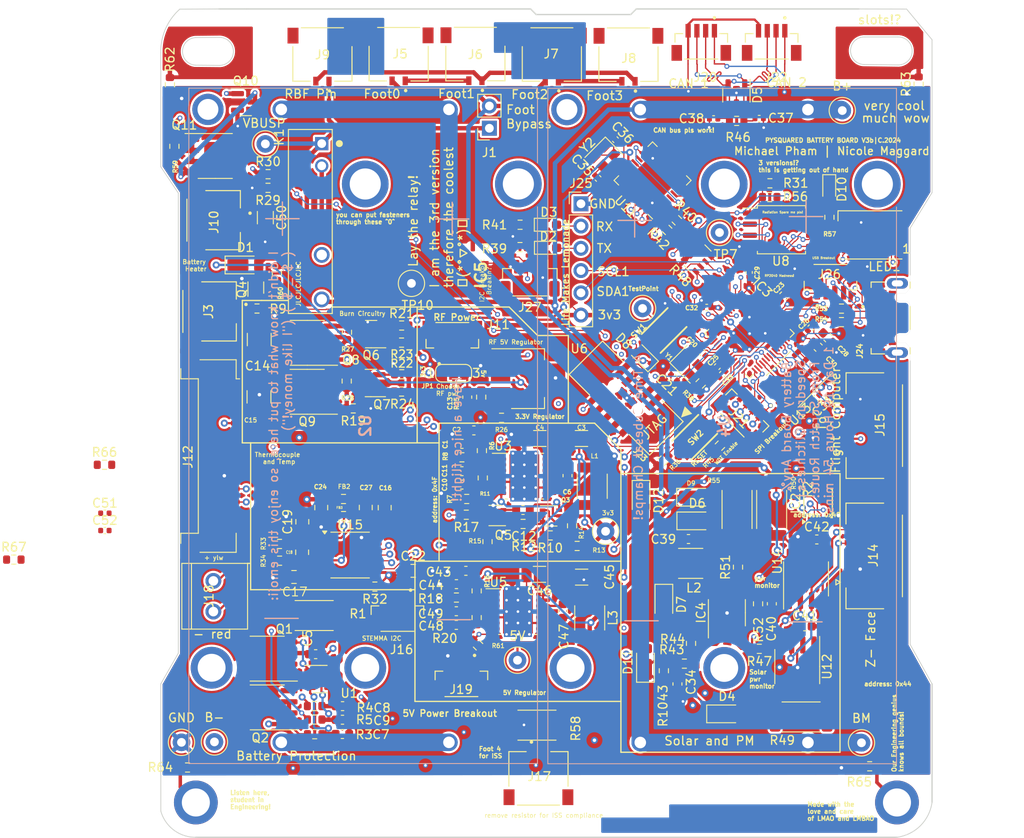
<source format=kicad_pcb>
(kicad_pcb (version 20240108) (generator "pcbnew") (generator_version "8.0")
  (layers (0 "F.Cu" signal) (1 "In1.Cu" signal) (2 "In2.Cu" signal) (31 "B.Cu" signal) (34 "B.Paste" user) (35 "F.Paste" user) (36 "B.SilkS" user "B.Silkscreen") (37 "F.SilkS" user "F.Silkscreen") (38 "B.Mask" user) (39 "F.Mask" user) (44 "Edge.Cuts" user))
  (net 0 "")
  (net 1 "VSOLAR_I")
  (net 2 "+3V3")
  (net 3 "VBUSP")
  (net 4 "Net-(C5-Pad1)")
  (net 5 "Net-(U3-SW1)")
  (net 6 "Net-(U3-VBST)")
  (net 7 "B-")
  (net 8 "Net-(U1-V-)")
  (net 9 "Net-(U1-VC)")
  (net 10 "/VDD")
  (net 11 "Net-(U3-SS)")
  (net 12 "Net-(U3-VREG5)")
  (net 13 "Net-(Q5A-C1)")
  (net 14 "Net-(Q3B-B2)")
  (net 15 "BURN")
  (net 16 "GND")
  (net 17 "USBBOOT")
  (net 18 "AVDD")
  (net 19 "AGND")
  (net 20 "VBatt")
  (net 21 "Net-(JP1-B)")
  (net 22 "Net-(U5-SW1)")
  (net 23 "Net-(U5-VBST)")
  (net 24 "Net-(U5-SS)")
  (net 25 "Net-(IC3-XIN)")
  (net 26 "Net-(C21-Pad2)")
  (net 27 "1.2V")
  (net 28 "Net-(D11-K)")
  (net 29 "CANL")
  (net 30 "CANH")
  (net 31 "Net-(D7-K)")
  (net 32 "Net-(D6-K)")
  (net 33 "FC_RESET")
  (net 34 "Net-(U5-VREG5)")
  (net 35 "5V_enable")
  (net 36 "Net-(U5-VFB)")
  (net 37 "VBatt1")
  (net 38 "Net-(U5-PG)")
  (net 39 "BURN_RELAY_A")
  (net 40 "Net-(K1-PadNO)")
  (net 41 "Heater")
  (net 42 "PACK-")
  (net 43 "ENAB_HEATER")
  (net 44 "Jetson_pwr")
  (net 45 "Net-(Q4-E)")
  (net 46 "SCL0")
  (net 47 "SDA0")
  (net 48 "Net-(IC2-OS)")
  (net 49 "FC_RX")
  (net 50 "/NEOPIX")
  (net 51 "/3V3_EN")
  (net 52 "SDA1")
  (net 53 "SCL1")
  (net 54 "BM")
  (net 55 "PACK+")
  (net 56 "SPI0_MISO")
  (net 57 "SPI0_CS0")
  (net 58 "ENAB_BURN")
  (net 59 "VBUS_RESET")
  (net 60 "SPI0_SCK")
  (net 61 "SPI0_MOSI")
  (net 62 "Net-(Q10-G)")
  (net 63 "Net-(Q10-D)")
  (net 64 "Jetson")
  (net 65 "VBATT_SENSE")
  (net 66 "~{RESET}")
  (net 67 "Net-(IC3-XOUT)")
  (net 68 "SWCLK")
  (net 69 "SWDIO")
  (net 70 "V_RF")
  (net 71 "SPI1_MISO")
  (net 72 "ENAB_RF")
  (net 73 "VSOLAR")
  (net 74 "CHRG'")
  (net 75 "SPI1_CS0")
  (net 76 "SPI1_SCK")
  (net 77 "SPI1_MOSI")
  (net 78 "D0")
  (net 79 "WDT_WDI")
  (net 80 "/NEO_PWR")
  (net 81 "/A0")
  (net 82 "/A1")
  (net 83 "USB_D-")
  (net 84 "USB_D+")
  (net 85 "/QSPI_DATA[3]")
  (net 86 "/QSPI_SCK")
  (net 87 "/QSPI_DATA[0]")
  (net 88 "/QSPI_DATA[2]")
  (net 89 "/QSPI_DATA[1]")
  (net 90 "/QSPI_CS")
  (net 91 "Net-(IC4-VIN_REG)")
  (net 93 "Net-(IC4-VFB)")
  (net 95 "Net-(IC4-SENSE)")
  (net 96 "Net-(J5-Pin_1)")
  (net 97 "Net-(J7-Pin_1)")
  (net 98 "+5V")
  (net 99 "VBUS")
  (net 100 "Net-(U15-T+)")
  (net 101 "Net-(D1-A)")
  (net 103 "Net-(Q1-G)")
  (net 104 "Net-(Q1-D-Pad5)")
  (net 105 "Net-(Q2-G)")
  (net 106 "Net-(Q3A-B1)")
  (net 107 "Net-(Q5A-B1)")
  (net 108 "Net-(Q5B-B2)")
  (net 109 "Net-(Q6-G)")
  (net 110 "Net-(Q6-D)")
  (net 111 "Net-(Q7-G)")
  (net 112 "Net-(Q7-D)")
  (net 113 "Net-(U3-VFB)")
  (net 114 "Net-(U3-PG)")
  (net 115 "Net-(R13-Pad2)")
  (net 116 "Net-(U6-SENSE{slash}ADJ)")
  (net 117 "Net-(D2-PadC)")
  (net 118 "Net-(D3-PadC)")
  (net 119 "Net-(D8-PadA)")
  (net 120 "Net-(D10-PadA)")
  (net 131 "Net-(U15-T-)")
  (net 132 "V_BACKUP")
  (net 133 "TXCAN")
  (net 134 "RXCAN")
  (net 135 "D-")
  (net 136 "D+")
  (net 137 "RTC_INT")
  (net 138 "Net-(IC5-EVI)")
  (net 140 "Net-(U11-OSC1)")
  (net 141 "Net-(U11-OSC2)")
  (net 143 "Net-(U11-RESET)")
  (net 144 "Net-(U13-~{RESET})")
  (net 155 "Net-(U13-~{MR})")
  (net 157 "Net-(J18-Pin_2)")
  (net 158 "Net-(J18-Pin_1)")
  (net 163 "FC_TX")
  (net 164 "Chassis Ground")
  (net 165 "Dir_Chrg_In")
  (net 166 "Net-(R1043-Pad2)")
  (footprint "Resistor_SMD:R_0603_1608Metric" (layer "F.Cu") (at 186.79 64.76 90)
    (property "Reference" "R57")
    (property "Value" "10k")
  )
  (footprint "Battery Board:JST_BM04B-SRSS-TB(LF)(SN)" (layer "F.Cu") (at 176.211472 88.008528 135)
    (property "Reference" "J21")
    (property "Value" "BM04B-SRSS-TB(LF)(SN)")
  )
  (footprint "Resistor_SMD:R_0603_1608Metric" (layer "F.Cu") (at 134.925 106.9 180)
    (property "Reference" "R32")
    (property "Value" "10k")
  )
  (footprint "" (layer "F.Cu") (at 194.5 131.53)
    (property "Reference" "")
    (property "Value" "")
  )
  (footprint "Capacitor_SMD:C_0603_1608Metric" (layer "F.Cu") (at 144.8575 90.615)
    (property "Reference" "C1")
    (property "Value" "22uF")
  )
  (footprint "Inductor_SMD:L_1812_4532Metric" (layer "F.Cu") (at 159.44 110.4675 -90)
    (property "Reference" "L3")
    (property "Value" "4.7uH")
  )
  (footprint "TestPoint:TestPoint_Loop_D1.80mm_Drill1.0mm_Beaded" (layer "F.Cu") (at 122.428 56.388)
    (property "Reference" "TP6")
    (property "Value" "VBUSP")
  )
  (footprint "LED_SMD:LED_WS2812B_PLCC4_5.0x5.0mm_P3.2mm" (layer "F.Cu") (at 191.42 66.77 180)
    (property "Reference" "LED1")
    (property "Value" "WS2812B_SK6812_1515")
  )
  (footprint "Package_SO:SOIC-8_3.9x4.9mm_P1.27mm" (layer "F.Cu") (at 122.649999 120.68 180)
    (property "Reference" "Q2")
    (property "Value" "IRF7458")
  )
  (footprint "Connector_JST:JST_SH_BM04B-SRSS-TB_1x04-1MP_P1.00mm_Vertical" (layer "F.Cu") (at 152.61 71.72 180)
    (property "Reference" "J27")
    (property "Value" "I2C0 Breakout")
  )
  (footprint "Package_TO_SOT_SMD:SOT-363_SC-70-6" (layer "F.Cu") (at 155.0075 98.83)
    (property "Reference" "Q3")
    (property "Value" "MBT2222ADW1T1")
  )
  (footprint "Resistor_SMD:R_0603_1608Metric" (layer "F.Cu") (at 128.05 120.53)
    (property "Reference" "R4")
    (property "Value" "330")
  )
  (footprint "Package_SO:SOIC-8-1EP_3.9x4.9mm_P1.27mm_EP2.514x3.2mm" (layer "F.Cu") (at 127.202502 84.669999 180)
    (property "Reference" "Q9")
    (property "Value" "NDS8434")
  )
  (footprint "Package_TO_SOT_SMD:SOT-23-6" (layer "F.Cu") (at 128.68 117.45)
    (property "Reference" "U1")
    (property "Value" "R5460N208AA")
  )
  (footprint "Capacitor_SMD:C_0402_1005Metric" (layer "F.Cu") (at 185.3 85.4 -135)
    (property "Reference" "C31")
    (property "Value" "0.1uF")
  )
  (footprint "Battery Board:MOLEX_504050-0291" (layer "F.Cu") (at 155.12 46.185 180)
    (property "Reference" "J7")
    (property "Value" "Foot2")
  )
  (footprint "Capacitor_SMD:C_0402_1005Metric" (layer "F.Cu") (at 172.3 80.21 -45)
    (property "Reference" "C20")
    (property "Value" "22pF")
  )
  (footprint "Resistor_SMD:R_0603_1608Metric" (layer "F.Cu") (at 131.3525 98.852499 180)
    (property "Reference" "FB3")
    (property "Value" "FerriteBead")
  )
  (footprint "Resistor_SMD:R_0603_1608Metric" (layer "F.Cu") (at 132.46 86.564998 180)
    (property "Reference" "R19")
    (property "Value" "634k")
  )
  (footprint "Capacitor_SMD:C_0603_1608Metric" (layer "F.Cu") (at 180.22 108.86 -90)
    (property "Reference" "C40")
    (property "Value" "10uF")
  )
  (footprint "Resistor_SMD:R_0603_1608Metric" (layer "F.Cu") (at 123.75 71.13 90)
    (property "Reference" "R60")
    (property "Value" "100")
  )
  (footprint "Capacitor_SMD:C_0402_1005Metric" (layer "F.Cu") (at 104.12 100.5)
    (property "Reference" "C52")
    (property "Value" "100nf")
  )
  (footprint "Resistor_SMD:R_Array_Convex_4x0603" (layer "F.Cu") (at 171.75 69.45 135)
    (property "Reference" "R48")
    (property "Value" "10k")
  )
  (footprint "Battery Board:MOLEX_504050-0291" (layer "F.Cu") (at 163.86 46.205 180)
    (property "Reference" "J8")
    (property "Value" "Foot3")
  )
  (footprint "Capacitor_SMD:C_1206_3216Metric" (layer "F.Cu") (at 122.43 64.8 -90)
    (property "Reference" "C50")
    (property "Value" "100uF")
  )
  (footprint "Resistor_SMD:R_0603_1608Metric" (layer "F.Cu") (at 180 60.88 180)
    (property "Reference" "R31")
    (property "Value" "10k")
  )
  (footprint "Resistor_SMD:R_0603_1608Metric" (layer "F.Cu") (at 170.24 115.69)
    (property "Reference" "R43")
    (property "Value" "100k")
  )
  (footprint "Resistor_SMD:R_0603_1608Metric" (layer "F.Cu") (at 169.38014 65.100232 135)
    (property "Reference" "R40")
    (property "Value" "10k")
  )
  (footprint "Capacitor_SMD:C_0603_1608Metric" (layer "F.Cu") (at 145.4675 85.28 90)
    (property "Reference" "C13")
    (property "Value" "10uF")
  )
  (footprint "Capacitor_SMD:C_0805_2012Metric" (layer "F.Cu") (at 126.6275 102.982499 -90)
    (property "Reference" "C18")
    (property "Value" "0.1uF")
  )
  (footprint "Package_SO:SOIC-8_3.9x4.9mm_P1.27mm" (layer "F.Cu") (at 184.12 106.02 90)
    (property "Reference" "U14")
    (property "Value" "INA219AxD")
  )
  (footprint "Package_TO_SOT_SMD:SOT-223-6" (layer "F.Cu") (at 152.4075 83.17)
    (property "Reference" "U6")
    (property "Value" "TPS7A4501DCQT")
  )
  (footprint "Package_SO:SO-8_3.9x4.9mm_P1.27mm" (layer "F.Cu") (at 182.79 83.24 -135)
    (property "Reference" "U13")
    (property "Value" "MAX706RESA")
  )
  (footprint "Battery Board:BTN_KMR2_4.6X2.8" (layer "F.Cu") (at 167.93 77.67 -135)
    (property "Reference" "SW1")
    (property "Value" "KMR2")
  )
  (footprint "Battery Board:MOLEX_5040500591" (layer "F.Cu") (at 191.9 103.4 -90)
    (property "Reference" "J14")
    (property "Value" "Solar")
  )
  (footprint "Capacitor_SMD:C_0603_1608Metric" (layer "F.Cu") (at 144.22 109.71 180)
    (property "Reference" "C49")
    (property "Value" "1uF")
  )
  (footprint "Battery Board:BTN_KMR2_4.6X2.8" (layer "F.Cu") (at 171.43 89.86 45)
    (property "Reference" "SW2")
    (property "Value" "KMR2")
  )
  (footprint "Resistor_SMD:R_0603_1608Metric" (layer "F.Cu") (at 112.05 56.66 90)
    (property "Reference" "R59")
    (property "Value" "100k")
  )
  (footprint "TestPoint:TestPoint_Loop_D1.80mm_Drill1.0mm_Beaded" (layer "F.Cu") (at 161.25 100.59)
    (property "Reference" "TP1")
    (property "Value" "3v3")
  )
  (footprint "Capacitor_SMD:C_0603_1608Metric" (layer "F.Cu") (at 151.8275 98.16)
    (property "Reference" "C12")
    (property "Value" "10uF")
  )
  (footprint "Capacitor_SMD:C_0603_1608Metric" (layer "F.Cu") (at 145.31 105.1)
    (property "Reference" "C43")
    (property "Value" "22uF")
  )
  (footprint "Package_SO:SOIC-8-1EP_3.9x4.9mm_P1.27mm_EP2.514x3.2mm" (layer "F.Cu") (at 116.7125 57.765)
    (property "Reference" "Q11")
    (property "Value" "NDS8434")
  )
  (footprint "Capacitor_SMD:C_0603_1608Metric" (layer "F.Cu") (at 156.9075 94.24 90)
    (property "Reference" "C6")
    (property "Value" "0.1uF")
  )
  (footprint "Package_TO_SOT_SMD:SOT-23" (layer "F.Cu") (at 134.470001 83.669998 180)
    (property "Reference" "Q7")
    (property "Value" "IRLML2803")
  )
  (footprint "TestPoint:TestPoint_Loop_D1.80mm_Drill1.0mm_Beaded" (layer "F.Cu") (at 116.62 124.62)
    (property "Reference" "TP2")
    (property "Value" "B-")
  )
  (footprint "Resistor_SMD:R_0603_1608Metric" (layer "F.Cu") (at 188.165 76.72)
    (property "Reference" "R54")
    (property "Value" "22")
  )
  (footprint "Resistor_SMD:R_2512_6332Metric" (layer "F.Cu") (at 128 110.2 180)
    (property "Reference" "R1")
    (property "Value" "0.01")
  )
  (footprint "Capacitor_SMD:C_1206_3216Metric" (layer "F.Cu") (at 153.71 105.5 180)
    (property "Reference" "C46")
    (property "Value" "100uF")
  )
  (footprint "Connector_PinHeader_2.54mm:PinHeader_1x06_P2.54mm_Vertical" (layer "F.Cu") (at 158.44 63.22)
    (property "Reference" "J25")
    (property "Value" "Life Makes Lemonade")
  )
  (footprint "Battery Board:JST_BM04B-SRSS-TB(LF)(SN)" (layer "F.Cu") (at 172.17 46 180)
    (property "Reference" "J20")
    (property "Value" "CAN1")
  )
  (footprint "Resistor_SMD:R_0603_1608Metric" (layer "F.Cu") (at 111.54 49.64 90)
    (property "Reference" "R62")
    (property "Value" "1M")
  )
  (footprint "Battery Board:ScrewTerminal" (layer "F.Cu") (at 116.5 108 -90)
    (property "Reference" "J18")
    (property "Value" "Screw_Terminal_01x02")
  )
  (footprint "Package_SO:HTSSOP-14-1EP_4.4x5mm_P0.65mm_EP3.4x5mm_Mask3x3.1mm_ThermalVias" (layer "F.Cu") (at 151.9775 94.3)
    (property "Reference" "U3")
    (property "Value" "TPS54226PWPRPWP14_2P31X2P46-L")
  )
  (footprint "Resistor_SMD:R_0603_1608Metric" (layer "F.Cu") (at 174.3 90.82 45)
    (property "Reference" "R45")
    (property "Value" "10k")
  )
  (footprint "Capacitor_SMD:C_0402_1005Metric" (layer "F.Cu") (at 104.12 98.53)
    (property "Reference" "C51")
    (property "Value" "100nf")
  )
  (footprint "Connector_PinSocket_2.54mm:PinSocket_1x02_P2.54mm_Vertical" (layer "F.Cu") (at 147.99 54.6 180)
    (property "Reference" "J1")
    (property "Value" "Bypass")
  )
  (footprint "Resistor_SMD:R_0603_1608Metric" (layer "F.Cu") (at 178.65 108.86 90)
    (property "Reference" "R52")
    (property "Value" "412k")
  )
  (footprint "Resistor_SMD:R_0603_1608Metric" (layer "F.Cu") (at 154.9375 101.06 180)
    (property "Reference" "R10")
    (property "Value" "100K")
  )
  (footprint "Capacitor_SMD:C_0805_2012Metric" (layer "F.Cu") (at 133.887499 97.8725 -90)
    (property "Reference" "C27")
    (property "Value" "0.1uF")
  )
  (footprint "Resistor_SMD:R_0603_1608Metric" (layer "F.Cu") (at 188.165 75.18)
    (property "Reference" "R53")
    (property "Value" "22")
  )
  (footprint "Package_SO:TSSOP-8_3x3mm_P0.65mm" (layer "F.Cu") (at 185.5 97.4 90)
    (property "Reference" "IC2")
    (property "Value" "PCT2075DP,118")
  )
  (footprint "Resistor_SMD:R_0603_1608Metric" (layer "F.Cu") (at 121.4775 75.17 180)
    (property "Reference" "R9")
    (property "Value" "10k")
  )
  (footprint "Resistor_SMD:R_0603_1608Metric" (layer "F.Cu") (at 167.783363 92.526637 45)
    (property "Reference" "R36")
    (property "Value" "10k")
  )
  (footprint "Diode_SMD:D_0603_1608Metric_Pad1.05x0.95mm_HandSolder" (layer "F.Cu") (at 186.77 61.56 -90)
    (property "Reference" "D10")
    (property "Value" "Blue")
  )
  (footprint "Resistor_SMD:R_2512_6332Metric" (layer "F.Cu") (at 183.56 121.77)
    (property "Reference" "R49")
    (property "Value" "0.002")
  )
  (footprint "Diode_SMD:D_PowerDI-123" (layer "F.Cu") (at 165.8 115.5 90)
    (property "Reference" "D11")
    (property "Value" "DFLS130L-7")
  )
  (footprint "Diode_SMD:D_PowerDI-123" (layer "F.Cu") (at 175.1 121.42)
    (property "Reference" "D4")
    (property "Value" "DFLS130L-7")
  )
  (footprint "Capacitor_SMD:C_0402_1005Metric" (layer "F.Cu") (at 169.05 83.04 135)
    (property "Reference" "C21")
    (property "Value" "22pF")
  )
  (footprint "Diode_SMD:D_SOD-323F" (layer "F.Cu") (at 165.55 80.65 135)
    (property "Reference" "D8")
    (property "Value" "NSR0320")
  )
  (footprint "Package_TO_SOT_SMD:SOT-23-3" (layer "F.Cu") (at 176.18 50.8125 -90)
    (property "Reference" "D5")
    (property "Value" "PESD1CAN")
  )
  (footprint "Package_SO:SOIC-8_3.9x4.9mm_P1.27mm" (layer "F.Cu") (at 183.12 116.03 -90)
    (property "Reference" "U12")
    (property "Value" "INA219AxD")
  )
  (footprint "Capacitor_SMD:C_1206_3216Metric" (layer "F.Cu") (at 158.52 105.82)
    (property "Reference" "C45")
    (property "Value" "100uF")
  )
  (footprint "Resistor_SMD:R_0603_1608Metric" (layer "F.Cu") (at 147.1375 91.385 90)
    (property "Reference" "R6")
    (property "Value" "73.2K")
  )
  (footprint "Resistor_SMD:R_0603_1608Metric" (layer "F.Cu") (at 172.1 83.72 -135)
    (property "Reference" "R38")
    (property "Value" "1k")
  )
  (footprint "Diode_SMD:D_0603_1608Metric_Pad1.05x0.95mm_HandSolder" (layer "F.Cu") (at 154.795 68.24)
    (property "Reference" "D2")
    (property "Value" "green")
  )
  (footprint "Package_TO_SOT_SMD:SOT-523" (layer "F.Cu") (at 121.341957 72.780562 90)
    (property "Reference" "Q4")
    (property "Value" "MMBT2222AT")
  )
  (footprint "RTC:RV3028C7" (layer "F.Cu") (at 146.9 71.35 90)
    (property "Reference" "IC5")
    (property "Value" "RV-3028-C7_32.768kHz_1ppm_TA_QC" (hide yes))
  )
  (footprint "Resistor_SMD:R_2512_6332Metric" (layer "F.Cu") (at 176.25 98.1 -90)
    (property "Reference" "R55")
    (property "Value" "0.1")
  )
  (footprint "Resistor_SMD:R_0603_1608Metric" (layer "F.Cu") (at 182.9 95.8 -90)
    (property "Reference" "R2")
    (property "Value" "10K")
  )
  (footprint "Resistor_SMD:R_0603_1608Metric" (layer "F.Cu") (at 147.0575 85.28 -90)
    (property "Reference" "R25")
    (property "Value" "10K")
  )
  (footprint "Resistor_SMD:R_0603_1608Metric" (layer "F.Cu") (at 149.3775 87.64)
    (property "Reference" "R26")
    (property "Value" "3.3K")
  )
  (footprint "TestPoint:TestPoint_Loop_D1.80mm_Drill1.0mm_Beaded" (layer "F.Cu") (at 151.2 115.3)
    (property "Reference" "TP9")
    (property "Value" "5V")
  )
  (footprint "Capacitor_SMD:C_0402_1005Metric" (layer "F.Cu") (at 160.389277 60.323726 -45)
    (property "Reference" "C35")
    (property "Value" "22pf")
  )
  (footprint "Battery Board:MOLEX_504050-0291" (layer "F.Cu") (at 116.53 65.09 -90)
    (property "Reference" "J10")
    (property "Value" "Jetson")
  )
  (footprint "Capacitor_SMD:C_0603_1608Metric" (layer "F.Cu") (at 169.45 118.01 -90)
    (property "Reference" "C34")
    (property "Value" "10uF")
  )
  (footprint "Battery Board:MOLEX_504050-0291" (layer "F.Cu") (at 137.64 46.1525 180)
    (property "Reference" "J5")
    (property "Value" "Foot0")
  )
  (footprint "Capacitor_SMD:C_0402_1005Metric" (layer "F.Cu") (at 162.376247 55.904308 -45)
    (property "Reference" "C36")
    (property "Value" "22pf")
  )
  (footprint "Capacitor_SMD:C_0805_2012Metric" (layer "F.Cu") (at 139.3 105.1)
    (property "Reference" "C22")
    (property "Value" "0.1uF")
  )
  (footprint "Capacitor_SMD:C_0805_2012Metric" (layer "F.Cu") (at 136.0475 97.892499 -90)
    (property "Reference" "C16")
    (property "Value" "0.1uF")
  )
  (footprint "Resistor_SMD:R_0603_1608Metric" (layer "F.Cu") (at 178.79 114 180)
    (property "Reference" "R47")
    (property "Value" "10K")
  )
  (footprint "Capacitor_SMD:C_0402_1005Metric" (layer "F.Cu") (at 174 81.8 -135)
    (property "Reference" "C33")
    (property "Value" "0.1uF")
  )
  (footprint "Capacitor_SMD:C_1206_3216Metric" (layer "F.Cu") (at 153.75 90 180)
    (property "Reference" "C4")
    (property "Value" "100uF")
  )
  (footprint "Capacitor_SMD:C_0603_1608Metric" (layer "F.Cu") (at 131.22 123.72 180)
    (property "Reference" "C7")
    (property "Value" "0.1uF")
  )
  (footprint "Resistor_SMD:R_0603_1608Metric" (layer "F.Cu") (at 146.54 110.435 90)
    (property "Reference" "R20")
    (property "Value" "100K")
  )
  (footprint "Capacitor_SMD:C_0402_1005Metric" (layer "F.Cu") (at 184.67 77.37 -135)
    (property "Reference" "C26")
    (property "Value" "0.1uF")
  )
  (footprint "Resistor_SMD:R_0603_1608Metric" (layer "F.Cu") (at 151.8375 99.75)
    (property "Reference" "R12")
    (property "Value" "20K")
  )
  (footprint "Package_SO:TSSOP-14_4.4x5mm_P0.65mm" (layer "F.Cu") (at 132.1 103.3)
    (property "Reference" "U15")
    (property "Value" "MAX31856")
  )
  (footprint "Resistor_SMD:R_0603_1608Metric" (layer "F.Cu") (at 137.992501 82.669999 180)
    (property "Reference" "R22")
    (property "Value" "10k")
  )
  (footprint "Package_SO:SOIC-8_5.275x5.275mm_P1.27mm" (layer "F.Cu") (at 181.32 66.18)
    (property "Reference" "U8")
    (property "Value" "W25Q128JV")
  )
  (footprint "Diode_SMD:D_PowerDI-123" (layer "F.Cu") (at 171.7 99.4)
    (property "Reference" "D6")
    (property "Value" "DFLS130L")
  )
  (footprint "Resistor_SMD:R_0603_1608Metric" (layer "F.Cu") (at 147.7775 101.77 90)
    (property "Reference" "R15")
    (property "Value" "100K")
  )
  (footprint "Resistor_SMD:R_0603_1608Metric" (layer "F.Cu") (at 122.74 59.84)
    (property "Reference" "R30")
    (property "Value" "4.7k")
  )
  (footprint "Resistor_SMD:R_0603_1608Metric" (layer "F.Cu") (at 179.98 62.45)
    (property "Reference" "R56")
    (property "Value" "1k")
  )
  (footprint "Resistor_SMD:R_0603_1608Metric" (layer "F.Cu") (at 167.9 116.5 90)
    (property "Reference" "R1043")
    (property "Value" "100K")
  )
  (footprint "Resistor_SMD:R_0603_1608Metric" (layer "F.Cu") (at 93.73 103.82)
    (property "Reference" "R67")
    (property "Value" "10k")
  )
  (footprint "TestPoint:TestPoint_Loop_D1.80mm_Drill1.0mm_Beaded" (layer "F.Cu") (at 165.47 75.16)
    (property "Reference" "TP8")
    (property "Value" "TestPoint")
  )
  (footprint "Capacitor_SMD:C_0603_1608Metric" (layer "F.Cu") (at 144.8475 95.26 180)
    (property "Reference" "C10")
    (property "Value" "3.3nF")
  )
  (footprint "Package_TO_SOT_SMD:SOT-363_SC-70-6" (layer "F.Cu") (at 148.6375 98.79 180)
    (property "Reference" "Q5")
    (property "Value" "MBT2222ADW1T1")
  )
  (footprint "Package_TO_SOT_SMD:SOT-23" (layer "F.Cu") (at 134.502502 78.089999 180)
    (property "Reference" "Q6")
    (property "Value" "IRLML2803")
  )
  (footprint "Resistor_SMD:R_0603_1608Metric" (layer "F.Cu") (at 131.3475 96.9025 180)
    (property "Reference" "FB2")
    (property "Value" "FerriteBead")
  )
  (footprint "Capacitor_SMD:C_0603_1608Metric" (layer "F.Cu") (at 144.8525 93.73 180)
    (property "Reference" "C11")
    (property "Value" "1uF")
  )
  (footprint "Capacitor_SMD:C_0603_1608Metric" (layer "F.Cu") (at 131.240001 120.54 180)
    (property "Reference" "C8")
    (property "Value" "0.1uF")
  )
  (footprint "Resistor_SMD:R_0603_1608Metric" (layer "F.Cu") (at 113.55 127.54 180)
    (property "Reference" "R64")
    (property "Value" "1M")
  )
  (footprint "Resistor_SMD:R_0603_1608Metric" (layer "F.Cu") (at 128.06 123.74 180)
    (property "Reference" "R3")
    (property "Value" "1K")
  )
  (footprint "Resistor_SMD:R_0603_1608Metric" (layer "F.Cu") (at 122.73 61.4 180)
    (property "Reference" "R29")
    (property "Value" "10k")
  )
  (footprint "Battery Board:JST_BM04B-SRSS-TB(LF)(SN)" (layer "F.Cu") (at 137.5 111.3 180)
    (property "Reference" "J16")
    (property "Value" "I2C Multiplexer Breakout")
  )
  (footprint "Resistor_SMD:R_0603_1608Metric" (layer "F.Cu") (at 158.0075 102.26)
    (property "Reference" "R13")
    (property "Value" "100K")
  )
  (footprint "Capacitor_SMD:C_0603_1608Metric" (layer "F.Cu") (at 144.23 106.62)
    (property "Reference" "C44")
    (property "Value" "22uF")
  )
  (footprint "TestPoint:TestPoint_Loop_D1.80mm_Drill1.0mm_Beaded" (layer "F.Cu") (at 188.26 52.58)
    (property "Reference" "TP5")
    (property "Value" "B+")
  )
  (footprint "Capacitor_SMD:C_0603_1608Metric" (layer "F.Cu") (at 185.35 101.52)
    (property "Reference" "C42")
    (property "Value" "0.1uF")
  )
  (footprint "Jumper:SolderJumper-3_P1.3mm_Open_RoundedPad1.0x1.5mm_NumberLabels" (layer "F.Cu") (at 143.9075 82.55)
    (property "Reference" "JP1")
    (property "Value" "SolderJumper_3_Open")
  )
  (footprint "Capacitor_SMD:C_0603_1608Metric" (layer "F.Cu") (at 131.23 122.09 180)
    (property "Reference" "C9")
    (property "Value" "0.1uF")
  )
  (footprint "Capacitor_SMD:C_1210_3225Metric" (layer "F.Cu") (at 121.7325 78.709998 90)
    (property "Reference" "C14")
    (property "Value" "200uF")
  )
  (footprint "Capacitor_SMD:C_0402_1005Metric" (layer "F.Cu") (at 177.63 71.05 90)
    (property "Reference" "C29")
    (property "Value" "0.1uF")
  )
  (footprint "Resistor_SMD:R_2512_6332Metric" (layer "F.Cu") (at 180.2 98.1 90)
    (property "Reference" "R50")
    (property "Value" "0.002")
  )
  (footprint "Capacitor_SMD:C_0402_1005Metric" (layer "F.Cu") (at 178.7775 53.4925)
    (property "Reference" "C37")
    (property "Value" "47pf")
  )
  (footprint "Resistor_SMD:R_0603_1608Metric" (layer "F.Cu") (at 146.7 113.6 135)
    (property "Reference" "R61")
    (property "Value" "10K")
  )
  (footprint "FC_DEV_BOARD:MOLEX_105164-0001" (layer "F.Cu") (at 196 76.2475 90)
    (property "Reference" "J24")
    (property "Value" "USB_B_Micro")
    (fp_line (start 2.825 -1.15) (end 2.825 -0.5) (stroke (width 0.01)) (layer "Edge.Cuts"))
    (fp_line (start 1.925 -1.15) (end 1.925 -0.5) (stroke (width 0.01)) (layer "Edge.Cuts"))
    (fp_line (start -1.925 -1.15) (end -1.925 -0.5) (stroke (width 0.01)) (layer "Edge.Cuts"))
    (fp_line (start -2.825 -1.15) (end -2.825 -0.5) (stroke (width 0.01)) (layer "Edge.Cuts"))
    (fp_line (start 4.9 0) (end 3.4 0) (stroke (width 0.01)) (layer "Edge.Cuts"))
    (fp_line (start 3.4 0) (end 2.825 -0.5) (stroke (width 0.01)) (layer "Edge.Cuts"))
    (fp_line (start -3.4 0) (end -2.825 -0.5) (stroke (width 0.01)) (layer "Edge.Cuts"))
    (fp_line (start -4.9 0) (end -3.4 0) (stroke (width 0.01)) (layer "Edge.Cuts"))
    (fp_line (start 0.00053 0.004943) (end 1.3 0) (stroke (width 0.01)) (layer "Edge.Cuts"))
    (fp_line (start 0.00053 0.004943) (end -1.29947 0.004943) (stroke (width 0.01)) (layer "Edge.Cuts"))
    (fp_arc (start 1.925 -1.15) (mid 2.375 -1.6) (end 2.825 -1.15) (stroke (width 0.01)) (layer "Edge.Cuts"))
    (fp_arc (start -2.825 -1.15) (mid -2.375 -1.6) (end -1.925 -1.15) (stroke (width 0.01)) (layer "Edge.Cuts"))
    (fp_arc (start 1.925529 -0.504943) (mid 1.717412 -0.122833) (end 1.3 0) (stroke (width 0.01)) (layer "Edge.Cuts"))
    (fp_arc (start -1.29947 0.004943) (mid -1.716881 -0.117891) (end -1.924999 -0.5) (stroke (width 0.01)) (layer "Edge.Cuts"))
  )
  (footprint "Capacitor_SMD:C_0603_1608Metric" (layer "F.Cu") (at 156.38 109.68 90)
    (property "Reference" "C47")
    (property "Value" "0.1uF")
  )
  (footprint "Resistor_SMD:R_0603_1608Metric" (layer "F.Cu") (at 196.97 49.57 90)
    (property "Reference" "R63")
    (property "Value" "1M")
  )
  (footprint "Diode_SMD:D_PowerDI-123" (layer "F.Cu") (at 167.9 108.95 -90)
    (property "Reference" "D7")
    (property "Value" "DFLS130L-7")
  )
  (footprint "Resistor_SMD:R_0603_1608Metric" (layer "F.Cu") (at 131.742501 77.879999 -90)
    (property "Reference" "R27")
    (property "Value" "100k")
  )
  (footprint "Capacitor_SMD:C_0603_1608Metric" (layer "F.Cu") (at 146.2225 89.075)
    (property "Reference" "C2")
    (property "Value" "22uF")
  )
  (footprint "Resistor_SMD:R_0603_1608Metric" (layer "F.Cu") (at 151.485 68.16 180)
    (property "Reference" "R39")
    (property "Value" "1k")
  )
  (footprint "Resistor_SMD:R_0603_1608Metric" (layer "F.Cu") (at 137.972502 79.059999)
    (property "Reference" "R23")
    (property "Value" "4.7k")
  )
  (footprint "Package_SO:HTSSOP-14-1EP_4.4x5mm_P0.65mm_EP3.4x5mm_Mask3x3.1mm_ThermalVias" (layer "F.Cu") (at 151.25 109.75)
    (property "Reference" "U5")
    (property "Value" "TPS54226PWPRPWP14_2P31X2P46-L")
  )
  (footprint "Battery Board:JST_BM04B-SRSS-TB(LF)(SN)" (layer "F.Cu") (at 180.2 46 180)
    (property "Reference" "J22")
    (property "Value" "CAN2")
  )
  (footprint "Capacitor_SMD:C_0402_1005Metric" (layer "F.Cu") (at 172.79 75.05 180)
    (property "Reference" "C32")
    (property "Value" "0.1uF")
  )
  (footprint "Package_DFN_QFN:QFN-56-1EP_7x7mm_P0.4mm_EP3.2x3.2mm" (layer "F.Cu") (at 177.666528 77.997887 -45)
    (property "Reference" "IC3")
    (property "Value" "RP2040_QFN56")
  )
  (footprint "Capacitor_SMD:C_1210_3225Metric" (layer "F.Cu") (at 121.7025 85.25 90)
    (property "Reference" "C15")
    (property "Value" "200uF")
  )
  (footprint "Battery Board:MOLEX_5040500591" (layer "F.Cu") (at 191.91 88.53 -90)
    (property "Reference" "J15")
    (property "Value" "FC")
  )
  (footprint "Resistor_SMD:R_0603_1608Metric" (layer "F.Cu") (at 144.23 108.15)
    (property "Reference" "R18")
    (property "Value" "22.1K")
  )
  (footprint "Resistor_SMD:R_0603_1608Metric" (layer "F.Cu") (at 144.8575 92.145)
    (property "Reference" "R8")
    (property "Value" "22.1K")
  )
  (footprint "Capacitor_SMD:C_0805_2012Metric" (layer "F.Cu") (at 125.7 105.8)
    (property "Reference" "C17")
    (property "Value" "0.01uF")
  )
  (footprint "TestPoint:TestPoint_Loop_D1.80mm_Drill1.0mm_Beaded" (layer "F.Cu") (at 174.25 66.5)
    (property "Reference" "TP7")
    (property "Value" "RESET")
  )
  (footprint "Capacitor_SMD:C_0402_1005Metric" (layer "F.Cu") (at 173.5775 53.5325)
    (property "Reference" "C38")
    (property "Value" "47pf")
  )
  (footprint "Battery Board:JST_BM04B-SRSS-TB(LF)(SN)" (layer "F.Cu") (at 143.764 77.47)
    (property "Reference" "J11")
    (property "Value" "BM04B-SRSS-TB(LF)(SN)")
  )
  (footprint "Inductor_SMD:L_1812_4532Metric" (layer "F.Cu") (at 170.96 104.25)
    (property "Reference" "L2")
    (property "Value" "10uH")
  )
  (footprint "Resistor_SMD:R_0603_1608Metric" (layer "F.Cu") (at 124.057501 103.942499)
    (property "Reference" "R33")
    (property "Value" "100-Ohm")
  )
  (footprint "Package_DFN_QFN:QFN-28-1EP_6x6mm_P0.65mm_EP4.25x4.25mm" (layer "F.Cu") (at 166.611817 60.55 135)
    (property "Reference" "U11")
    (property "Value" "MCP25625-E/ML")
  )
  (footprint "Battery Board:JTAG_2X05_1.27MM_BOX_NOCREAM" (layer "F.Cu") (at 163.592962 85.382962 135)
    (property "Reference" "J23")
    (property "Value" "Conn_ARM_JTAG_SWD_10")
  )
  (footprint "Resistor_SMD:R_0603_1608Metric" (layer "F.Cu") (at 145.4075 96.9)
    (property "Reference" "R7")
    (property "Value" "73.2K")
  )
  (footprint "Capacitor_SMD:C_0805_2012Metric" (layer "F.Cu") (at 128.8075 97.8825 90)
    (property "Reference" "C24")
    (property "Value" "10uF")
  )
  (footprint "Package_SO:SOIC-8_3.9x4.9mm_P1.27mm" (layer "F.Cu") (at 122.639999 115.12 180)
    (property "Reference" "Q1")
    (property "Value" "IRF7458")
  )
  (footprint "Resistor_SMD:R_0603_1608Metric" (layer "F.Cu") (at 191.385 127.4)
    (property "Reference" "R65")
    (property "Value" "1M")
  )
  (footprint "Resistor_SMD:R_0603_1608Metric" (layer "F.Cu") (at 104.075 93)
    (property "Reference" "R66")
    (property "Value" "10k")
  )
  (footprint "Resistor_SMD:R_0603_1608Metric" (layer "F.Cu") (at 145.3575 98.7 180)
    (property "Reference" "R17")
    (property "Value" "10K")
  )
  (footprint "Resistor_SMD:R_0603_1608Metric" (layer "F.Cu") (at 171 113.38 -90)
    (property "Reference" "R44")
    (property "Value" "94k")
  )
  (footprint "Connector_Molex:Molex_Pico-Lock_504050-1291_1x12-1MP_P1.50mm_Horizontal" (layer "F.Cu") (at 116.205 92 -90)
    (property "Reference" "J12")
    (property "Value" "Z+_Cap_Connector")
  )
  (footprint "Package_TO_SOT_SMD:SOT-23" (layer "F.Cu") (at 120.19 51.6)
    (property "Reference" "Q10")
    (property "Value" "IRLML2803")
  )
  (footprint "APAN3105:RELAY_APAN3105" (layer "F.Cu") (at 128.8625 56.35 -90)
    (property "Reference" "K1")
    (property "Value" "APAN3105")
  )
  (footprint "Resistor_SMD:R_0603_1608Metric" (layer "F.Cu") (at 128.060001 122.07)
    (property "Reference" "R5")
    (property "Value" "330")
  )
  (footprint "Resistor_SMD:R_0603_1608Metric" (layer "F.Cu") (at 137.982501 77.109998 180)
    (property "Reference" "R21")
    (property "Value" "10k")
  )
  (footprint "Battery Board:MOLEX_504050-0291" (layer "F.Cu") (at 128.94 46.1825 180)
    (property "Reference" "J9")
    (property "Value" "RBF")
  )
  (footprint "Resistor_SMD:R_0603_1608Metric" (layer "F.Cu") (at 176.2075 53.7625 180)
    (property "Reference" "R46")
    (property "Value" "120")
  )
  (footprint "Diode_SMD:D_PowerDI-123" (layer "F.Cu") (at 120.15 70.2)
    (property "Reference" "D1")
    (property "Value" "DFLS130L")
  )
  (footprint "Battery Board:JST_BM04B-SRSS-TB(LF)(SN)" (layer "F.Cu") (at 144.8 118.75 180)
    (property "Reference" "J19")
    (property "Value" "BM04B-SRSS-TB(LF)(SN)")
  )
  (footprint "Capacitor_SMD:C_0603_1608Metric" (layer "F.Cu") (at 181.59 73.74 45)
    (property "Reference" "C23")
    (property "Value" "1uF")
  )
  (footprint "Capacitor_SMD:C_0603_1608Metric" (layer "F.Cu") (at 186.62 78.51 -45)
    (property "Reference" "C28")
    (property "Value" "1uF")
  )
  (footprint "Capacitor_SMD:C_1206_3216Metric" (layer "F.Cu") (at 158.5 90)
    (property "Reference" "C3")
    (property "Value" "100uF")
  )
  (footprint "Package_SO:SOIC-8-1EP_3.9x4.9mm_P1.27mm_EP2.514x3.2mm" (layer "F.Cu") (at 127.22 79.085 180)
    (property "Reference" "Q8")
    (property "Value" "NDS8434")
  )
  (footprint "TestPoint:TestPoint_Loop_D1.80mm_Drill1.0mm_Beaded" (layer "F.Cu") (at 139.1 72.3)
    (property "Reference" "TP10")
    (property "Value" "RESET")
  )
  (footprint "Resistor_SMD:R_0603_1608Metric" (layer "F.Cu") (at 146.54 107.39 90)
    (property "Reference" "R16")
    (property "Value" "121k")
  )
  (footprint "Capacitor_SMD:C_0805_2012Metric" (layer "F.Cu") (at 126.647501 99.5025 90)
    (property "Reference" "C19")
    (property "Value" "0.01uF")
  )
  (footprint "Resistor_SMD:R_2512_6332Metric" (layer "F.Cu") (at 153.42 122.71)
    (property "Reference" "R58")
    (property "Value" "0.002")
  )
  (footprint "" (layer "F.Cu") (at 114.5 131.53)
    (property "Reference" "")
    (property "Value" "")
  )
  (footprint "TestPoint:TestPoint_Loop_D1.80mm_Drill1.0mm_Beaded" (layer "F.Cu") (at 112.86 124.67)
    (property "Reference" "TP4")
    (property "Value" "GND")
  )
  (footprint "Inductor_SMD:L_1812_4532Metric" (layer "F.Cu") (at 159.7275 95.45 -90)
    (property "Reference" "L1")
    (property "Value" "3.3uH")
  )
  (footprint "TestPoint:TestPoint_Loop_D1.80mm_Drill1.0mm_Beaded" (layer "F.Cu") (at 190.45 124.72)
    (property "Reference" "TP3")
    (property "Value" "BM")
  )
  (footprint "Capacitor_SMD:C_0603_1608Metric" (layer "F.Cu") (at 144.22 111.27 180)
    (property "Reference" "C48")
    (property "Value" "3.3nF")
  )
  (footprint "Package_SO:MSOP-12-1EP_3x4mm_P0.65mm_EP1.65x2.85mm" (layer "F.Cu") (at 175.09 109.88 90)
    (property "Reference" "IC4")
    (property "Value" "LT3652IMSE#PBF")
  )
  (footprint "Diode_SMD:D_PowerDI-123" (layer "F.Cu") (at 165.3 97.1 -90)
    (property "Reference" "D12")
    (property "Value" "DFLS130L-7")
  )
  (footprint "Crystal:Crystal_SMD_2520-4Pin_2.5x2.0mm" (layer "F.Cu") (at 170.73 81.53 -45)
    (property "Reference" "Y1")
    (property "Value" "Crystal_GND24")
  )
  (footprint "Resistor_SMD:R_0603_1608Metric" (layer "F.Cu") (at 147.2375 94.5 90)
    (property "Reference" "R11")
    (property "Value" "100K")
  )
  (footprint "Battery Board:MOLEX_504050-0291" (layer "F.Cu") (at 153.59 128.78)
    (property "Reference" "J17")
    (property "Value" "ISS Foot")
  )
  (footprint "Diode_SMD:D_PowerDI-123" (layer "F.Cu") (at 171.675 96.7)
    (property "Reference" "D9")
    (property "Value" "DFLS130L")
  )
  (footprint "Resistor_SMD:R_0603_1608Metric" (layer "F.Cu") (at 124.047501 102.032499 180)
    (property "Reference" "R34")
    (property "Value" "100-Ohm")
  )
  (footprint "Resistor_SMD:R_0603_1608Metric" (layer "F.Cu") (at 176.36 104.68 90)
    (property "Reference" "R51")
    (property "Value" "634k")
  )
  (footprint "Resistor_SMD:R_0603_1608Metric" (layer "F.Cu") (at 137.972501 84.639998)
    (property "Reference" "R24")
    (property "Value" "4.7k")
  )
  (footprint "Capacitor_SMD:C_0603_1608Metric" (layer "F.Cu") (at 170.71 101.47)
    (property "Reference" "C39")
    (property "Value" "1uF")
  )
  (footprint "Capacitor_SMD:C_0603_1608Metric" (layer "F.Cu") (at 128.17 114.61)
    (property "Reference" "C5")
    (property "Value" "0.1uF")
  )
  (footprint "Battery Board:MOLEX_504050-0291" (layer "F.Cu") (at 146.395 46.135 180)
    (property "Reference" "J6")
    (property "Value" "Foot1")
  )
  (footprint "Capacitor_SMD:C_0603_1608Metric" (layer "F.Cu") (at 183.99 111.43)
    (property "Reference" "C41")
    (property "Value" "0.1uF")
  )
  (footprint "Capacitor_SMD:C_0402_1005Metric" (layer "F.Cu") (at 174.58 82.67 45)
    (property "Reference" "C25")
    (property "Value" "0.1uF")
  )
  (footprint "Battery Board:MOLEX_504050-0291" (layer "F.Cu") (at 116.0675 75.5 -90)
    (property "Reference" "J3")
    (property "Value" "Heater")
  )
  (footprint "Resistor_SMD:R_0603_1608Metric" (layer "F.Cu") (at 168.280589 66.206854 135)
    (property "Reference" "R42")
    (property "Value" "10k")
  )
  (footprint "Resistor_SMD:R_0603_1608Metric" (layer "F.Cu") (at 157.4275 99.96 90)
    (property "Reference" "R14")
    (property "Value" "100K")
  )
  (footprint "Resistor_SMD:R_0603_1608Metric" (layer "F.Cu") (at 131.7125 83.45 -90)
    (property "Reference" "R28")
    (property "Value" "100k")
  )
  (footprint "Crystal:Crystal_SMD_2520-4Pin_2.5x2.0mm" (layer "F.Cu") (at 161.046887 57.756928 -135)
    (property "Reference" "Y2")
    (property "Value" "Crystal_GND24")
  )
  (footprint "Battery Board:JST_BM04B-SRSS-TB(LF)(SN)" (layer "F.Cu") (at 186.91 70.84)
    (property "Reference" "J26")
    (property "Value" "BM04B-SRSS-TB(LF)(SN)")
  )
  (footprint "Diode_SMD:D_0603_1608Metric_Pad1.05x0.95mm_HandSolder" (layer "F.Cu") (at 154.78 65.61)
    (property "Reference" "D3")
    (property "Value" "red")
  )
  (footprint "Resistor_SMD:R_0603_1608Metric" (layer "F.Cu") (at 151.495 65.61 180)
    (property "Reference" "R41")
    (property "Value" "1k")
  )
  (footprint "Capacitor_SMD:C_0603_1608Metric" (layer "F.Cu") (at 185.51 79.59 -45)
    (property "Reference" "C30")
    (property "Value" "1uF")
  )
  (footprint "1049:1049" (layer "B.Cu") (at 133.5885 88.56 90)
    (property "Reference" "U2")
    (property "Value" "1049" (hide yes))
  )
  (footprint "1049:1049" (layer "B.Cu") (at 174.55 88.58 90)
    (property "Reference" "U4")
    (property "Value" "1049" (hide yes))
  )
  (footprint "LOGO" (layer "B.Cu") (at 132.753208 45.962133 180)
    (property "Reference" "G***" (hide yes))
    (property "Value" "LOGO" (hide yes))
  )
  (footprint "LOGO" (layer "B.Cu") (at 155.33 131.91 180)
    (property "Reference" "G***" (hide yes))
    (property "Value" "LOGO" (hide yes))
  )
  (gr_line (start 142.25 88.25) (end 160 88.25) (stroke (width 0.15)) (layer "F.SilkS"))
  (gr_line (start 119.8 74.25) (end 119.8 90.5) (stroke (width 0.15)) (layer "F.SilkS"))
  (gr_line (start 139.5 104) (end 139.5 120) (stroke (width 0.15)) (layer "F.SilkS"))
  (gr_line (start 163 125.8) (end 163 120) (stroke (width 0.15)) (layer "F.SilkS"))
  (gr_line (start 163 91.25) (end 163 104) (stroke (width 0.15)) (layer "F.SilkS"))
  (gr_line (start 139.75 75) (end 130.0625 75) (stroke (width 0.15)) (layer "F.SilkS"))
  (gr_line (start 139.5 120) (end 163 120) (stroke (width 0.15)) (layer "F.SilkS"))
  (gr_line (start 150.25 75) (end 153.5 78.25) (stroke (width 0.15)) (layer "F.SilkS"))
  (gr_line (start 157 78.25) (end 157 88.25) (stroke (width 0.15)) (layer "F.SilkS"))
  (gr_line (start 142.25 90) (end 142.25 88.25) (stroke (width 0.15)) (layer "F.SilkS"))
  (gr_line (start 142.25 90.5) (end 142.25 104) (stroke (width 0.15)) (layer "F.SilkS"))
  (gr_line (start 163 104) (end 139.5 104) (stroke (width 0.15)) (layer "F.SilkS"))
  (gr_line (start 120.75 90.5) (end 120.75 107.25) (stroke (width 0.15)) (layer "F.SilkS"))
  (gr_line (start 142.25 90.5) (end 142.25 90) (stroke (width 0.15)) (layer "F.SilkS"))
  (gr_line (start 122 74.25) (end 119.8 74.25) (stroke (width 0.15)) (layer "F.SilkS"))
  (gr_line (start 119.8 90.5) (end 120.75 90.5) (stroke (width 0.15)) (layer "F.SilkS"))
  (gr_line (start 160 88.25) (end 163 91.25) (stroke (width 0.15)) (layer "F.SilkS"))
  (gr_line (start 120.75 90.5) (end 142.25 90.5) (stroke (width 0.15)) (layer "F.SilkS"))
  (gr_line (start 139.75 75) (end 150.25 75) (stroke (width 0.15)) (layer "F.SilkS"))
  (gr_line (start 163 120) (end 163 104) (stroke (width 0.15)) (layer "F.SilkS"))
  (gr_line (start 120.75 107.25) (end 139.5 107.25) (stroke (width 0.15)) (layer "F.SilkS"))
  (gr_line (start 188 125.8) (end 163 125.8) (stroke (width 0.15)) (layer "F.SilkS"))
  (gr_line (start 139.75 90.5) (end 139.75 75) (stroke (width 0.15)) (layer "F.SilkS"))
  (gr_line (start 125 74.25) (end 122 74.25) (stroke (width 0.15)) (layer "F.SilkS"))
  (gr_line (start 163 94) (end 188 94) (stroke (width 0.15)) (layer "F.SilkS"))
  (gr_line (start 188 94) (end 188 125.8) (stroke (width 0.15)) (layer "F.SilkS"))
  (gr_line (start 120.4 104.25) (end 120.7 104.25) (stroke (width 0.15)) (layer "F.SilkS"))
  (gr_line (start 153.5 78.25) (end 157 78.25) (stroke (width 0.15)) (layer "F.SilkS"))
  (gr_line (start 190.158162 40.989322) (end 195.598162 41.004322) (stroke (width 0.1)) (layer "Edge.Cuts"))
  (gr_line (start 196 81.1475) (end 196 113.5) (stroke (width 0.1)) (layer "Edge.Cuts"))
  (gr_line (start 117.133162 40.989322) (end 120.308162 40.989322) (stroke (width 0.15)) (layer "Edge.Cuts"))
  (gr_line (start 198.5 118) (end 196 113.5) (stroke (width 0.1)) (layer "Edge.Cuts"))
  (gr_arc (start 110.5 46) (mid 111.034894 43.270084) (end 112.66352 41.014845) (stroke (width 0.1)) (layer "Edge.Cuts"))
  (gr_line (start 164.123162 41.624322) (end 164.758162 40.989322) (stroke (width 0.15)) (layer "Edge.Cuts"))
  (gr_arc (start 117.173162 44.229322) (mid 118.773158 45.829322) (end 117.173162 47.429322) (stroke (width 0.1)) (layer "Edge.Cuts"))
  (gr_line (start 198.5 61.944322) (end 198.5 44.5) (stroke (width 0.1)) (layer "Edge.Cuts"))
  (gr_line (start 112.66352 41.014845) (end 117.133162 40.989322) (stroke (width 0.1)) (layer "Edge.Cuts"))
  (gr_line (start 110.5 46) (end 110.5 59) (stroke (width 0.1)) (layer "Edge.Cuts"))
  (gr_line (start 153.328162 41.624322) (end 152.693162 40.989322) (stroke (width 0.15)) (layer "Edge.Cuts"))
  (gr_line (start 198.5 131.5) (end 198.5 118) (stroke (width 0.15)) (layer "Edge.Cuts"))
  (gr_line (start 196 71.3475) (end 196 66) (stroke (width 0.1)) (layer "Edge.Cuts"))
  (gr_line (start 190.773162 47.329322) (end 194.623162 47.379322) (stroke (width 0.1)) (layer "Edge.Cuts"))
  (gr_line (start 110.5 59) (end 112.5 62) (stroke (width 0.1)) (layer "Edge.Cuts"))
  (gr_arc (start 198.5 131.5) (mid 197.176415 134.176415) (end 194.5 135.5) (stroke (width 0.1)) (layer "Edge.Cuts"))
  (gr_line (start 194.5 135.5) (end 114.5 135.5) (stroke (width 0.15)) (layer "Edge.Cuts"))
  (gr_line (start 110.5 118) (end 110.5 132.5) (stroke (width 0.1)) (layer "Edge.Cuts"))
  (gr_line (start 114.472939 44.255106) (end 117.173162 44.229322) (stroke (width 0.1)) (layer "Edge.Cuts"))
  (gr_line (start 195.598162 41.004322) (end 198.5 44.5) (stroke (width 0.1)) (layer "Edge.Cuts"))
  (gr_line (start 164.758162 40.989322) (end 190.158162 40.989322) (stroke (width 0.15)) (layer "Edge.Cuts"))
  (gr_line (start 198.5 61.944322) (end 196 66) (stroke (width 0.1)) (layer "Edge.Cuts"))
  (gr_line (start 194.623162 44.179322) (end 190.823137 44.180115) (stroke (width 0.1)) (layer "Edge.Cuts"))
  (gr_line (start 152.693162 40.989322) (end 120.308162 40.989322) (stroke (width 0.15)) (layer "Edge.Cuts"))
  (gr_line (start 112.5 62) (end 112.5 114.5) (stroke (width 0.1)) (layer "Edge.Cuts"))
  (gr_arc (start 114.5 135.5) (mid 111.987619 134.683175) (end 110.5 132.5) (stroke (width 0.1)) (layer "Edge.Cuts"))
  (gr_arc (start 194.623162 44.179322) (mid 196.223158 45.779322) (end 194.623162 47.379322) (stroke (width 0.1)) (layer "Edge.Cuts"))
  (gr_arc (start 114.422964 47.404313) (mid 112.978754 45.806395) (end 114.472939 44.255106) (stroke (width 0.1)) (layer "Edge.Cuts"))
  (gr_line (start 112.5 114.5) (end 110.5 118) (stroke (width 0.1)) (layer "Edge.Cuts"))
  (gr_arc (start 190.773162 47.329322) (mid 189.198356 45.729331) (end 190.823137 44.180115) (stroke (width 0.1)) (layer "Edge.Cuts"))
  (gr_line (start 114.422964 47.404313) (end 117.173162 47.429322) (stroke (width 0.1)) (layer "Edge.Cuts"))
  (gr_line (start 164.123162 41.624322) (end 153.328162 41.624322) (stroke (width 0.15)) (layer "Edge.Cuts"))
  (gr_text "+" (at 164.566817 64.715 0) (layer "B.SilkS") (effects (font (size 5 5)) (justify mirror)))
  (gr_text "+" (at 143.75 64.55 0) (layer "B.SilkS") (effects (font (size 5 5)) (justify mirror)))
  (gr_text "+" (at 124.375 64.516 0) (layer "B.SilkS") (effects (font (size 5 5)) (justify mirror)))
  (gr_text "Have a nice flight!" (at 144.89 82.84 90) (layer "B.SilkS") (effects (font (size 1 1)) (justify left bottom mirror)))
  (gr_text "4 Time Cubesat Champs!" (at 165.58 80.29 90) (layer "B.SilkS") (effects (font (size 1 1)) (justify left bottom mirror)))
  (gr_text "-" (at 165.35 110.4 0) (layer "B.SilkS") (effects (font (size 5 5)) (justify mirror)))
  (gr_text "-" (at 143.925 110.275 0) (layer "B.SilkS") (effects (font (size 5 5)) (justify mirror)))
  (gr_text "I didn't know what to put here, so enjoy this emoji:\n( $ _ $ ) ({dblquote}I like money!{dblquote})" (at 125.56 68.51 90) (layer "B.SilkS") (effects (font (size 1 1)) (justify left bottom mirror)))
  (gr_text "Battery Board Any% \nSpeedrun Glitchless|\nFrom Scratch Route:\n1 Day 19 Hours 54 mins" (at 184.32 89.02 90) (layer "B.SilkS") (effects (font (size 1 1)) (justify mirror)))
  (gr_text "-" (at 124.275 110.125 0) (layer "B.SilkS") (effects (font (size 5 5)) (justify mirror)))
  (gr_text "-" (at 184.05 110.525 0) (layer "B.SilkS") (effects (font (size 5 5)) (justify mirror)))
  (gr_text "+" (at 184.125 64.275 0) (layer "B.SilkS") (effects (font (size 5 5)) (justify mirror)))
  (gr_text "GND" (at 159.3 63.81 0) (layer "F.SilkS") (effects (font (size 1 1)) (justify left bottom)))
  (gr_text "very cool" (at 190.62 52.61 0) (layer "F.SilkS") (effects (font (size 1 1)) (justify left bottom)))
  (gr_text "CAN 1" (at 168.32 50.09 0) (layer "F.SilkS") (effects (font (size 1 1)) (justify left bottom)))
  (gr_text "RX" (at 160.05 66.42 0) (layer "F.SilkS") (effects (font (size 1 1)) (justify left bottom)))
  (gr_text "STEMMA I2C" (at 133.4 113.1 0) (layer "F.SilkS") (effects (font (size 0.5 0.5) (thickness 0.1) (bold yes)) (justify left bottom)))
  (gr_text "TX" (at 160.15 68.89 0) (layer "F.SilkS") (effects (font (size 1 1)) (justify left bottom)))
  (gr_text "SPI Breakout" (at 178.56 91.9 45) (layer "F.SilkS") (effects (font (size 0.5 0.5) (thickness 0.125)) (justify left bottom)))
  (gr_text "Solar and PM" (at 173.1 124.5 0) (layer "F.SilkS") (effects (font (size 1 1))))
  (gr_text "address: 0x40" (at 182.6 99 0) (layer "F.SilkS") (effects (font (size 0.5 0.5) (thickness 0.125)) (justify left bottom)))
  (gr_text "Thermocouple \nand Temp" (at 124 92.25 0) (layer "F.SilkS") (effects (font (size 0.5 0.5) (thickness 0.1) (bold yes))))
  (gr_text "5v" (at 147.03 82.1 -90) (layer "F.SilkS") (effects (font (size 0.5 0.5) (thickness 0.125)) (justify left bottom)))
  (gr_text "much wow" (at 190.38 54.02 0) (layer "F.SilkS") (effects (font (size 1 1)) (justify left bottom)))
  (gr_text "RF Power" (at 141.52 76.61 0) (layer "F.SilkS") (effects (font (size 0.75 0.75)) (justify left bottom)))
  (gr_text "Choose \nRF pwr" (at 141.86 85.16 0) (layer "F.SilkS") (effects (font (size 0.5 0.5) (thickness 0.1)) (justify left bottom)))
  (gr_text "address: 0x44" (at 190.7 118.3 0) (layer "F.SilkS") (effects (font (size 0.5 0.5) (thickness 0.125)) (justify left bottom)))
  (gr_text "SDA1" (at 160.12 73.81 0) (layer "F.SilkS") (effects (font (size 1 1)) (justify left bottom)))
  (gr_text "Foot 4\nfor ISS" (at 146.74 126.51 0) (layer "F.SilkS") (effects (font (size 0.5 0.5) (thickness 0.125) (bold yes)) (justify left bottom)))
  (gr_text "Foot \nBypass" (at 149.82 54.68 0) (layer "F.SilkS") (effects (font (size 1 1)) (justify left bottom)))
  (gr_text "Foot0" (at 135.75 50.69 0) (layer "F.SilkS") (effects (font (size 1 1))))
  (gr_text "SCL1" (at 160.19 71.55 0) (layer "F.SilkS") (effects (font (size 1 1)) (justify left bottom)))
  (gr_text "PYSQUARED BATTERY BOARD V3b|C.2024" (at 179.39 56.27 0) (layer "F.SilkS") (effects (font (size 0.5 0.5) (thickness 0.125)) (justify left bottom)))
  (gr_text "RF 5V Regulator" (at 151 79 0) (layer "F.SilkS") (effects (font (size 0.5 0.5) (thickness 0.1) (bold yes))))
  (gr_text "Battery Protection" (at 125.97 126.22 0) (layer "F.SilkS") (effects (font (size 1 1))))
  (gr_text "slots!?" (at 189.96 42.81 0) (layer "F.SilkS") (effects (font (size 1 1)) (justify left bottom)))
  (gr_text "3v3" (at 140.72 83.13 90) (layer "F.SilkS") (effects (font (size 0.5 0.5) (thickness 0.125)) (justify left bottom)))
  (gr_text "JLCJLCJLCJLC" (at 126.5 75 90) (layer "F.SilkS") (effects (font (size 0.5 0.5) (thickness 0.1) (bold yes)) (justify left bottom)))
  (gr_text "Z- Face" (at 191.5 112.9 90) (layer "F.SilkS") (effects (font (size 1 1))))
  (gr_text "you can put fasteners\nthrough these ^0^" (at 130.43 65.58 0) (layer "F.SilkS") (effects (font (size 0.5 0.5) (thickness 0.125)) (justify left bottom)))
  (gr_text "WDT Enable" (at 173.9 93.1 45) (layer "F.SilkS") (effects (font (size 0.4 0.4) (thickness 0.1)) (justify left bottom)))
  (gr_text "+ ylw" (at 115.4 103.9 0) (layer "F.SilkS") (effects (font (size 0.5 0.5) (thickness 0.1) (bold yes)) (justify left bottom)))
  (gr_text "Life Makes Lemonade" (at 157.11 77.25 90) (layer "F.SilkS") (effects (font (size 0.75 0.75)) (justify left bottom)))
  (gr_text "Burn Circuitry" (at 133.5 75.75 0) (layer "F.SilkS") (effects (font (size 0.5 0.5) (thickness 0.1) (bold yes))))
  (gr_text "RESET" (at 171.3 93.35 45) (layer "F.SilkS") (effects (font (size 0.5 0.5) (thickness 0.125)) (justify left bottom)))
  (gr_text "Listen here,\nstudent in\nEngineering!" (at 118.35 132.32 0) (layer "F.SilkS") (effects (font (size 0.5 0.5) (thickness 0.125)) (justify left bottom)))
  (gr_text "- red" (at 114.1 112.9 0) (layer "F.SilkS") (effects (font (size 1 1)) (justify left bottom)))
  (gr_text "RP2040 Madness!" (at 179.36 71.57 0) (layer "F.SilkS") (effects (font (size 0.25 0.25) (thickness 0.0625)) (justify left bottom)))
  (gr_text "address: 0x4F" (at 142.05 99.73 90) (layer "F.SilkS") (effects (font (size 0.5 0.5) (thickness 0.125)) (justify left bottom)))
  (gr_text "Solar\npwr\nmonitor" (at 177.58 118.56 0) (layer "F.SilkS") (effects (font (size 0.5 0.5) (thickness 0.125)) (justify left bottom)))
  (gr_text "RBF Pin" (at 127.61 50.69 0) (layer "F.SilkS") (effects (font (size 1 1))))
  (gr_text "Radiation Spare me pls!" (at 179.1 64.33 0) (layer "F.SilkS") (effects (font (size 0.25 0.25) (thickness 0.0625)) (justify left bottom)))
  (gr_text "Foot3" (at 161.15 50.89 0) (layer "F.SilkS") (effects (font (size 1 1))))
  (gr_text "5V Regulator" (at 152 119 0) (layer "F.SilkS") (effects (font (size 0.5 0.5) (thickness 0.125))))
  (gr_text "Our Engineering genius\nknows all bounds!" (at 195.28 128.12 90) (layer "F.SilkS") (effects (font (size 0.5 0.5) (thickness 0.125)) (justify left bottom)))
  (gr_text "JTAG" (at 165.98 90.33 45) (layer "F.SilkS") (effects (font (size 1 1)) (justify left bottom)))
  (gr_text "I am the 3rd version\ntherefore the coolest\n╰(*°▽°*)╯" (at 145.55 72.9 90) (layer "F.SilkS") (effects (font (size 1 1)) (justify left bottom)))
  (gr_text "I2C Breakout\nBreakin?" (at 148.25 72 90) (layer "F.SilkS") (effects (font (size 0.5 0.5) (thickness 0.075)) (justify bottom)))
  (gr_text "To \nFlight Computer" (at 186.7 87.9 90) (layer "F.SilkS") (effects (font (size 1 1))))
  (gr_text "3.3V Regulator" (at 153.75 87.5 0) (layer "F.SilkS") (effects (font (size 0.5 0.5) (thickness 0.125))))
  (gr_text "CAN 2" (at 179.48 49.97 0) (layer "F.SilkS") (effects (font (size 1 1)) (justify left bottom)))
  (gr_text "Battery \nHeater" (at 114.5 70.25 0) (layer "F.SilkS") (effects (font (size 0.5 0.5) (thickness 0.1) (bold yes))))
  (gr_text "Lay the relay!" (at 139.89 70.51 90) (layer "F.SilkS") (effects (font (size 1 1)) (justify left bottom)))
  (gr_text "3 versions!? \nthis is getting out of hand" (at 178.63 59.65 0) (layer "F.SilkS") (effects (font (size 0.5 0.5) (thickness 0.125)) (justify left bottom)))
  (gr_text "Foot2" (at 152.59 50.75 0) (layer "F.SilkS") (effects (font (size 1 1))))
  (gr_text "Foot1" (at 144.24 50.65 0) (layer "F.SilkS") (effects (font (size 1 1))))
  (gr_text "CAN bus pls work!" (at 166.62 55.12 0) (layer "F.SilkS") (effects (font (size 0.5 0.5) (thickness 0.125)) (justify left bottom)))
  (gr_text "pwr\nmonitor" (at 178.17 107.07 0) (layer "F.SilkS") (effects (font (size 0.5 0.5) (thickness 0.125)) (justify left bottom)))
  (gr_text "remove resistor for ISS compliance" (at 147.39 133.3 0) (layer "F.SilkS") (effects (font (size 0.5 0.5) (thickness 0.075)) (justify left bottom)))
  (gr_text "5V Power Breakout" (at 138 121.8 0) (layer "F.SilkS") (effects (font (size 0.75 0.75)) (justify left bottom)))
  (gr_text "3v3" (at 160.26 76.48 0) (layer "F.SilkS") (effects (font (size 1 1)) (justify left bottom)))
  (gr_text "USB Breakout" (at 184.79 69.54 0) (layer "F.SilkS") (effects (font (size 0.25 0.25) (thickness 0.0625)) (justify left bottom)))
  (gr_text "Michael Pham | Nicole Maggard" (at 187.06 57.2 0) (layer "F.SilkS") (effects (font (size 0.9 0.9))))
  (gr_text "Made with the \nlove and care \nof LMAO and LMBAO" (at 184.21 133.65 0) (layer "F.SilkS") (effects (font (size 0.5 0.5) (thickness 0.125)) (justify left bottom)))
  (segment (start 180.5975 121.77) (end 180.2475 121.42) (width 0.5) (layer "F.Cu") (net 1))
  (segment (start 180.2475 121.42) (end 176.625 121.42) (width 0.5) (layer "F.Cu") (net 1))
  (segment (start 181.043528 121.77) (end 180.5975 121.77) (width 0.5) (layer "F.Cu") (net 1))
  (segment (start 183.755 119.058528) (end 181.043528 121.77) (width 0.5) (layer "F.Cu") (net 1))
  (segment (start 183.755 118.505) (end 183.755 119.058528) (width 0.5) (layer "F.Cu") (net 1))
  (segment (start 153.11 70.395) (end 153.11 70.035223) (width 0.127) (layer "F.Cu") (net 2))
  (segment (start 181.69 47.27) (end 181.69 50.44) (width 0.1524) (layer "F.Cu") (net 2))
  (segment (start 136.5 105.6) (end 137.85 105.6) (width 0.25) (layer "F.Cu") (net 2))
  (segment (start 180.295803 75.651455) (end 180.964725 75.651455) (width 0.127) (layer "F.Cu") (net 2))
  (segment (start 187.801992 77.961992) (end 187.86 78.02) (width 0.127) (layer "F.Cu") (net 2))
  (segment (start 136.15 105.25) (end 134.9625 105.25) (width 0.25) (layer "F.Cu") (net 2))
  (segment (start 153.11 70.035223) (end 153.818723 69.3265) (width 0.127) (layer "F.Cu") (net 2))
  (segment (start 186.071992 77.961992) (end 187.801992 77.961992) (width 0.127) (layer "F.Cu") (net 2))
  (segment (start 137.85 105.6) (end 138.35 105.1) (width 0.25) (layer "F.Cu") (net 2))
  (segment (start 180.354428 82.1) (end 180.55 82.1) (width 0.127) (layer "F.Cu") (net 2))
  (segment (start 157.32 71.965223) (end 157.32 74.8) (width 0.127) (layer "F.Cu") (net 2))
  (segment (start 159.7275 97.5875) (end 159.7275 98.5975) (width 0.25) (layer "F.Cu") (net 2))
  (segment (start 146.9975 87.6175) (end 146.98 87.6) (width 0.127) (layer "F.Cu") (net 2))
  (segment (start 181.93618 74.68) (end 181.99 74.68) (width 0.127) (layer "F.Cu") (net 2))
  (segment (start 174.486669 81.460589) (end 174.339411 81.460589) (width 0.127) (layer "F.Cu") (net 2))
  (segment (start 174.528742 76.274314) (end 174.494314 76.274314) (width 0.127) (layer "F.Cu") (net 2))
  (segment (start 182.9 94.975) (end 182.9 93.5) (width 0.1524) (layer "F.Cu") (net 2))
  (segment (start 177.074326 73.375674) (end 177.62 72.83) (width 0.127) (layer "F.Cu") (net 2))
  (segment (start 185.639411 85.060589) (end 185.639411 84.362589) (width 0.25) (layer "F.Cu") (net 2))
  (segment (start 135.75 106.9) (end 135.75 106.35) (width 0.25) (layer "F.Cu") (net 2))
  (segment (start 141.6815 81.534) (end 142.6075 82.46) (width 0.25) (layer "F.Cu") (net 2))
  (segment (start 180.521472 75.991472) (end 180.238629 75.708629) (width 0.127) (layer "F.Cu") (net 2))
  (segment (start 181.652842 77.122842) (end 181.935685 77.405685) (width 0.127) (layer "F.Cu") (net 2))
  (segment (start 175.37727 80.569988) (end 175.420012 80.569988) (width 0.127) (layer "F.Cu") (net 2))
  (segment (start 153.818723 69.3265) (end 154.681277 69.3265) (width 0.127) (layer "F.Cu") (net 2))
  (segment (start 169.9635 63.5635) (end 170.86 64.46) (width 0.127) (layer "F.Cu") (net 2))
  (segment (start 157.32 74.8) (end 158.44 75.92) (width 0.127) (layer "F.Cu") (net 2))
  (segment (start 173.27 75.05) (end 174.04 75.05) (width 0.127) (layer "F.Cu") (net 2))
  (segment (start 174.81 47.26) (end 175.09 47.54) (width 0.1524) (layer "F.Cu") (net 2))
  (segment (start 184.510089 78.590089) (end 184.961992 79.041992) (width 0.127) (layer "F.Cu") (net 2))
  (segment (start 135.75 106.35) (end 136.5 105.6) (width 0.25) (layer "F.Cu") (net 2))
  (segment (start 174.04 75.05) (end 174.07 75.08) (width 0.127) (layer "F.Cu") (net 2))
  (segment (start 141.224 81.534) (end 141.6815 81.534) (width 0.25) (layer "F.Cu") (net 2))
  (segment (start 181.7 47.26) (end 181.7 43.475) (width 0.1524) (layer "F.Cu") (net 2))
  (segment (start 168.706078 63.5635) (end 169.9635 63.5635) (width 0.127) (layer "F.Cu") (net 2))
  (segment (start 146.9975 89.075) (end 146.9975 87.6175) (width 0.127) (layer "F.Cu") (net 2))
  (segment (start 180.238629 75.708629) (end 180.295803 75.651455) (width 0.127) (layer "F.Cu") (net 2))
  (segment (start 177.074326 73.72873) (end 177.074326 73.375674) (width 0.127) (layer "F.Cu") (net 2))
  (segment (start 181.69 50.44) (end 181.66 50.47) (width 0.1524) (layer "F.Cu") (net 2))
  (segment (start 183.791911 78.590089) (end 184.510089 78.590089) (width 0.127) (layer "F.Cu") (net 2))
  (segment (start 175.420012 80.569988) (end 176.05 79.94) (width 0.127) (layer "F.Cu") (net 2))
  (segment (start 173.67 43.475) (end 173.67 47.26) (width 0.1524) (layer "F.Cu") (net 2))
  (segment (start 159.7275 98.5975) (end 161.72 100.59) (width 0.25) (layer "F.Cu") (net 2))
  (segment (start 175.37727 80.569988) (end 174.486669 81.460589) (width 0.127) (layer "F.Cu") (net 2))
  (segment (start 179.390101 81.135673) (end 180.354428 82.1) (width 0.127) (layer "F.Cu") (net 2))
  (segment (start 174.494314 76.274314) (end 173.27 75.05) (width 0.127) (layer "F.Cu") (net 2))
  (segment (start 168.158613 63.016035) (end 168.706078 63.5635) (width 0.127) (layer "F.Cu") (net 2))
  (segment (start 154.681277 69.3265) (end 157.32 71.965223) (width 0.127) (layer "F.Cu") (net 2))
  (segment (start 183.791911 78.590089) (end 181.935685 78.590089) (width 0.127) (layer "F.Cu") (net 2))
  (segment (start 136.5 105.6) (end 136.15 105.25) (width 0.25) (layer "F.Cu") (net 2))
  (segment (start 169.963503 65.683595) (end 169.963503 65.356497) (width 0.127) (layer "F.Cu") (net 2))
  (segment (start 169.963503 65.356497) (end 170.86 64.46) (width 0.127) (layer "F.Cu") (net 2))
  (segment (start 173.67 47.26) (end 174.81 47.26) (width 0.1524) (layer "F.Cu") (net 2))
  (segment (start 181.69 47.27) (end 181.7 47.26) (width 0.1524) (layer "F.Cu") (net 2))
  (segment (start 185.639411 84.362589) (end 185.828207 84.173793) (width 0.25) (layer "F.Cu") (net 2))
  (segment (start 182.9 93.5) (end 183 93.4) (width 0.1524) (layer "F.Cu") (net 2))
  (segment (start 181.935685 78.590089) (end 181.935685 77.405685) (width 0.127) (layer "F.Cu") (net 2))
  (segment (start 180.964725 75.651455) (end 181.93618 74.68) (width 0.127) (layer "F.Cu") (net 2))
  (via (at 175.09 47.54) (size 0.56) (drill 0.3) (layers "F.Cu" "B.Cu") (net 2))
  (via (at 183 93.4) (size 0.8) (drill 0.4) (layers "F.Cu" "B.Cu") (net 2))
  (via (at 180.55 82.1) (size 0.56) (drill 0.3) (layers "F.Cu" "B.Cu") (net 2))
  (via (at 136.94 121.95) (size 0.56) (drill 0.3) (layers "F.Cu" "B.Cu") (net 2))
  (via (at 184.5 88) (size 0.8) (drill 0.4) (layers "F.Cu" "B.Cu") (net 2))
  (via (at 176.05 79.94) (size 0.56) (drill 0.3) (layers "F.Cu" "B.Cu") (net 2))
  (via (at 167.82 81.75) (size 0.56) (drill 0.3) (layers "F.Cu" "B.Cu") (net 2))
  (via (at 181.99 74.68) (size 0.56) (drill 0.3) (layers "F.Cu" "B.Cu") (net 2))
  (via (at 183.791911 78.590089) (size 0.56) (drill 0.3) (layers "F.Cu" "B.Cu") (net 2))
  (via (at 170.86 64.46) (size 0.56) (drill 0.3) (layers "F.Cu" "B.Cu") (net 2))
  (via (at 153.3 127.28) (size 0.56) (drill 0.3) (layers "F.Cu" "B.Cu") (net 2))
  (via (at 171.2 120.45) (size 0.8) (drill 0.4) (layers "F.Cu" "B.Cu") (net 2))
  (via (at 125.59 127.61) (size 0.56) (drill 0.3) (layers "F.Cu" "B.Cu") (net 2))
  (via (at 172.6 119.05) (size 0.8) (drill 0.4) (layers "F.Cu" "B.Cu") (net 2))
  (via (at 127.1625 96.95) (size 0.8) (drill 0.4) (layers "F.Cu" "B.Cu") (net 2))
  (via (at 136.5 105.6) (size 0.8) (drill 0.4) (layers "F.Cu" "B.Cu") (net 2))
  (via (at 140.7 127.3) (size 0.56) (drill 0.3) (layers "F.Cu" "B.Cu") (net 2))
  (via (at 174.07 75.08) (size 0.56) (drill 0.3) (layers "F.Cu" "B.Cu") (net 2))
  (via (at 177.62 72.83) (size 0.56) (drill 0.3) (layers "F.Cu" "B.Cu") (net 2))
  (via (at 181.66 50.47) (size 0.56) (drill 0.3) (layers "F.Cu" "B.Cu") (net 2))
  (via (at 181.1 116.1) (size 0.8) (drill 0.4) (layers "F.Cu" "B.Cu") (net 2))
  (via (at 181.5 88) (size 0.8) (drill 0.4) (layers "F.Cu" "B.Cu") (net 2))
  (via (at 146.98 87.6) (size 0.56) (drill 0.3) (layers "F.Cu" "B.Cu") (net 2))
  (via (at 145.08 123.51) (size 0.56) (drill 0.3) (layers "F.Cu" "B.Cu") (net 2))
  (via (at 126.3 89.9) (size 0.8) (drill 0.4) (layers "F.Cu" "B.Cu") (net 2))
  (via (at 187.86 78.02) (size 0.56) (drill 0.3) (layers "F.Cu" "B.Cu") (net 2))
  (via (at 159.98 124.43) (size 0.8) (drill 0.4) (layers "F.Cu" "B.Cu") (net 2))
  (via (at 141.224 81.534) (size 0.56) (drill 0.3) (layers "F.Cu" "B.Cu") (net 2))
  (via (at 185.828207 84.173793) (size 0.8) (drill 0.4) (layers "F.Cu" "B.Cu") (net 2))
  (segment (start 181.66 48.653414) (end 181.66 50.47) (width 0.1524) (layer "B.Cu") (net 2))
  (segment (start 184.362 78.02) (end 187.86 78.02) (width 0.127) (layer "B.Cu") (net 2))
  (segment (start 180.546586 47.54) (end 181.66 48.653414) (width 0.1524) (layer "B.Cu") (net 2))
  (segment (start 175.09 47.54) (end 180.546586 47.54) (width 0.1524) (layer "B.Cu") (net 2))
  (segment (start 183.791911 78.590089) (end 184.362 78.02) (width 0.127) (layer "B.Cu") (net 2))
  (segment (start 154.2275 102.595) (end 152.69 102.595) (width 0.25) (layer "F.Cu") (net 3))
  (segment (start 155.185 103.5525) (end 155.185 105.03) (width 0.25) (layer "F.Cu") (net 3))
  (segment (start 150.05 81.9) (end 149.27 81.9) (width 0.25) (layer "F.Cu") (net 3))
  (segment (start 116.82 70.2) (end 119.219999 70.2) (width 0.25) (layer "F.Cu") (net 3))
  (segment (start 156.25 90.775) (end 156.25 91.025) (width 0.25) (layer "F.Cu") (net 3))
  (segment (start 156.25 91.025) (end 155.225 90) (width 0.25) (layer "F.Cu") (net 3))
  (segment (start 155.225 87.075) (end 155.225 90) (width 0.25) (layer "F.Cu") (net 3))
  (segment (start 159.5575 100.2475) (end 158.87 99.56) (width 0.25) (layer "F.Cu") (net 3))
  (segment (start 145.37 100.1875) (end 147.7775 102.595) (width 0.25) (layer "F.Cu") (net 3))
  (segment (start 155.975 105.82) (end 155.185 105.03) (width 0.25) (layer "F.Cu") (net 3))
  (segment (start 124.755 68.755) (end 120.664999 68.755) (width 0.5) (layer "F.Cu") (net 3))
  (segment (start 147.99 54.6) (end 130.6125 54.6) (width 0.5) (layer "F.Cu") (net 3))
  (segment (start 156.25 92.35) (end 154.84 92.35) (width 0.25) (layer "F.Cu") (net 3))
  (segment (start 151.53 83.38) (end 151.57 83.42) (width 0.25) (layer "F.Cu") (net 3))
  (segment (start 157.97 92.35) (end 154.84 92.35) (width 0.25) (layer "F.Cu") (net 3))
  (segment (start 130.6125 54.6) (end 128.8625 56.35) (width 0.5) (layer "F.Cu") (net 3))
  (segment (start 129.69 49.2225) (end 129.69 53.6775) (width 0.5) (layer "F.Cu") (net 3))
  (segment (start 122.17 56.45) (end 122.17 57) (width 0.5) (layer "F.Cu") (net 3))
  (segment (start 129.69 53.6775) (end 130.6125 54.6) (width 0.5) (layer "F.Cu") (net 3))
  (segment (start 119.219999 70.2) (end 119.265001 70.154998) (width 0.25) (layer "F.Cu") (net 3))
  (segment (start 154.1125 108.45) (end 154.1125 107.8) (width 0.25) (layer "F.Cu") (net 3))
  (segment (start 157.025 90) (end 156.25 90.775) (width 0.25) (layer "F.Cu") (net 3))
  (segment (start 157.045 105.82) (end 155.975 105.82) (width 0.25) (layer "F.Cu") (net 3))
  (segment (start 157.1825 102.26) (end 157.9825 103.06) (width 0.25) (layer "F.Cu") (net 3))
  (segment (start 151.57 83.42) (end 151.57 83.6) (width 0.25) (layer "F.Cu") (net 3))
  (segment (start 120.664999 68.755) (end 119.265001 70.154998) (width 0.5) (layer "F.Cu") (net 3))
  (segment (start 159.5575 102.7525) (end 159.5575 100.2475) (width 0.25) (layer "F.Cu") (net 3))
  (segment (start 158.24125 91.21625) (end 158.24125 92.07875) (width 0.25) (layer "F.Cu") (net 3))
  (segment (start 154.1125 107.8) (end 155.185 106.7275) (width 0.25) (layer "F.Cu") (net 3))
  (segment (start 127.16 66.35) (end 124.755 68.755) (width 0.5) (layer "F.Cu") (net 3))
  (segment (start 158.24125 92.07875) (end 157.97 92.35) (width 0.25) (layer "F.Cu") (net 3))
  (segment (start 154.2275 102.595) (end 155.185 103.5525) (width 0.25) (layer "F.Cu") (net 3))
  (segment (start 151.53 83.38) (end 150.05 81.9) (width 0.25) (layer "F.Cu") (net 3))
  (segment (start 155.185 106.7275) (end 155.185 105.03) (width 0.25) (layer "F.Cu") (net 3))
  (segment (start 157.1825 102.26) (end 156.9625 102.26) (width 0.25) (layer "F.Cu") (net 3))
  (segment (start 155.7625 101.06) (end 154.2275 102.595) (width 0.25) (layer "F.Cu") (net 3))
  (segment (start 156.25 92.35) (end 156.25 91.025) (width 0.25) (layer "F.Cu") (net 3))
  (segment (start 151.53 83.38) (end 155.225 87.075) (width 0.25) (layer "F.Cu") (net 3))
  (segment (start 156.9625 102.26) (end 155.7625 101.06) (width 0.25) (layer "F.Cu") (net 3))
  (segment (start 127.16 58.0525) (end 127.16 66.35) (width 0.5) (layer "F.Cu") (net 3))
  (segment (start 144.5825 96.9) (end 145.37 97.6875) (width 0.25) (layer "F.Cu") (net 3))
  (segment (start 157.9825 103.06) (end 159.25 103.06) (width 0.25) (layer "F.Cu") (net 3))
  (segment (start 159.25 103.06) (end 159.5575 102.7525) (width 0.25) (layer "F.Cu") (net 3))
  (segment (start 157.025 90) (end 158.24125 91.21625) (width 0.25) (layer "F.Cu") (net 3))
  (segment (start 156.4 92.35) (end 156.25 92.35) (width 0.25) (layer "F.Cu") (net 3))
  (segment (start 154.84 93) (end 154.84 92.35) (width 0.25) (layer "F.Cu") (net 3))
  (segment (start 145.37 97.6875) (end 145.37 100.1875) (width 0.25) (layer "F.Cu") (net 3))
  (segment (start 128.8625 56.35) (end 127.16 58.0525) (width 0.5) (layer "F.Cu") (net 3))
  (segment (start 152.69 102.595) (end 147.7775 102.595) (width 0.25) (layer "F.Cu") (net 3))
  (via (at 151.57 83.6) (size 0.8) (drill 0.4) (layers "F.Cu" "B.Cu") (net 3))
  (via (at 158.87 99.56) (size 0.8) (drill 0.4) (layers "F.Cu" "B.Cu") (net 3))
  (via (at 116.82 70.2) (size 0.8) (drill 0.4) (layers "F.Cu" "B.Cu") (net 3))
  (via (at 158.24125 92.07875) (size 0.8) (drill 0.4) (layers "F.Cu" "B.Cu") (net 3))
  (via (at 152.69 102.595) (size 0.8) (drill 0.4) (layers "F.Cu" "B.Cu") (net 3))
  (segment (start 152.69 101.354695) (end 158.24125 95.803445) (width 0.25) (layer "B.Cu") (net 3))
  (segment (start 123.200088 70.2) (end 116.82 70.2) (width 0.25) (layer "B.Cu") (net 3))
  (segment (start 136.600088 83.6) (end 123.200088 70.2) (width 0.25) (layer "B.Cu") (net 3))
  (segment (start 158.87 92.7075) (end 158.24125 92.07875) (width 0.25) (layer "B.Cu") (net 3))
  (segment (start 151.57 83.6) (end 136.600088 83.6) (width 0.25) (layer "B.Cu") (net 3))
  (segment (start 158.87 92.7075) (end 158.87 99.56) (width 0.25) (layer "B.Cu") (net 3))
  (segment (start 152.69 102.595) (end 152.69 101.354695) (width 0.25) (layer "B.Cu") (net 3))
  (segment (start 122.27 56.35) (end 122.17 56.45) (width 0.5) (layer "B.Cu") (net 3))
  (segment (start 128.8625 56.35) (end 122.27 56.35) (width 0.5) (layer "B.Cu") (net 3))
  (segment (start 158.24125 95.803445) (end 158.24125 92.07875) (width 0.25) (layer "B.Cu") (net 3))
  (segment (start 127.27 114.485) (end 127.395 114.61) (width 0.5) (layer "F.Cu") (net 4))
  (segment (start 127.61 114.395) (end 127.61 111.31) (width 0.5) (layer "F.Cu") (net 4))
  (segment (start 127.395 114.61) (end 127.61 114.395) (width 0.5) (layer "F.Cu") (net 4))
  (segment (start 127.61 111.31) (end 126.5 110.2) (width 0.5) (layer "F.Cu") (net 4))
  (segment (start 125.114999 114.485) (end 127.27 114.485) (width 0.5) (layer "F.Cu") (net 4))
  (segment (start 126.5 110.2) (end 125.0375 110.2) (width 0.5) (layer "F.Cu") (net 4))
  (segment (start 125.114999 114.485) (end 125.114999 117.025) (width 0.5) (layer "F.Cu") (net 4))
  (segment (start 156.9075 95.015) (end 158.025 95.015) (width 0.25) (layer "F.Cu") (net 5))
  (segment (start 154.84 94.3) (end 154.84 94.95) (width 0.25) (layer "F.Cu") (net 5))
  (segment (start 154.84 94.95) (end 156.8425 94.95) (width 0.25) (layer "F.Cu") (net 5))
  (segment (start 156.8425 94.95) (end 156.9075 95.015) (width 0.25) (layer "F.Cu") (net 5))
  (segment (start 158.025 95.015) (end 159.7275 93.3125) (width 0.25) (layer "F.Cu") (net 5))
  (segment (start 156.9075 93.465) (end 156.7225 93.65) (width 0.25) (layer "F.Cu") (net 6))
  (segment (start 156.7225 93.65) (end 154.84 93.65) (width 0.25) (layer "F.Cu") (net 6))
  (segment (start 130.9935 119.518499) (end 132.015001 120.54) (width 0.5) (layer "F.Cu") (net 7))
  (segment (start 131 115.3175) (end 131 110.2375) (width 0.5) (layer "F.Cu") (net 7))
  (segment (start 132.015001 120.54) (end 132.015001 123.699999) (width 0.5) (layer "F.Cu") (net 7))
  (segment (start 130.56 116.5) (end 130.9935 116.9335) (width 0.5) (layer "F.Cu") (net 7))
  (segment (start 130.9935 116.9335) (end 130.9935 119.518499) (width 0.5) (layer "F.Cu") (net 7))
  (segment (start 130.045 125.67) (end 125.2485 125.67) (width 0.5) (layer "F.Cu") (net 7))
  (segment (start 129.8175 116.5) (end 130.56 116.5) (width 0.5) (layer "F.Cu") (net 7))
  (segment (start 131.995 123.72) (end 130.045 125.67) (width 0.5) (layer "F.Cu") (net 7))
  (segment (start 132.015001 123.699999) (end 131.995 123.72) (width 0.5) (layer "F.Cu") (net 7))
  (segment (start 131 110.2375) (end 130.9625 110.2) (width 0.5) (layer "F.Cu") (net 7))
  (segment (start 129.8175 116.5) (end 131 115.3175) (width 0.5) (layer "F.Cu") (net 7))
  (segment (start 125.2485 125.67) (end 124.2485 124.67) (width 0.5) (layer "F.Cu") (net 7))
  (segment (start 124.2485 124.67) (end 143.3785 124.67) (width 2) (layer "B.Cu") (net 7))
  (segment (start 128.95 123.74) (end 129.63 123.06) (width 0.25) (layer "F.Cu") (net 8))
  (segment (start 130.445 123.72) (end 128.905 123.72) (width 0.5) (layer "F.Cu") (net 8))
  (segment (start 127.5425 118.4) (end 127.5425 119.0425) (width 0.25) (layer "F.Cu") (net 8))
  (segment (start 127.5425 119.0425) (end 127.98 119.48) (width 0.25) (layer "F.Cu") (net 8))
  (segment (start 128.905 123.72) (end 128.885 123.74) (width 0.5) (layer "F.Cu") (net 8))
  (segment (start 128.885 123.74) (end 128.95 123.74) (width 0.25) (layer "F.Cu") (net 8))
  (via (at 127.98 119.48) (size 0.8) (drill 0.4) (layers "F.Cu" "B.Cu") (net 8))
  (via (at 129.63 123.06) (size 0.8) (drill 0.4) (layers "F.Cu" "B.Cu") (net 8))
  (segment (start 129.63 123.06) (end 128.127365 123.06) (width 0.25) (layer "B.Cu") (net 8))
  (segment (start 128.127365 123.06) (end 127.98 122.912635) (width 0.25) (layer "B.Cu") (net 8))
  (segment (start 127.98 122.912635) (end 127.98 119.48) (width 0.25) (layer "B.Cu") (net 8))
  (segment (start 128.885 120.54) (end 128.875 120.53) (width 0.5) (layer "F.Cu") (net 9))
  (segment (start 129.8175 119.892499) (end 130.465001 120.54) (width 0.5) (layer "F.Cu") (net 9))
  (segment (start 130.465001 120.54) (end 128.885 120.54) (width 0.5) (layer "F.Cu") (net 9))
  (segment (start 129.8175 118.4) (end 129.8175 119.892499) (width 0.5) (layer "F.Cu") (net 9))
  (segment (start 129.433249 117.45) (end 128.83 118.053249) (width 0.25) (layer "F.Cu") (net 10))
  (segment (start 129.69 122.09) (end 128.905001 122.09) (width 0.5) (layer "F.Cu") (net 10))
  (segment (start 129.647359 121.3895) (end 129.647359 122.047359) (width 0.25) (layer "F.Cu") (net 10))
  (segment (start 129.647359 122.047359) (end 129.69 122.09) (width 0.25) (layer "F.Cu") (net 10))
  (segment (start 128.83 119.145482) (end 128.957916 119.273398) (width 0.25) (layer "F.Cu") (net 10))
  (segment (start 128.905001 122.09) (end 128.885001 122.07) (width 0.5) (layer "F.Cu") (net 10))
  (segment (start 130.455 122.09) (end 129.69 122.09) (width 0.5) (layer "F.Cu") (net 10))
  (segment (start 128.83 118.053249) (end 128.83 119.145482) (width 0.25) (layer "F.Cu") (net 10))
  (segment (start 129.8175 117.45) (end 129.433249 117.45) (width 0.25) (layer "F.Cu") (net 10))
  (via (at 129.647359 121.3895) (size 0.8) (drill 0.4) (layers "F.Cu" "B.Cu") (net 10))
  (via (at 128.957916 119.273398) (size 0.8) (drill 0.4) (layers "F.Cu" "B.Cu") (net 10))
  (segment (start 128.957916 119.273398) (end 128.957916 120.700057) (width 0.25) (layer "B.Cu") (net 10))
  (segment (start 128.957916 120.700057) (end 129.647359 121.3895) (width 0.25) (layer "B.Cu") (net 10))
  (segment (start 149.015 94.4) (end 149.115 94.3) (width 0.25) (layer "F.Cu") (net 11))
  (segment (start 146.4825 94.4) (end 149.015 94.4) (width 0.25) (layer "F.Cu") (net 11))
  (segment (start 145.6225 95.26) (end 146.4825 94.4) (width 0.25) (layer "F.Cu") (net 11))
  (segment (start 145.7075 93.65) (end 145.6275 93.73) (width 0.25) (layer "F.Cu") (net 12))
  (segment (start 149.115 93.65) (end 145.7075 93.65) (width 0.25) (layer "F.Cu") (net 12))
  (segment (start 149.5875 98.14) (end 151.0325 98.14) (width 0.25) (layer "F.Cu") (net 13))
  (segment (start 148.9375 98.265) (end 149.0625 98.14) (width 0.25) (layer "F.Cu") (net 13))
  (segment (start 148.9375 98.765) (end 148.9375 98.265) (width 0.25) (layer "F.Cu") (net 13))
  (segment (start 147.6875 99.44) (end 148.2625 99.44) (width 0.25) (layer "F.Cu") (net 13))
  (segment (start 149.0625 98.14) (end 149.5875 98.14) (width 0.25) (layer "F.Cu") (net 13))
  (segment (start 151.0325 98.14) (end 151.0525 98.16) (width 0.25) (layer "F.Cu") (net 13))
  (segment (start 148.2625 99.44) (end 148.9375 98.765) (width 0.25) (layer "F.Cu") (net 13))
  (segment (start 147.6875 99.44) (end 147.6875 100.855) (width 0.25) (layer "F.Cu") (net 13))
  (segment (start 147.6875 100.855) (end 147.7775 100.945) (width 0.25) (layer "F.Cu") (net 13))
  (segment (start 155.237348 97.852653) (end 155.237348 98.634848) (width 0.25) (layer "F.Cu") (net 14))
  (segment (start 152.6025 98.16) (end 153.2375 97.525) (width 0.25) (layer "F.Cu") (net 14))
  (segment (start 155.237348 98.634848) (end 155.4325 98.83) (width 0.25) (layer "F.Cu") (net 14))
  (segment (start 153.2375 97.525) (end 154.909695 97.525) (width 0.25) (layer "F.Cu") (net 14))
  (segment (start 157.1225 98.83) (end 155.9575 98.83) (width 0.25) (layer "F.Cu") (net 14))
  (segment (start 155.4325 98.83) (end 155.9575 98.83) (width 0.25) (layer "F.Cu") (net 14))
  (segment (start 154.909695 97.525) (end 155.237348 97.852653) (width 0.25) (layer "F.Cu") (net 14))
  (segment (start 157.4275 99.135) (end 157.1225 98.83) (width 0.25) (layer "F.Cu") (net 14))
  (segment (start 121.712501 86.574999) (end 121.7025 86.564998) (width 0.5) (layer "F.Cu") (net 15))
  (segment (start 121.7025 86.564998) (end 120.387502 85.25) (width 0.5) (layer "F.Cu") (net 15))
  (segment (start 121.7025 86.564998) (end 121.71 86.572498) (width 0.5) (layer "F.Cu") (net 15))
  (segment (start 124.565002 86.574999) (end 124.565002 82.764999) (width 0.5) (layer "F.Cu") (net 15))
  (segment (start 120.387502 85.25) (end 119 85.25) (width 0.5) (layer "F.Cu") (net 15))
  (segment (start 124.565002 86.574999) (end 121.712501 86.574999) (width 0.5) (layer "F.Cu") (net 15))
  (segment (start 188.41 72.14) (end 189.71 70.84) (width 0.127) (layer "F.Cu") (net 16))
  (segment (start 120.94 61.4) (end 120.93 61.41) (width 0.5) (layer "F.Cu") (net 16))
  (segment (start 190.56 127.29) (end 188.44 127.29) (width 0.4) (layer "F.Cu") (net 16))
  (segment (start 161.243108 61.177557) (end 160.728688 60.663137) (width 0.127) (layer "F.Cu") (net 16))
  (segment (start 162.126889 57.666875) (end 160.146991 57.666875) (width 0.127) (layer "F.Cu") (net 16))
  (segment (start 186.375001 100.124999) (end 186 100.5) (width 0.25) (layer "F.Cu") (net 16))
  (segment (start 171.205 112.555) (end 171 112.555) (width 0.25) (layer "F.Cu") (net 16))
  (segment (start 123.835 70.39) (end 123.75 70.305) (width 0.5) (layer "F.Cu") (net 16))
  (segment (start 135.440002 77.139999) (end 134.539999 77.139999) (width 0.127) (layer "F.Cu") (net 16))
  (segment (start 142 118.75) (end 147.6 118.75) (width 0.25) (layer "F.Cu") (net 16))
  (segment (start 170.66 50.34) (end 170.7 50.38) (width 0.1524) (layer "F.Cu") (net 16))
  (segment (start 163.226543 61.177557) (end 163.8541 60.55) (width 0.127) (layer "F.Cu") (net 16))
  (segment (start 183.11 114.2) (end 183.755 113.555) (width 0.25) (layer "F.Cu") (net 16))
  (segment (start 145.4475 89.075) (end 145.4475 89.25) (width 0.25) (layer "F.Cu") (net 16))
  (segment (start 173.88 109.88) (end 171.205 112.555) (width 0.25) (layer "F.Cu") (net 16))
  (segment (start 180.17 109.685) (end 180.22 109.635) (width 0.25) (layer "F.Cu") (net 16))
  (segment (start 191.89 77.5475) (end 191.073 77.5475) (width 0.127) (layer "F.Cu") (net 16))
  (segment (start 184.575 101.52) (end 184.575 103.365) (width 0.25) (layer "F.Cu") (net 16))
  (segment (start 187.168008 79.058008) (end 187.59 79.48) (width 0.127) (layer "F.Cu") (net 16))
  (segment (start 172.571765 84.361714) (end 170.853744 82.643693) (width 0.127) (layer "F.Cu") (net 16))
  (segment (start 172.82776 79.926708) (end 173.084938 80.183886) (width 0.127) (layer "F.Cu") (net 16))
  (segment (start 186.375001 99.55) (end 187.05 99.55) (width 0.25) (layer "F.Cu") (net 16))
  (segment (start 121.905 61.4) (end 120.94 61.4) (width 0.5) (layer "F.Cu") (net 16))
  (segment (start 182.138008 72.811992) (end 184.11 70.84) (width 0.127) (layer "F.Cu") (net 16))
  (segment (start 148.3875 110.4) (end 150.6 110.4) (width 0.25) (layer "F.Cu") (net 16))
  (segment (start 172.888286 84.361714) (end 172.761714 84.361714) (width 0.127) (layer "F.Cu") (net 16))
  (segment (start 188.97 62.885) (end 186.77 60.685) (width 0.127) (layer "F.Cu") (net 16))
  (segment (start 150.67 68.15) (end 150.66 68.16) (width 0.127) (layer "F.Cu") (net 16))
  (segment (start 112.275 51.2) (end 111.54 50.465) (width 0.4) (layer "F.Cu") (net 16))
  (segment (start 184.575 101.52) (end 183.52 101.52) (width 0.25) (layer "F.Cu") (net 16))
  (segment (start 146.558 78.3795) (end 146.558 79.6045) (width 0.25) (layer "F.Cu") (net 16))
  (segment (start 170.67 46.59) (end 170.66 46.6) (width 0.25) (layer "F.Cu") (net 16))
  (segment (start 142 117.525) (end 143.3 116.225) (width 0.25) (layer "F.Cu") (net 16))
  (segment (start 189.04 83.12) (end 186.058008 80.138008) (width 0.127) (layer "F.Cu") (net 16))
  (segment (start 189.04 85.53) (end 189.04 83.12) (width 0.127) (layer "F.Cu") (net 16))
  (segment (start 179.2575 54.4975) (end 179.29 54.53) (width 0.152) (layer "F.Cu") (net 16))
  (segment (start 147.6875 98.14) (end 147.92 98.14) (width 0.25) (layer "F.Cu") (net 16))
  (segment (start 120.141957 72.141957) (end 120.141957 74.659457) (width 0.5) (layer "F.Cu") (net 16))
  (segment (start 173.5 88.921371) (end 173.5 87.448339) (width 0.127) (layer "F.Cu") (net 16))
  (segment (start 178.7 42.65) (end 178.25 42.2) (width 0.25) (layer "F.Cu") (net 16))
  (segment (start 190.65 70.84) (end 191.11 70.38) (width 0.127) (layer "F.Cu") (net 16))
  (segment (start 188.44 127.29) (end 188.16 127.57) (width 0.4) (layer "F.Cu") (net 16))
  (segment (start 160.728688 60.931312) (end 158.44 63.22) (width 0.127) (layer "F.Cu") (net 16))
  (segment (start 143.455 111.26) (end 143.445 111.27) (width 0.25) (layer "F.Cu") (net 16))
  (segment (start 175.11 109.91) (end 175.09 109.88) (width 0.25) (layer "F.Cu") (net 16))
  (segment (start 151.91 122.71) (end 151.94 122.68) (width 0.5) (layer "F.Cu") (net 16))
  (segment (start 125.157501 98.5525) (end 124.8025 98.907501) (width 0.25) (layer "F.Cu") (net 16))
  (segment (start 178.455 109.88) (end 178.65 109.685) (width 0.25) (layer "F.Cu") (net 16))
  (segment (start 154.84 96.25) (end 154.84 95.6) (width 0.25) (layer "F.Cu") (net 16))
  (segment (start 170.125129 82.643693) (end 170.853744 82.643693) (width 0.127) (layer "F.Cu") (net 16))
  (segment (start 150.5 89.53) (end 150.5 89.75) (width 0.25) (layer "F.Cu") (net 16))
  (segment (start 152.235 105.03) (end 152.235 106.835) (width 0.1524) (layer "F.Cu") (net 16))
  (segment (start 183.04 70.84) (end 182.83 70.63) (width 0.127) (layer "F.Cu") (net 16))
  (segment (start 182.138008 73.191992) (end 182.138008 72.811992) (width 0.127) (layer "F.Cu") (net 16))
  (segment (start 173.0975 53.5325) (end 173.0975 54.4725) (width 0.152) (layer "F.Cu") (net 16))
  (segment (start 180.22 109.635) (end 181.075 109.635) (width 0.25) (layer "F.Cu") (net 16))
  (segment (start 147.92 98.14) (end 148.43 97.63) (width 0.25) (layer "F.Cu") (net 16))
  (segment (start 190.18 65.12) (end 190.41 65.35) (width 0.127) (layer "F.Cu") (net 16))
  (segment (start 130.5275 98.852499) (end 126.9475 98.852499) (width 0.25) (layer "F.Cu") (net 16))
  (segment (start 137.167501 81.577501) (end 137.03 81.44) (width 0.25) (layer "F.Cu") (net 16))
  (segment (start 135.407501 82.719998) (end 137.117502 82.719998) (width 0.25) (layer "F.Cu") (net 16))
  (segment (start 124.750001 105.8) (end 123.4 105.8) (width 0.25) (layer "F.Cu") (net 16))
  (segment (start 160.146991 57.666875) (end 159.933194 57.880672) (width 0.127) (layer "F.Cu") (net 16))
  (segment (start 169.389411 83.379411) (end 170.125129 82.643693) (width 0.127) (layer "F.Cu") (net 16))
  (segment (start 155.57 83.17) (end 155.57 83.12) (width 0.25) (layer "F.Cu") (net 16))
  (segment (start 178.7 43.475) (end 178.7 42.65) (width 0.25) (layer "F.Cu") (net 16))
  (segment (start 173.640432 86.61977) (end 174.231573 86.028629) (width 0.127) (layer "F.Cu") (net 16))
  (segment (start 120.005 66.275) (end 119.57 65.84) (width 0.5) (layer "F.Cu") (net 16))
  (segment (start 119.2525 54.3225) (end 119.28 54.35) (width 0.5) (layer "F.Cu") (net 16))
  (segment (start 187.05 99.55) (end 187.827416 98.772584) (width 0.25) (layer "F.Cu") (net 16))
  (segment (start 134.539999 77.139999) (end 134.11 76.71) (width 0.127) (layer "F.Cu") (net 16))
  (segment (start 170.546117 91.875254) (end 173.445254 88.976117) (width 0.127) (layer "F.Cu") (net 16))
  (segment (start 144.0825 90.615) (end 144.0825 95.25) (width 0.25) (layer "F.Cu") (net 16))
  (segment (start 172.31 75.05) (end 172.31 74.36) (width 0.127) (layer "F.Cu") (net 16))
  (segment (start 135.440002 77.139999) (end 137.1275 77.139999) (width 0.127) (layer "F.Cu") (net 16))
  (segment (start 154.11 71.61) (end 154.08 71.64) (width 0.127) (layer "F.Cu") (net 16))
  (segment (start 175.09 109.88) (end 178.455 109.88) (width 0.25) (layer "F.Cu") (net 16))
  (segment (start 122.43 66.275) (end 122.43 67.54) (width 0.5) (layer "F.Cu") (net 16))
  (segment (start 190.3 85.53) (end 190.32 85.51) (width 0.127) (layer "F.Cu") (net 16))
  (segment (start 165.130863 77.77) (end 164.83 77.77) (width 0.127) (layer "F.Cu") (net 16))
  (segment (start 159.933194 57.880672) (end 159.933194 58.006806) (width 0.127) (layer "F.Cu") (net 16))
  (segment (start 185.009411 77.943809) (end 186.12361 79.058008) (width 0.127) (layer "F.Cu") (net 16))
  (segment (start 173.709669 86.689008) (end 173.640432 86.61977) (width 0.127) (layer "F.Cu") (net 16))
  (segment (start 184.755 104.595) (end 183.485 105.865) (width 0.25) (layer "F.Cu") (net 16))
  (segment (start 144.535 105.1) (end 144.535 105.54) (width 0.25) (layer "F.Cu") (net 16))
  (segment (start 119.198043 74.659457) (end 119.1075 74.75) (width 0.5) (layer "F.Cu") (net 16))
  (segment (start 162.16058 56.798797) (end 162.715658 56.243719) (width 0.127) (layer "F.Cu") (net 16))
  (segment (start 119.2525 52.55) (end 119.2525 54.3225) (width 0.5) (layer "F.Cu") (net 16))
  (segment (start 174.240589 82.719411) (end 173.660589 82.139411) (width 0.127) (layer "F.Cu") (net 16))
  (segment (start 145.41 86.1125) (end 145.4675 86.055) (width 0.25) (layer "F.Cu") (net 16))
  (segment (start 114.375 126.185) (end 112.86 124.67) (width 0.4) (layer "F.Cu") (net 16))
  (segment (start 146.99 81.4725) (end 146.99 81.69) (width 0.4) (layer "F.Cu") (net 16))
  (segment (start 188.97 65.12) (end 190.18 65.12) (width 0.127) (layer "F.Cu") (net 16))
  (segment (start 163.226543 61.177557) (end 161.243108 61.177557) (width 0.127) (layer "F.Cu") (net 16))
  (segment (start 191.073 77.5475) (end 190.63 77.9905) (width 0.127) (layer "F.Cu") (net 16))
  (segment (start 154.787348 98.834848) (end 155.4325 99.48) (width 0.25) (layer "F.Cu") (net 16))
  (segment (start 170.67 42.75) (end 170.67 43.475) (width 0.25) (layer "F.Cu") (net 16))
  (segment (start 184.575 103.365) (end 184.755 103.545) (width 0.25) (layer "F.Cu") (net 16))
  (segment (start 174.240589 83.009411) (end 172.888286 84.361714) (width 0.127) (layer "F.Cu") (net 16))
  (segment (start 175.09 109.88) (end 173.88 109.88) (width 0.25) (layer "F.Cu") (net 16))
  (segment (start 185.009411 77.030589) (end 185.009411 77.943809) (width 0.127) (layer "F.Cu") (net 16))
  (segment (start 155.4325 99.48) (end 155.9575 99.48) (width 0.25) (layer "F.Cu") (net 16))
  (segment (start 183.755 113.555) (end 183.755 111.97) (width 0.25) (layer "F.Cu") (net 16))
  (segment (start 120.6525 76.154998) (end 121.7325 77.234998) (width 0.5) (layer "F.Cu") (net 16))
  (segment (start 183.485 111.16) (end 183.215 111.43) (width 0.25) (layer "F.Cu") (net 16))
  (segment (start 188.41 73.365) (end 188.41 72.14) (width 0.127) (layer "F.Cu") (net 16))
  (segment (start 165.97 82.5) (end 165.97 83.005924) (width 0.127) (layer "F.Cu") (net 16))
  (segment (start 170.820053 80.630104) (end 170.606256 80.416307) (width 0.127) (layer "F.Cu") (net 16))
  (segment (start 149.5875 99.44) (end 149.5875 100.6675) (width 0.25) (layer "F.Cu") (net 16))
  (segment (start 172.31 74.36) (end 172.2 74.25) (width 0.127) (layer "F.Cu") (net 16))
  (segment (start 121.75 85) (end 121.7025 84.9525) (width 0.5) (layer "F.Cu") (net 16))
  (segment (start 133.285 86.564998) (end 134.454998 86.564998) (width 0.25) (layer "F.Cu") (net 16))
  (segment (start 177.72 68.085) (end 176.535 68.085) (width 0.127) (layer "F.Cu") (net 16))
  (segment (start 145.264 78.82) (end 145.264 79.995) (width 0.4) (layer "F.Cu") (net 16))
  (segment (start 173.084938 80.183886) (end 174.066316 80.183886) (width 0.127) (layer "F.Cu") (net 16))
  (segment (start 145.5125 79.995) (end 146.99 81.4725) (width 0.4) (layer "F.Cu") (net 16))
  (segment (start 167.9 112.0925) (end 167.9 110.475) (width 0.25) (layer "F.Cu") (net 16))
  (segment (start 188.97 65.12) (end 188.97 62.885) (width 0.127) (layer "F.Cu") (net 16))
  (segment (start 163.8541 60.55) (end 166.611817 60.55) (width 0.127) (layer "F.Cu") (net 16))
  (segment (start 148.47 83.17) (end 146.99 81.69) (width 0.127) (layer "F.Cu") (net 16))
  (segment (start 187.59 79.48) (end 187.59 80.18) (width 0.127) (layer "F.Cu") (net 16))
  (segment (start 122.43 67.54) (end 122.41 67.56) (width 0.5) (layer "F.Cu") (net 16))
  (segment (start 195.925 50.395) (end 195.64 50.68) (width 0.4) (layer "F.Cu") (net 16))
  (segment (start 143.3 114.85) (end 143.25 114.8) (width 0.25) (layer "F.Cu") (net 16))
  (segment (start 145.3 117.25) (end 146.8 118.75) (width 0.25) (layer "F.Cu") (net 16))
  (segment (start 137.167501 82.669999) (end 137.167501 81.577501) (width 0.25) (layer "F.Cu") (net 16))
  (segment (start 189.03 104.9) (end 190.3 104.9) (width 0.25) (layer "F.Cu") (net 16))
  (segment (start 145.41 87.76) (end 145.41 86.1125) (width 0.25) (layer "F.Cu") (net 16))
  (segment (start 183.485 105.865) (end 183.485 108.495) (width 0.25) (layer "F.Cu") (net 16))
  (segment (start 134.454998 86.564998) (end 134.46 86.57) (width 0.25) (layer "F.Cu") (net 16))
  (segment (start 183.485 110.095) (end 183.485 111.16) (width 0.25) (layer "F.Cu") (net 16))
  (segment (start 189.04 85.53) (end 190.3 85.53) (width 0.127) (layer "F.Cu") (net 16))
  (segment (start 142.32 106.62) (end 142.3 106.6) (width 0.25) (layer "F.Cu") (net 16))
  (segment (start 121.7025 84.9525) (end 121.7025 83.614998) (width 0.5) (layer "F.Cu") (net 16))
  (segment (start 150.67 65.61) (end 150.67 68.15) (width 0.127) (layer "F.Cu") (net 16))
  (segment (start 163.31719 82.066631) (end 163.870603 81.513218) (width 0.127) (layer "F.Cu") (net 16))
  (segment (start 137.1275 77.139999) (end 137.157501 77.109998) (width 0.127) (layer "F.Cu") (net 16))
  (segment (start 143.344 78.74) (end 145.184 78.74) (width 0.4) (layer "F.Cu") (net 16))
  (segment (start 141.99 109.71) (end 141.97 109.69) (width 0.25) (layer "F.Cu") (net 16))
  (segment (start 186 100.5) (end 185.595 100.5) (width 0.25) (layer "F.Cu") (net 16))
  (segment (start 143.445 111.27) (end 143.32 111.395) (width 0.25) (layer "F.Cu") (net 16))
  (segment (start 143.455 106.62) (end 143.455 111.26) (width 0.25) (layer "F.Cu") (net 16))
  (segment (start 126.17 70.39) (end 123.835 70.39) (width 0.5) (layer "F.Cu") (net 16))
  (segment (start 186.12361 79.058008) (end 187.168008 79.058008) (width 0.127) (layer "F.Cu") (net 16))
  (segment (start 173.445254 88.976117) (end 173.5 88.921371) (width 0.127) (layer "F.Cu") (net 16))
  (segment (start 164.983218 81.513218) (end 165.97 82.5) (width 0.127) (layer "F.Cu") (net 16))
  (segment (start 181.075 109.635) (end 182.215 108.495) (width 0.25) (layer "F.Cu") (net 16))
  (segment (start 137.117502 82.719998) (end 137.167501 82.669999) (width 0.25) (layer "F.Cu") (net 16))
  (segment (start 143.405 108.15) (end 142.25 108.15) (width 0.25) (layer "F.Cu") (net 16))
  (segment (start 170.853744 82.643693) (end 170.820053 82.610002) (width 0.127) (layer "F.Cu") (net 16))
  (segment (start 196.97 50.395) (end 195.925 50.395) (width 0.4) (layer "F.Cu") (net 16))
  (segment (start 122.265002 77.234998) (end 123.5 76) (width 0.5) (layer "F.Cu") (net 16))
  (segment (start 183.5 110.08) (end 183.485 110.095) (width 0.25) (layer "F.Cu") (net 16))
  (segment (start 189.04 85.53) (end 188.830589 85.739411) (width 0.127) (layer "F.Cu") (net 16))
  (segment (start 167.9 112.0925) (end 170.5375 112.0925) (width 0.25) (layer "F.Cu") (net 16))
  (segment (start 143.3 105.1) (end 143.2 105.2) (width 0.25) (layer "F.Cu") (net 16))
  (segment (start 123.4 105.8) (end 123.3 105.9) (width 0.25) (layer "F.Cu") (net 16))
  (segment (start 141.54 77.7975) (end 146.2365 77.7975) (width 0.25) (layer "F.Cu") (net 16))
  (segment (start 143.49 95.26) (end 142.5 96.25) (width 0.25) (layer "F.Cu") (net 16))
  (segment (start 149.5875 100.6675) (end 149.6 100.68) (width 0.25) (layer "F.Cu") (net 16))
  (segment (start 143.3 116.225) (end 143.3 114.85) (width 0.25) (layer "F.Cu") (net 16))
  (segment (start 150.75 90) (end 152.275 90) (width 0.25) (layer "F.Cu") (net 16))
  (segment (start 165.97 83.005924) (end 165.113242 83.862682) (width 0.127) (layer "F.Cu") (net 16))
  (segment (start 183.755 111.97) (end 183.215 111.43) (width 0.25) (layer "F.Cu") (net 16))
  (segment (start 171.414871 80.416307) (end 171.960589 79.870589) (width 0.127) (layer "F.Cu") (net 16))
  (segment (start 190.63 77.9905) (end 190.63 78.23) (width 0.127) (layer "F.Cu") (net 16))
  (segment (start 120.141957 74.659457) (end 120.6525 75.17) (width 0.5) (layer "F.Cu") (net 16))
  (segment (start 184.993966 80.138008) (end 184.161787 80.970187) (width 0.127) (layer "F.Cu") (net 16))
  (segment (start 144.0825 90.615) (end 144.0825 89.8325) (width 0.25) (layer "F.Cu") (net 16))
  (segment (start 119 94.25) (end 117.75 94.25) (width 0.25) (layer "F.Cu") (net 16))
  (segment (start 152.235 106.835) (end 152.55 107.15) (width 0.1524) (layer "F.Cu") (net 16))
  (segment (start 183.11 117.88) (end 183.11 116.18) (width 0.25) (layer "F.Cu") (net 16))
  (segment (start 170.66 46.6) (end 170.66 47.27) (width 0.1524) (layer "F.Cu") (net 16))
  (segment (start 142 118.75) (end 142 117.525) (width 0.25) (layer "F.Cu") (net 16))
  (segment (start 170.66 47.27) (end 170.66 50.34) (width 0.1524) (layer "F.Cu") (net 16))
  (segment (start 183.485 110.065) (end 183.5 110.08) (width 0.25) (layer "F.Cu") (net 16))
  (segment (start 165.113242 83.862682) (end 165.113242 83.936758) (width 0.127) (layer "F.Cu") (net 16))
  (segment (start 165.98426 57.164726) (end 165.98426 57.38426) (width 0.127) (layer "F.Cu") (net 16))
  (segment (start 128.8075 98.8325) (end 128.8075 100.0925) (width 0.25) (layer "F.Cu") (net 16))
  (segment (start 184.161787 80.970187) (end 183.263762 80.072162) (width 0.127) (layer "F.Cu") (net 16))
  (segment (start 146.8 118.75) (end 147.6 118.75) (width 0.25) (layer "F.Cu") (net 16))
  (segment (start 162.25 92) (end 159.925 89.675) (width 0.3) (layer "F.Cu") (net 16))
  (segment (start 146.558 79.6045) (end 145.84 80.3225) (width 0.25) (layer "F.Cu") (net 16))
  (segment (start 177.72 68.085) (end 177.72 70.48) (width 0.127) (layer "F.Cu") (net 16))
  (segment (start 185.595 100.5) (end 184.575 101.52) (width 0.25) (layer "F.Cu") (net 16))
  (segment (start 177.72 70.48) (end 177.63 70.57) (width 0.127) (layer "F.Cu") (net 16))
  (segment (start 183.11 116.08) (end 183.11 114.2) (width 0.25) (layer "F.Cu") (net 16))
  (segment (start 140.25 105.1) (end 141.5 105.1) (width 0.25) (layer "F.Cu") (net 16))
  (segment (start 169.45 119.37) (end 170.08 120) (width 0.127) (layer "F.Cu") (net 16))
  (segment (start 176.18 51.95) (end 176.18 50.57) (width 0.152) (layer "F.Cu") (net 16))
  (segment (start 178.25 42.2) (end 171.22 42.2) (width 0.25) (layer "F.Cu") (net 16))
  (segment (start 172.761714 84.361714) (end 172.571765 84.361714) (width 0.127) (layer "F.Cu") (net 16))
  (segment (start 119.024999 83.775) (end 119 83.750001) (width 0.25) (layer "F.Cu") (net 16))
  (segment (start 152.55 111.05) (end 154.1125 111.05) (width 0.25) (layer "F.Cu") (net 16))
  (segment (start 154.1125 111.05) (end 154.1125 111.7) (width 0.25) (layer "F.Cu") (net 16))
  (segment (start 144.0825 89.8325) (end 143.75 89.5) (width 0.25) (layer "F.Cu") (net 16))
  (segment (start 144.0725 95.26) (end 143.49 95.26) (width 0.25) (layer "F.Cu") (net 16))
  (segment (start 172.016708 79.926708) (end 172.82776 79.926708) (width 0.127) (layer "F.Cu") (net 16))
  (segment (start 121.7325 77.234998) (end 122.265002 77.234998) (width 0.5) (layer "F.Cu") (net 16))
  (segment (start 154.84 95.6) (end 151.9775 95.6) (width 0.25) (layer "F.Cu") (net 16))
  (segment (start 178.65 109.685) (end 180.17 109.685) (width 0.25) (layer "F.Cu") (net 16))
  (segment (start 150.5 89.53) (end 150.5 87.9375) (width 0.25) (layer "F.Cu") (net 16))
  (segment (start 184.11 70.84) (end 183.04 70.84) (width 0.127) (layer "F.Cu") (net 16))
  (segment (start 163.870603 81.513218) (end 164.983218 81.513218) (width 0.127) (layer "F.Cu") (net 16))
  (segment (start 145.4475 87.7975) (end 145.41 87.76) (width 0.25) (layer "F.Cu") (net 16))
  (segment (start 174.240589 83.009411) (end 174.240589 82.719411) (width 0.127) (layer "F.Cu") (net 16))
  (segment (start 155.59 99.48) (end 155.12 99.95) (width 0.25) (layer "F.Cu") (net 16))
  (segment (start 176.535 68.085) (end 176.52 68.1) (width 0.127) (layer "F.Cu") (net 16))
  (segment (start 168.04 74.880863) (end 168.04 74.58) (width 0.127) (layer "F.Cu") (net 16))
  (segment (start 120.141957 74.659457) (end 119.198043 74.659457) (width 0.5) (layer "F.Cu") (net 16))
  (segment (start 143.445 109.71) (end 141.99 109.71) (width 0.25) (layer "F.Cu") (net 16))
  (segment (start 112.88 51.2) (end 112.275 51.2) (width 0.4) (layer "F.Cu") (net 16))
  (segment (start 142.25 108.15) (end 142.2 108.2) (width 0.25) (layer "F.Cu") (net 16))
  (segment (start 152.84 125.0925) (end 150.4575 122.71) (width 0.5) (layer "F.Cu") (net 16))
  (segment (start 155.9575 99.48) (end 155.59 99.48) (width 0.25) (layer "F.Cu") (net 16))
  (segment (start 176.715 112.03) (end 176.715 111.353959) (width 0.25) (layer "F.Cu") (net 16))
  (segment (start 183.11 116.18) (end 183.16 116.13) (width 0.25) (layer "F.Cu") (net 16))
  (segment (start 159.925 89.675) (end 159.925 89.4) (width 0.3) (layer "F.Cu") (net 16))
  (segment (start 188.830589 85.739411) (end 184.960589 85.739411) (width 0.127) (layer "F.Cu") (net 16))
  (segment (start 165.98426 57.38426) (end 166.63 58.03) (width 0.127) (layer "F.Cu") (net 16))
  (segment (start 128.8075 100.0925) (end 128.8 100.1) (width 0.25) (layer "F.Cu") (net 16))
  (segment (start 122.43 66.275) (end 120.005 66.275) (width 0.5) (layer "F.Cu") (net 16))
  (segment (start 173.0975 54.4725) (end 173.07 54.5) (width 0.152) (layer "F.Cu") (net 16))
  (segment (start 162.16058 57.633184) (end 162.126889 57.666875) (width 0.127) (layer "F.Cu") (net 16))
  (segment (start 126.9475 98.852499) (end 126.647501 98.5525) (width 0.25) (layer "F.Cu") (net 16))
  (segment (start 162.16058 57.633184) (end 162.16058 56.798797) (width 0.127) (layer "F.Cu") (net 16))
  (segment (start 154.11 70.395) (end 154.11 71.61) (width 0.127) (layer "F.Cu") (net 16))
  (segment (start 133.45 101.35) (end 133.4 101.3) (width 0.25) (layer "F.Cu") (net 16))
  (segment (start 145.184 78.74) (end 145.264 78.82) (width 0.4) (layer "F.Cu") (net 16))
  (segment (start 146.2365 77.7975) (end 146.564 77.47) (width 0.25) (layer "F.Cu") (net 16))
  (segment (start 187.168008 79.058008) (end 187.138008 79.058008) (width 0.127) (layer "F.Cu") (net 16))
  (segment (start 120.6525 75.17) (end 120.6525 76.154998) (width 0.5) (layer "F.Cu") (net 16))
  (segment (start 144.0825 95.25) (end 144.0725 95.26) (width 0.25) (layer "F.Cu") (net 16))
  (segment (start 186.058008 80.138008) (end 184.993966 80.138008) (width 0.127) (layer "F.Cu") (net 16))
  (segment (start 170.820053 82.610002) (end 170.820053 80.630104) (width 0.127) (layer "F.Cu") (net 16))
  (segment (start 173.709669 87.23867) (end 173.709669 86.689008) (width 0.127) (layer "F.Cu") (net 16))
  (segment (start 183.52 101.52) (end 183.2 101.2) (width 0.25) (layer "F.Cu") (net 16))
  (segment (start 154.6325 98.18) (end 154.787348 98.334848) (width 0.25) (layer "F.Cu") (net 16))
  (segment (start 170.67 43.475) (end 170.67 46.59) (width 0.25) (layer "F.Cu") (net 16))
  (segment (start 165.914746 78.553883) (end 165.130863 77.77) (width 0.127) (layer "F.Cu") (net 16))
  (segment (start 150.5 89.75) (end 150.75 90) (width 0.25) (layer "F.Cu") (net 16))
  (segment (start 165.113242 83.936758) (end 163.68 85.37) (width 0.127) (layer "F.Cu") (net 16))
  (segment (start 169.45 118.785) (end 169.45 119.37) (width 0.127) (layer "F.Cu") (net 16))
  (segment (start 171.960589 79.870589) (end 172.016708 79.926708) (width 0.127) (layer "F.Cu") (net 16))
  (segment (start 152.84 125.74) (end 152.84 125.0925) (width 0.5) (layer "F.Cu") (net 16))
  (segment (start 182.485 118.505) (end 183.11 117.88) (width 0.25) (layer "F.Cu") (net 16))
  (segment (start 134.9625 101.35) (end 133.45 101.35) (width 0.25) (layer "F.Cu") (net 16))
  (segment (start 145.4475 89.075) (end 145.4475 87.7975) (width 0.25) (layer "F.Cu") (net 16))
  (segment (start 187.138008 79.058008) (end 186.058008 80.138008) (width 0.127) (layer "F.Cu") (net 16))
  (segment (start 189.71 70.84) (end 190.65 70.84) (width 0.127) (layer "F.Cu") (net 16))
  (segment (start 183.485 108.495) (end 183.485 110.065) (width 0.25) (layer "F.Cu") (net 16))
  (segment (start 159.933194 58.006806) (end 159.19 58.75) (width 0.127) (layer "F.Cu") (net 16))
  (segment (start 166.011267 84.760708) (end 165.113242 83.862682) (width 0.127) (layer "F.Cu") (net 16))
  (segment (start 170.606256 80.416307) (end 171.414871 80.416307) (width 0.127) (layer "F.Cu") (net 16))
  (segment (start 143.264 78.82) (end 143.344 78.74) (width 0.4) (layer "F.Cu") (net 16))
  (segment (start 119.75 71.75) (end 120.141957 72.141957) (width 0.5) (layer "F.Cu") (net 16))
  (segment (start 176.715 111.353959) (end 175.241041 109.88) (width 0.25) (layer "F.Cu") (net 16))
  (segment (start 179.2575 53.4925) (end 179.2575 54.4975) (width 0.152) (layer "F.Cu") (net 16))
  (segment (start 144.535 105.1) (end 143.3 105.1) (width 0.25) (layer "F.Cu") (net 16))
  (segment (start 149.27 83.17) (end 148.47 83.17) (width 0.127) (layer "F.Cu") (net 16))
  (segment (start 145.3 116.225) (end 145.3 117.25) (width 0.25) (layer "F.Cu") (net 16))
  (segment (start 184.755 103.545) (end 184.755 104.595) (width 0.25) (layer "F.Cu") (net 16))
  (segment (start 174.066316 80.183886) (end 174.528742 79.72146) (width 0.127) (layer "F.Cu") (net 16))
  (segment (start 150.6 110.4) (end 151.25 109.75) (width 0.25) (layer "F.Cu") (net 16))
  (segment (start 150.4575 122.71) (end 151.91 122.71) (width 0.5) (layer "F.Cu") (net 16))
  (segment (start 183.16 116.13) (end 183.11 116.08) (width 0.25) (layer "F.Cu") (net 16))
  (segment (start 155.57 83.12) (end 155.54 83.09) (width 0.25) (layer "F.Cu") (net 16))
  (segment (start 173.5 87.448339) (end 173.709669 87.23867) (width 0.127) (layer "F.Cu") (net 16))
  (segment (start 114.375 127.54) (end 114.375 126.185) (width 0.4) (layer "F.Cu") (net 16))
  (segment (start 121.7025 83.775) (end 119.024999 83.775) (width 0.4) (layer "F.Cu") (net 16))
  (segment (start 171.22 42.2) (end 170.67 42.75) (width 0.25) (layer "F.Cu") (net 16))
  (segment (start 143.264 79.995) (end 143.264 78.82) (width 0.4) (layer "F.Cu") (net 16))
  (segment (start 159.995 105.82) (end 159.07 105.82) (width 0.1524) (layer "F.Cu") (net 16))
  (segment (start 168.813883 75.654746) (end 168.04 74.880863) (width 0.127) (layer "F.Cu") (net 16))
  (segment (start 164.605402 58.543585) (end 166.611817 60.55) (width 0.127) (layer "F.Cu") (net 16))
  (segment (start 126.647501 98.5525) (end 125.157501 98.5525) (width 0.25) (layer "F.Cu") (net 16))
  (segment (start 154.787348 98.334848) (end 154.787348 98.834848) (width 0.25) (layer "F.Cu") (net 16))
  (segment (start 154.0575 98.18) (end 154.6325 98.18) (width 0.25) (layer "F.Cu") (net 16))
  (segment (start 149.115 94.95) (end 151.3275 94.95) (width 0.25) (layer "F.Cu") (net 16))
  (segment (start 145.264 79.995) (end 145.5125 79.995) (width 0.4) (layer "F.Cu") (net 16))
  (segment (start 186.375001 99.55) (end 186.375001 100.124999) (width 0.25) (layer "F.Cu") (net 16))
  (segment (start 150.5 87.9375) (end 150.2025 87.64) (width 0.25) (layer "F.Cu") (net 16))
  (segment (start 160.728688 60.663137) (end 160.728688 60.931312) (width 0.127) (layer "F.Cu") (net 16))
  (segment (start 170.5375 112.0925) (end 171 112.555) (width 0.25) (layer "F.Cu") (net 16))
  (segment (start 151.3275 94.95) (end 151.9775 94.3) (width 0.25) (layer "F.Cu") (net 16))
  (segment (start 159.07 105.82) (end 158.77 106.12) (width 0.1524) (layer "F.Cu") (net 16))
  (segment (start 144.535 105.54) (end 143.455 106.62) (width 0.25) (layer "F.Cu") (net 16))
  (segment (start 175.241041 109.88) (end 175.11 109.91) (width 0.25) (layer "F.Cu") (net 16))
  (segment (start 143.455 106.62) (end 142.32 106.62) (width 0.25) (layer "F.Cu") (net 16))
  (segment (start 182.215 108.495) (end 183.485 108.495) (width 0.25) (layer "F.Cu") (net 16))
  (segment (start 145.4475 89.25) (end 144.0825 90.615) (width 0.25) (layer "F.Cu") (net 16))
  (via (at 155.54 83.09) (size 0.8) (drill 0.4) (layers "F.Cu" "B.Cu") (net 16))
  (via (at 176.18 50.57) (size 0.56) (drill 0.3) (layers "F.Cu" "B.Cu") (net 16))
  (via (at 183.5 110.08) (size 0.8) (drill 0.4) (layers "F.Cu" "B.Cu") (net 16))
  (via (at 195.64 50.68) (size 0.8) (drill 0.4) (layers "F.Cu" "B.Cu") (net 16))
  (via (at 128.8 100.1) (size 0.8) (drill 0.4) (layers "F.Cu" "B.Cu") (net 16))
  (via (at 143.25 114.8) (size 0.8) (drill 0.4) (layers "F.Cu" "B.Cu") (net 16))
  (via (at 179.47 78) (size 0.56) (drill 0.3) (layers "F.Cu" "B.Cu") (net 16))
  (via (at 177.66 79.81) (size 0.56) (drill 0.3) (layers "F.Cu" "B.Cu") (net 16))
  (via (at 166.63 58.03) (size 0.56) (drill 0.3) (layers "F.Cu" "B.Cu") (net 16))
  (via (at 137.03 81.44) (size 0.56) (drill 0.3) (layers "F.Cu" "B.Cu") (net 16))
  (via (at 142.3 106.6) (size 0.8) (drill 0.4) (layers "F.Cu" "B.Cu") (net 16))
  (via (at 112.88 51.2) (size 0.8) (drill 0.4) (layers "F.Cu" "B.Cu") (net 16))
  (via (at 190.41 65.35) (size 0.56) (drill 0.3) (layers "F.Cu" "B.Cu") (net 16))
  (via (at 134.11 76.71) (size 0.56) (drill 0.3) (layers "F.Cu" "B.Cu") (net 16))
  (via (at 148.43 97.63) (size 0.8) (drill 0.4) (layers "F.Cu" "B.Cu") (net 16))
  (via (at 191.11 70.38) (size 0.56) (drill 0.3) (layers "F.Cu" "B.Cu") (net 16))
  (via (at 190.32 85.51) (size 0.56) (drill 0.3) (layers "F.Cu" "B.Cu") (net 16))
  (via (at 170.7 50.38) (size 0.56) (drill 0.3) (layers "F.Cu" "B.Cu") (net 16))
  (via (at 183.2 101.2) (size 0.8) (drill 0.4) (layers "F.Cu" "B.Cu") (net 16))
  (via (at 188.16 127.57) (size 0.8) (drill 0.4) (layers "F.Cu" "B.Cu") (net 16))
  (via (at 173.07 54.5) (size 0.56) (drill 0.3) (layers "F.Cu" "B.Cu") (net 16))
  (via (at 168.04 74.58) (size 0.56) (drill 0.3) (layers "F.Cu" "B.Cu") (net 16))
  (via (at 121.75 85) (size 0.8) (drill 0.4) (layers "F.Cu" "B.Cu") (net 16))
  (via (at 126.17 70.39) (size 0.56) (drill 0.3) (layers "F.Cu" "B.Cu") (net 16))
  (via (at 143.2 105.2) (size 0.8) (drill 0.4) (layers "F.Cu" "B.Cu") (net 16))
  (via (at 177.69 78.03) (size 0.56) (drill 0.3) (layers "F.Cu" "B.Cu") (net 16))
  (via (at 149.6 100.68) (size 0.8) (drill 0.4) (layers "F.Cu" "B.Cu") (net 16))
  (via (at 141.97 109.69) (size 0.8) (drill 0.4) (layers "F.Cu" "B.Cu") (net 16))
  (via (at 119.75 71.75) (size 0.8) (drill 0.4) (layers "F.Cu" "B.Cu") (net 16))
  (via (at 134.46 86.57) (size 0.56) (drill 0.3) (layers "F.Cu" "B.Cu") (net 16))
  (via (at 124.8025 98.907501) (size 0.8) (drill 0.4) (layers "F.Cu" "B.Cu") (net 16))
  (via (at 176.52 68.1) (size 0.56) (drill 0.3) (layers "F.Cu" "B.Cu") (net 16))
  (via (at 163.68 85.37) (size 0.56) (drill 0.3) (layers "F.Cu" "B.Cu") (net 16))
  (via (at 158.77 106.12) (size 0.56) (drill 0.3) (layers "F.Cu" "B.Cu") (net 16))
  (via (at 142.5 96.25) (size 0.8) (drill 0.4) (layers "F.Cu" "B.Cu") (net 16))
  (via (at 133.4 101.3) (size 0.8) (drill 0.4) (layers "F.Cu" "B.Cu") (net 16))
  (via (at 166.58 63.12) (size 0.56) (drill 0.3) (layers "F.Cu" "B.Cu") (net 16))
  (via (at 162.25 92) (size 0.8) (drill 0.4) (layers "F.Cu" "B.Cu") (net 16))
  (via (at 141.5 105.1) (size 0.8) (drill 0.4) (layers "F.Cu" "B.Cu") (net 16))
  (via (at 190.63 78.23) (size 0.56) (drill 0.3) (layers "F.Cu" "B.Cu") (net 16))
  (via (at 155.12 99.95) (size 0.8) (drill 0.4) (layers "F.Cu" "B.Cu") (net 16))
  (via (at 122.41 67.56) (size 0.56) (drill 0.3) (layers "F.Cu" "B.Cu") (net 16))
  (via (at 146.99 81.69) (size 0.8) (drill 0.4) (layers "F.Cu" "B.Cu") (net 16))
  (via (at 150.5 89.53) (size 0.8) (drill 0.4) (layers "F.Cu" "B.Cu") (net 16))
  (via (at 187.827416 98.772584) (size 0.8) (drill 0.4) (layers "F.Cu" "B.Cu") (net 16))
  (via (at 175.11 109.91) (size 0.8) (drill 0.4) (layers "F.Cu" "B.Cu") (net 16))
  (via (at 142.2 108.2) (size 0.8) (drill 0.4) (layers "F.Cu" "B.Cu") (net 16))
  (via (at 164.83 77.77) (size 0.56) (drill 0.3) (layers "F.Cu" "B.Cu") (net 16))
  (via (at 123.3 105.9) (size 0.8) (drill 0.4) (layers "F.Cu" "B.Cu") (net 16))
  (via (at 123.5 76) (size 0.8) (drill 0.4) (layers "F.Cu" "B.Cu") (net 16))
  (via (at 159.19 58.75) (size 0.56) (drill 0.3) (layers "F.Cu" "B.Cu") (net 16))
  (via (at 172.2 74.25) (size 0.56) (drill 0.3) (layers "F.Cu" "B.Cu") (net 16))
  (via (at 190.3 104.9) (size 0.8) (drill 0.4) (layers "F.Cu" "B.Cu") (net 16))
  (via (at 143.75 89.5) (size 0.8) (drill 0.4) (layers "F.Cu" "B.Cu") (net 16))
  (via (at 120.93 61.41) (size 0.56) (drill 0.3) (layers "F.Cu" "B.Cu") (net 16))
  (via (at 172.761714 84.361714) (size 0.8) (drill 0.4) (layers "F.Cu" "B.Cu") (net 16))
  (via (at 154.08 71.64) (size 0.56) (drill 0.3) (layers "F.Cu" "B.Cu") (net 16))
  (via (at 177.66 76.15) (size 0.56) (drill 0.3) (layers "F.Cu" "B.Cu") (net 16))
  (via (at 183.16 116.13) (size 0.8) (drill 0.4) (layers "F.Cu" "B.Cu") (net 16))
  (via (at 150.67 66.94) (size 0.56) (drill 0.3) (layers "F.Cu" "B.Cu") (net 16))
  (via (at 187.59 80.18) (size 0.56) (drill 0.3) (layers "F.Cu" "B.Cu") (net 16))
  (via (at 179.29 54.53) (size 0.56) (drill 0.3) (layers "F.Cu" "B.Cu") (net 16))
  (via (at 117.75 94.25) (size 0.8) (drill 0.4) (layers "F.Cu" "B.Cu") (net 16))
  (via (at 175.85 77.98) (size 0.56) (drill 0.3) (layers "F.Cu" "B.Cu") (net 16))
  (via (at 119.28 54.35) (size 0.56) (drill 0.3) (layers "F.Cu" "B.Cu") (net 16))
  (via (at 184.912 89.916) (size 0.56) (drill 0.3) (layers "F.Cu" "B.Cu") (net 16))
  (via (at 151.94 122.68) (size 0.56) (drill 0.3) (layers "F.Cu" "B.Cu") (net 16))
  (via (at 170.08 120) (size 0.56) (drill 0.3) (layers "F.Cu" "B.Cu") (net 16))
  (via (at 182.83 70.63) (size 0.56) (drill 0.3) (layers "F.Cu" "B.Cu") (net 16))
  (segment (start 121 87.75) (end 137.75 87.75) (width 0.1524) (layer "F.Cu") (net 17))
  (segment (start 172.170886 78.920886) (end 170.036117 76.786117) (width 0.127) (layer "F.Cu") (net 17))
  (segment (start 167.096117 76.786117) (end 169.945254 76.786117) (width 0.127) (layer "F.Cu") (net 17))
  (segment (start 166.327817 81.427817) (end 167.046117 80.709517) (width 0.127) (layer "F.Cu") (net 17))
  (segment (start 138.75 86.75) (end 138.975 86.75) (width 0.1524) (layer "F.Cu") (net 17))
  (segment (start 137.75 87.75) (end 138.75 86.75) (width 0.1524) (layer "F.Cu") (net 17))
  (segment (start 173.340198 79.212948) (end 172.576448 79.212948) (width 0.127) (layer "F.Cu") (net 17))
  (segment (start 165.47 75.16) (end 167.096117 76.786117) (width 0.127) (layer "F.Cu") (net 17))
  (segment (start 173.680214 78.872932) (end 173.340198 79.212948) (width 0.127) (layer "F.Cu") (net 17))
  (segment (start 165.52333 81.114999) (end 166.014999 81.114999) (width 0.1524) (layer "F.Cu") (net 17))
  (segment (start 120 87.25) (end 120.5 87.75) (width 0.1524) (layer "F.Cu") (net 17))
  (segment (start 169.945254 76.786117) (end 167.046117 79.685254) (width 0.127) (layer "F.Cu") (net 17))
  (segment (start 172.576448 79.212948) (end 172.284386 78.920886) (width 0.127) (layer "F.Cu") (net 17))
  (segment (start 120 87) (end 120 87.25) (width 0.1524) (layer "F.Cu") (net 17))
  (segment (start 170.036117 76.786117) (end 169.945254 76.786117) (width 0.127) (layer "F.Cu") (net 17))
  (segment (start 172.284386 78.920886) (end 172.170886 78.920886) (width 0.127) (layer "F.Cu") (net 17))
  (segment (start 119 86.75) (end 119.75 86.75) (width 0.1524) (layer "F.Cu") (net 17))
  (segment (start 167.046117 80.709517) (end 167.046117 79.685254) (width 0.127) (layer "F.Cu") (net 17))
  (segment (start 119.75 86.75) (end 120 87) (width 0.1524) (layer "F.Cu") (net 17))
  (segment (start 166.014999 81.114999) (end 166.327817 81.427817) (width 0.1524) (layer "F.Cu") (net 17))
  (segment (start 120.5 87.75) (end 121 87.75) (width 0.1524) (layer "F.Cu") (net 17))
  (via (at 138.975 86.75) (size 0.8) (drill 0.4) (layers "F.Cu" "B.Cu") (net 17))
  (via (at 165.52333 81.114999) (size 0.8) (drill 0.4) (layers "F.Cu" "B.Cu") (net 17))
  (segment (start 129.2875 103.9) (end 129.2375 103.95) (width 0.25) (layer "F.Cu") (net 18))
  (segment (start 131.4 99.292461) (end 131.4 99.9902) (width 0.25) (layer "F.Cu") (net 18))
  (segment (start 131.4 97.675) (end 132.1725 96.9025) (width 0.25) (layer "F.Cu") (net 18))
  (segment (start 131.4 99.292461) (end 131.4 97.675) (width 0.25) (layer "F.Cu") (net 18))
  (segment (start 136.0475 96.942499) (end 132.212499 96.942499) (width 0.127) (layer "F.Cu") (net 18))
  (segment (start 131.1 103.9) (end 129.2875 103.9) (width 0.25) (layer "F.Cu") (net 18))
  (segment (start 132.212499 96.942499) (end 132.1725 96.9025) (width 0.127) (layer "F.Cu") (net 18))
  (via (at 131.1 103.9) (size 0.8) (drill 0.4) (layers "F.Cu" "B.Cu") (net 18))
  (via (at 131.4 99.9902) (size 0.8) (drill 0.4) (layers "F.Cu" "B.Cu") (net 18))
  (segment (start 131.4 103.6) (end 131.1 103.9) (width 0.25) (layer "B.Cu") (net 18))
  (segment (start 131.4 99.9902) (end 131.4 103.6) (width 0.25) (layer "B.Cu") (net 18))
  (segment (start 132.1775 100.238005) (end 131.065505 101.35) (width 0.25) (layer "F.Cu") (net 19))
  (segment (start 131.065505 101.35) (end 129.2375 101.35) (width 0.25) (layer "F.Cu") (net 19))
  (segment (start 136.0375 98.852499) (end 136.0475 98.842499) (width 0.25) (layer "F.Cu") (net 19))
  (segment (start 132.1775 98.852499) (end 136.0375 98.852499) (width 0.25) (layer "F.Cu") (net 19))
  (segment (start 132.1775 98.852499) (end 132.1775 100.238005) (width 0.25) (layer "F.Cu") (net 19))
  (segment (start 151.535 52.06) (end 154.37 49.225) (width 0.5) (layer "F.Cu") (net 20))
  (segment (start 167.6 96.17) (end 165.38 96.17) (width 0.5) (layer "F.Cu") (net 20))
  (segment (start 170.86 96.66) (end 168.09 96.66) (width 0.5) (layer "F.Cu") (net 20))
  (segment (start 136.89 49.1925) (end 137.84 50.1425) (width 0.5) (layer "F.Cu") (net 20))
  (segment (start 168.09 96.66) (end 167.6 96.17) (width 0.5) (layer "F.Cu") (net 20))
  (segment (start 147.99 52.06) (end 151.535 52.06) (width 0.5) (layer "F.Cu") (net 20))
  (segment (start 146.0725 50.1425) (end 147.99 52.06) (width 0.5) (layer "F.Cu") (net 20))
  (segment (start 137.84 50.1425) (end 146.0725 50.1425) (width 0.5) (layer "F.Cu") (net 20))
  (segment (start 165.38 96.17) (end 165.3 96.25) (width 0.5) (layer "F.Cu") (net 20))
  (via (at 167.6 96.17) (size 0.8) (drill 0.4) (layers "F.Cu" "B.Cu") (net 20))
  (segment (start 161.761522 82.78) (end 145.6 66.618478) (width 0.5) (layer "B.Cu") (net 20))
  (segment (start 145.6 66.618478) (end 145.6 54.45) (width 0.5) (layer "B.Cu") (net 20))
  (segment (start 167.6 87.61) (end 162.77 82.78) (width 0.5) (layer "B.Cu") (net 20))
  (segment (start 167.6 96.17) (end 167.6 87.61) (width 0.5) (layer "B.Cu") (net 20))
  (segment (start 162.77 82.78) (end 161.761522 82.78) (width 0.5) (layer "B.Cu") (net 20))
  (segment (start 145.6 54.45) (end 147.99 52.06) (width 0.5) (layer "B.Cu") (net 20))
  (segment (start 145.4675 84.505) (end 145.4675 82.72) (width 0.25) (layer "F.Cu") (net 21))
  (segment (start 145.4675 82.72) (end 145.2075 82.46) (width 0.25) (layer "F.Cu") (net 21))
  (segment (start 149.27 84.44) (end 145.5325 84.44) (width 0.25) (layer "F.Cu") (net 21))
  (segment (start 145.5325 84.44) (end 145.4675 84.505) (width 0.25) (layer "F.Cu") (net 21))
  (segment (start 154.1125 109.75) (end 154.1125 110.4) (width 0.25) (layer "F.Cu") (net 22))
  (segment (start 156.38 110.455) (end 157.315 110.455) (width 0.25) (layer "F.Cu") (net 22))
  (segment (start 157.315 110.455) (end 159.44 108.33) (width 0.25) (layer "F.Cu") (net 22))
  (segment (start 154.1675 110.455) (end 154.1125 110.4) (width 0.25) (layer "F.Cu") (net 22))
  (segment (start 156.38 110.455) (end 154.1675 110.455) (width 0.25) (layer "F.Cu") (net 22))
  (segment (start 156.38 108.905) (end 156.185 109.1) (width 0.25) (layer "F.Cu") (net 23))
  (segment (start 156.185 109.1) (end 154.1125 109.1) (width 0.25) (layer "F.Cu") (net 23))
  (segment (start 145.82 110.445) (end 146.953959 110.445) (width 0.25) (layer "F.Cu") (net 24))
  (segment (start 144.995 111.27) (end 145.82 110.445) (width 0.25) (layer "F.Cu") (net 24))
  (segment (start 147.648959 109.75) (end 148.3875 109.75) (width 0.25) (layer "F.Cu") (net 24))
  (segment (start 146.953959 110.445) (end 147.648959 109.75) (width 0.25) (layer "F.Cu") (net 24))
  (segment (start 172.677936 80.510886) (end 172.639411 80.549411) (width 0.127) (layer "F.Cu") (net 25))
  (segment (start 172.639411 80.858026) (end 171.843693 81.653744) (width 0.127) (layer "F.Cu") (net 25))
  (segment (start 174.811584 80.004302) (end 174.305 80.510886) (width 0.127) (layer "F.Cu") (net 25))
  (segment (start 172.639411 80.549411) (end 172.639411 80.858026) (width 0.127) (layer "F.Cu") (net 25))
  (segment (start 174.305 80.510886) (end 172.677936 80.510886) (width 0.127) (layer "F.Cu") (net 25))
  (segment (start 168.710589 82.311974) (end 169.616307 81.406256) (width 0.127) (layer "F.Cu") (net 26))
  (segment (start 168.710589 83.511641) (end 168.710589 82.700589) (width 0.127) (layer "F.Cu") (net 26))
  (segment (start 169.502311 84.303363) (end 168.710589 83.511641) (width 0.127) (layer "F.Cu") (net 26))
  (segment (start 168.710589 82.700589) (end 168.710589 82.311974) (width 0.127) (layer "F.Cu") (net 26))
  (segment (start 171.516637 84.303363) (end 169.502311 84.303363) (width 0.127) (layer "F.Cu") (net 26))
  (segment (start 181.710017 76.499983) (end 181.37 76.84) (width 0.127) (layer "F.Cu") (net 27))
  (segment (start 175.660113 80.852831) (end 176.00013 80.512814) (width 0.127) (layer "F.Cu") (net 27))
  (segment (start 179.955786 75.425786) (end 179.61577 75.765802) (width 0.127) (layer "F.Cu") (net 27))
  (segment (start 180.590016 77.180016) (end 181.029984 77.180016) (width 0.127) (layer "F.Cu") (net 27))
  (segment (start 175.039411 82.210589) (end 174.919411 82.330589) (width 0.127) (layer "F.Cu") (net 27))
  (segment (start 179.955786 75.425786) (end 179.955786 75.374214) (width 0.127) (layer "F.Cu") (net 27))
  (segment (start 179.955786 75.374214) (end 181.041992 74.288008) (width 0.127) (layer "F.Cu") (net 27))
  (segment (start 180.590016 77.829984) (end 180.590016 77.180016) (width 0.127) (layer "F.Cu") (net 27))
  (segment (start 177.53 80.71) (end 177.71 80.71) (width 0.127) (layer "F.Cu") (net 27))
  (segment (start 176.00013 80.512814) (end 177.332814 80.512814) (width 0.127) (layer "F.Cu") (net 27))
  (segment (start 179.61577 75.765802) (end 179.61577 76.20577) (width 0.127) (layer "F.Cu") (net 27))
  (segment (start 175.039411 81.473533) (end 175.660113 80.852831) (width 0.127) (layer "F.Cu") (net 27))
  (segment (start 175.039411 81.473533) (end 175.039411 82.210589) (width 0.127) (layer "F.Cu") (net 27))
  (segment (start 177.332814 80.512814) (end 177.53 80.71) (width 0.127) (layer "F.Cu") (net 27))
  (segment (start 177.71 80.71) (end 180.590016 77.829984) (width 0.127) (layer "F.Cu") (net 27))
  (segment (start 179.61577 76.20577) (end 180.590016 77.180016) (width 0.127) (layer "F.Cu") (net 27))
  (segment (start 183.121161 76.499983) (end 181.710017 76.499983) (width 0.127) (layer "F.Cu") (net 27))
  (segment (start 181.029984 77.180016) (end 181.37 76.84) (width 0.127) (layer "F.Cu") (net 27))
  (segment (start 184.330589 77.709411) (end 183.121161 76.499983) (width 0.127) (layer "F.Cu") (net 27))
  (segment (start 166.775 117.325) (end 165.8 116.35) (width 0.25) (layer "F.Cu") (net 28))
  (segment (start 171.84 114.64) (end 171.84 116.14) (width 0.25) (layer "F.Cu") (net 28))
  (segment (start 174.765 112.03) (end 174.765 112.706041) (width 0.25) (layer "F.Cu") (net 28))
  (segment (start 170.745 117.235) (end 169.45 117.235) (width 0.25) (layer "F.Cu") (net 28))
  (segment (start 169.45 117.235) (end 167.99 117.235) (width 0.25) (layer "F.Cu") (net 28))
  (segment (start 173.07 112.03) (end 173.465 112.03) (width 0.25) (layer "F.Cu") (net 28))
  (segment (start 174.765 112.706041) (end 174.391041 113.08) (width 0.25) (layer "F.Cu") (net 28))
  (segment (start 174.391041 113.08) (end 174.377437 113.08) (width 0.25) (layer "F.Cu") (net 28))
  (segment (start 171.62 113.48) (end 173.07 112.03) (width 0.25) (layer "F.Cu") (net 28))
  (segment (start 167.9 117.325) (end 166.775 117.325) (width 0.25) (layer "F.Cu") (net 28))
  (segment (start 173.5025 121.2875) (end 169.45 117.235) (width 0.25) (layer "F.Cu") (net 28))
  (segment (start 168.67 113.48) (end 171.62 113.48) (width 0.25) (layer "F.Cu") (net 28))
  (segment (start 174.377437 113.08) (end 173.907437 113.55) (width 0.25) (layer "F.Cu") (net 28))
  (segment (start 172.93 113.55) (end 171.84 114.64) (width 0.25) (layer "F.Cu") (net 28))
  (segment (start 171.84 116.14) (end 170.745 117.235) (width 0.25) (layer "F.Cu") (net 28))
  (segment (start 173.907437 113.55) (end 172.93 113.55) (width 0.25) (layer "F.Cu") (net 28))
  (segment (start 165.8 116.35) (end 168.67 113.48) (width 0.25) (layer "F.Cu") (net 28))
  (segment (start 167.99 117.235) (end 167.9 117.325) (width 0.25) (layer "F.Cu") (net 28))
  (segment (start 173.5025 121.42) (end 173.5025 121.2875) (width 0.25) (layer "F.Cu") (net 28))
  (segment (start 179.621477 48.914772) (end 179.181177 48.474472) (width 0.152) (layer "F.Cu") (net 29))
  (segment (start 178.932277 48.723375) (end 179.372576 49.163674) (width 0.152) (layer "F.Cu") (net 29))
  (segment (start 177.13 49.675) (end 177.731751 49.675) (width 0.152) (layer "F.Cu") (net 29))
  (segment (start 177.731751 49.675) (end 178.683376 48.723375) (width 0.152) (layer "F.Cu") (net 29))
  (segment (start 177.13 49.236572) (end 177.13 49.675) (width 0.152) (layer "F.Cu") (net 29))
  (segment (start 180.048591 48.346277) (end 179.678982 47.976668) (width 0.152) (layer "F.Cu") (net 29))
  (segment (start 177.0325 49.7725) (end 177.13 49.675) (width 0.152) (layer "F.Cu") (net 29))
  (segment (start 177.0325 54.5175) (end 177.0325 53.7625) (width 0.152) (layer "F.Cu") (net 29))
  (segment (start 179.621477 49.163673) (end 179.621477 49.163674) (width 0.152) (layer "F.Cu") (net 29))
  (segment (start 178.2975 53.4925) (end 178.0275 53.7625) (width 0.152) (layer "F.Cu") (net 29))
  (segment (start 179.678982 47.727766) (end 179.69 47.716751) (width 0.152) (layer "F.Cu") (net 29))
  (segment (start 171.67 47.28) (end 171.67 43.475) (width 0.152) (layer "F.Cu") (net 29))
  (segment (start 178.932276 48.723375) (end 178.932277 48.723375) (width 0.152) (layer "F.Cu") (net 29))
  (segment (start 179.69 47.716751) (end 179.69 47.27) (width 0.152) (layer "F.Cu") (net 29))
  (segment (start 179.43008 48.225571) (end 179.430081 48.225571) (width 0.152) (layer "F.Cu") (net 29))
  (segment (start 171.7 48.47) (end 171.7 47.31) (width 0.152) (layer "F.Cu") (net 29))
  (segment (start 171.7 47.31) (end 171.67 47.28) (width 0.152) (layer "F.Cu") (net 29))
  (segment (start 170.312578 55.93) (end 175.62 55.93) (width 0.152) (layer "F.Cu") (net 29))
  (segment (start 175.62 55.93) (end 177.0325 54.5175) (width 0.152) (layer "F.Cu") (net 29))
  (segment (start 179.7 47.26) (end 179.7 43.475) (width 0.152) (layer "F.Cu") (net 29))
  (segment (start 177.0325 53.7625) (end 177.0325 49.7725) (width 0.152) (layer "F.Cu") (net 29))
  (segment (start 176.518928 48.6255) (end 177.13 49.236572) (width 0.152) (layer "F.Cu") (net 29))
  (segment (start 179.181178 48.225571) (end 179.18118 48.225571) (width 0.152) (layer "F.Cu") (net 29))
  (segment (start 180.04859 48.59518) (end 180.048591 48.595179) (width 0.152) (layer "F.Cu") (net 29))
  (segment (start 179.69 47.27) (end 179.7 47.26) (width 0.152) (layer "F.Cu") (net 29))
  (segment (start 179.430081 48.225571) (end 179.799689 48.595179) (width 0.152) (layer "F.Cu") (net 29))
  (segment (start 179.678981 47.727767) (end 179.678982 47.727766) (width 0.152) (layer "F.Cu") (net 29))
  (segment (start 168.158613 58.083965) (end 170.312578 55.93) (width 0.152) (layer "F.Cu") (net 29))
  (segment (start 178.0275 53.7625) (end 177.0325 53.7625) (width 0.152) (layer "F.Cu") (net 29))
  (via (at 176.518928 48.6255) (size 0.56) (drill 0.3) (layers "F.Cu" "B.Cu") (net 29))
  (via (at 171.7 48.47) (size 0.56) (drill 0.3) (layers "F.Cu" "B.Cu") (net 29))
  (arc (start 179.181177 48.474472) (mid 179.129628 48.350021) (end 179.181178 48.225571) (width 0.152) (layer "F.Cu") (net 29))
  (arc (start 178.683376 48.723375) (mid 178.807826 48.671826) (end 178.932276 48.723375) (width 0.152) (layer "F.Cu") (net 29))
  (arc (start 179.18118 48.225571) (mid 179.30563 48.174022) (end 179.43008 48.225571) (width 0.152) (layer "F.Cu") (net 29))
  (arc (start 179.621477 49.163674) (mid 179.673026 49.039223) (end 179.621477 48.914772) (width 0.152) (layer "F.Cu") (net 29))
  (arc (start 179.678982 47.976668) (mid 179.627432 47.852218) (end 179.678981 47.727767) (width 0.152) (layer "F.Cu") (net 29))
  (arc (start 179.799689 48.595179) (mid 179.924139 48.646729) (end 180.04859 48.59518) (width 0.152) (layer "F.Cu") (net 29))
  (arc (start 179.372576 49.163674) (mid 179.497027 49.215223) (end 179.621477 49.163673) (width 0.152) (layer "F.Cu") (net 29))
  (arc (start 180.048591 48.595179) (mid 180.10014 48.470728) (end 180.048591 48.346277) (width 0.152) (layer "F.Cu") (net 29))
  (segment (start 171.86 48.63) (end 171.7 48.47) (width 0.152) (layer "B.Cu") (net 29))
  (segment (start 176.514428 48.63) (end 171.86 48.63) (width 0.152) (layer "B.Cu") (net 29))
  (segment (start 176.518928 48.6255) (end 176.514428 48.63) (width 0.152) (layer "B.Cu") (net 29))
  (segment (start 172.66 47.27) (end 172.67 47.26) (width 0.152) (layer "F.Cu") (net 30))
  (segment (start 173.66 55.48) (end 169.84334 55.48) (width 0.152) (layer "F.Cu") (net 30))
  (segment (start 173.96 54.96405) (end 173.96 55.18) (width 0.152) (layer "F.Cu") (net 30))
  (segment (start 172.66 47.716751) (end 172.66 47.27) (width 0.152) (layer "F.Cu") (net 30))
  (segment (start 172.67 47.26) (end 172.67 43.475) (width 0.152) (layer "F.Cu") (net 30))
  (segment (start 173.269917 48.326668) (end 172.66 47.716751) (width 0.152) (layer "F.Cu") (net 30))
  (segment (start 175.3825 49.8275) (end 175.3825 53.7625) (width 0.152) (layer "F.Cu") (net 30))
  (segment (start 174.56 55.18) (end 174.56 54.96405) (width 0.152) (layer "F.Cu") (net 30))
  (segment (start 175.3825 54.9575) (end 174.86 55.48) (width 0.152) (layer "F.Cu") (net 30))
  (segment (start 174.618249 49.675) (end 174.016624 49.073375) (width 0.152) (layer "F.Cu") (net 30))
  (segment (start 172.919991 48.925496) (end 172.919992 48.925495) (width 0.152) (layer "F.Cu") (net 30))
  (segment (start 173.269916 48.326666) (end 173.269917 48.326668) (width 0.152) (layer "F.Cu") (net 30))
  (segment (start 169.84334 55.48) (end 167.698994 57.624346) (width 0.152) (layer "F.Cu") (net 30))
  (segment (start 175.3825 53.7625) (end 175.09 53.47) (width 0.152) (layer "F.Cu") (net 30))
  (segment (start 175.3825 53.7625) (end 175.3825 54.9575) (width 0.152) (layer "F.Cu") (net 30))
  (segment (start 175.91 49.24) (end 175.665 49.24) (width 0.152) (layer "F.Cu") (net 30))
  (segment (start 174.016623 48.824474) (end 174.366595 48.474501) (width 0.152) (layer "F.Cu") (net 30))
  (segment (start 180.7 48.48) (end 180.7 43.475) (width 0.152) (layer "F.Cu") (net 30))
  (segment (start 173.767719 48.575568) (end 173.643268 48.700019) (width 0.152) (layer "F.Cu") (net 30))
  (segment (start 174.366596 48.2256) (end 174.366593 48.225597) (width 0.152) (layer "F.Cu") (net 30))
  (segment (start 174.117691 48.225597) (end 173.767719 48.575568) (width 0.152) (layer "F.Cu") (net 30))
  (segment (start 174.12 53.47) (end 174.0575 53.5325) (width 0.152) (layer "F.Cu") (net 30))
  (segment (start 172.919992 48.925495) (end 173.269916 48.575568) (width 0.152) (layer "F.Cu") (net 30))
  (segment (start 175.23 49.675) (end 174.618249 49.675) (width 0.152) (layer "F.Cu") (net 30))
  (segment (start 173.64327 48.700021) (end 173.168892 49.174396) (width 0.152) (layer "F.Cu") (net 30))
  (segment (start 175.665 49.24) (end 175.23 49.675) (width 0.152) (layer "F.Cu") (net 30))
  (segment (start 172.919991 49.174395) (end 172.919992 49.174397) (width 0.152) (layer "F.Cu") (net 30))
  (segment (start 175.23 49.675) (end 175.3825 49.8275) (width 0.152) (layer "F.Cu") (net 30))
  (segment (start 175.09 53.47) (end 174.12 53.47) (width 0.152) (layer "F.Cu") (net 30))
  (segment (start 173.643268 48.700019) (end 173.64327 48.700021) (width 0.152) (layer "F.Cu") (net 30))
  (via (at 180.7 48.48) (size 0.56) (drill 0.3) (layers "F.Cu" "B.Cu") (net 30))
  (via (at 175.91 49.24) (size 0.56) (drill 0.3) (layers "F.Cu" "B.Cu") (net 30))
  (arc (start 174.366595 48.474501) (mid 174.418145 48.350051) (end 174.366596 48.2256) (width 0.152) (layer "F.Cu") (net 30))
  (arc (start 173.96 55.18) (mid 173.872132 55.392132) (end 173.66 55.48) (width 0.152) (layer "F.Cu") (net 30))
  (arc (start 174.26 54.66405) (mid 174.047868 54.751918) (end 173.96 54.96405) (width 0.152) (layer "F.Cu") (net 30))
  (arc (start 173.168892 49.174396) (mid 173.044441 49.225945) (end 172.919991 49.174395) (width 0.152) (layer "F.Cu") (net 30))
  (arc (start 174.56 54.96405) (mid 174.472132 54.751918) (end 174.26 54.66405) (width 0.152) (layer "F.Cu") (net 30))
  (arc (start 174.86 55.48) (mid 174.647868 55.392132) (end 174.56 55.18) (width 0.152) (layer "F.Cu") (net 30))
  (arc (start 174.366593 48.225597) (mid 174.242142 48.174048) (end 174.117691 48.225597) (width 0.152) (layer "F.Cu") (net 30))
  (arc (start 174.016624 49.073375) (mid 173.965074 48.948925) (end 174.016623 48.824474) (width 0.152) (layer "F.Cu") (net 30))
  (arc (start 172.919992 49.174397) (mid 172.868442 49.049947) (end 172.919991 48.925496) (width 0.152) (layer "F.Cu") (net 30))
  (arc (start 173.269916 48.575568) (mid 173.321465 48.451117) (end 173.269916 48.326666) (width 0.152) (layer "F.Cu") (net 30))
  (segment (start 175.91 49.24) (end 176.02 49.35) (width 0.152) (layer "B.Cu") (net 30))
  (segment (start 176.02 49.35) (end 179.83 49.35) (width 0.152) (layer "B.Cu") (net 30))
  (segment (start 179.83 49.35) (end 180.7 48.48) (width 0.152) (layer "B.Cu") (net 30))
  (segment (start 167.9 107.7925) (end 167.9 105.1725) (width 0.25) (layer "F.Cu") (net 31))
  (segment (start 173.465 107.73) (end 167.9625 107.73) (width 0.25) (layer "F.Cu") (net 31))
  (segment (start 168.8225 104.25) (end 168.8225 102.5825) (width 0.25) (layer "F.Cu") (net 31))
  (segment (start 167.9 105.1725) (end 168.8225 104.25) (width 0.25) (layer "F.Cu") (net 31))
  (segment (start 167.9625 107.73) (end 167.9 107.7925) (width 0.25) (layer "F.Cu") (net 31))
  (segment (start 168.8225 102.5825) (end 169.935 101.47) (width 0.25) (layer "F.Cu") (net 31))
  (segment (start 174.115 107.053959) (end 173.671041 106.61) (width 0.25) (layer "F.Cu") (net 32))
  (segment (start 174.115 107.73) (end 174.115 107.053959) (width 0.25) (layer "F.Cu") (net 32))
  (segment (start 171.485 99.985) (end 170.85 99.35) (width 0.25) (layer "F.Cu") (net 32))
  (segment (start 171.485 101.47) (end 171.485 99.985) (width 0.25) (layer "F.Cu") (net 32))
  (segment (start 171.95 106.61) (end 171.485 106.145) (width 0.25) (layer "F.Cu") (net 32))
  (segment (start 171.485 106.145) (end 171.485 101.47) (width 0.25) (layer "F.Cu") (net 32))
  (segment (start 173.671041 106.61) (end 171.95 106.61) (width 0.25) (layer "F.Cu") (net 32))
  (segment (start 187.868 87.03) (end 189.04 87.03) (width 0.127) (layer "F.Cu") (net 33))
  (segment (start 187.706 86.868) (end 187.868 87.03) (width 0.127) (layer "F.Cu") (net 33))
  (segment (start 174.811584 76.009229) (end 175.514 76.711645) (width 0.127) (layer "F.Cu") (net 33))
  (segment (start 174.811584 75.991472) (end 174.811584 76.009229) (width 0.127) (layer "F.Cu") (net 33))
  (via (at 175.514 76.711645) (size 0.8) (drill 0.4) (layers "F.Cu" "B.Cu") (net 33))
  (via (at 187.706 86.868) (size 0.8) (drill 0.4) (layers "F.Cu" "B.Cu") (net 33))
  (segment (start 178.400297 79.597942) (end 179.419942 79.597942) (width 0.127) (layer "B.Cu") (net 33))
  (segment (start 175.514 76.711645) (end 178.400297 79.597942) (width 0.127) (layer "B.Cu") (net 33))
  (segment (start 182.625999 80.772) (end 185.164707 83.310708) (width 0.127) (layer "B.Cu") (net 33))
  (segment (start 179.419942 79.597942) (end 180.594 80.772) (width 0.127) (layer "B.Cu") (net 33))
  (segment (start 187.452 86.868) (end 187.706 86.868) (width 0.127) (layer "B.Cu") (net 33))
  (segment (start 185.164707 83.310708) (end 185.164707 84.580707) (width 0.127) (layer "B.Cu") (net 33))
  (segment (start 185.164707 84.580707) (end 187.452 86.868) (width 0.127) (layer "B.Cu") (net 33))
  (segment (start 180.594 80.772) (end 182.625999 80.772) (width 0.127) (layer "B.Cu") (net 33))
  (segment (start 147.05 109.1) (end 146.54 109.61) (width 0.25) (layer "F.Cu") (net 34))
  (segment (start 145.095 109.61) (end 144.995 109.71) (width 0.25) (layer "F.Cu") (net 34))
  (segment (start 148.3875 109.1) (end 147.05 109.1) (width 0.25) (layer "F.Cu") (net 34))
  (segment (start 146.54 109.61) (end 145.095 109.61) (width 0.25) (layer "F.Cu") (net 34))
  (segment (start 146.81 112.34) (end 147.7475 112.34) (width 0.1524) (layer "F.Cu") (net 35))
  (segment (start 181.652842 78.872932) (end 182.27 79.49009) (width 0.1524) (layer "F.Cu") (net 35))
  (segment (start 146.04 113.11) (end 146.81 112.34) (width 0.25) (layer "F.Cu") (net 35))
  (segment (start 147.7475 112.34) (end 148.3875 111.7) (width 0.1524) (layer "F.Cu") (net 35))
  (segment (start 182.27 79.49009) (end 182.27 79.53) (width 0.1524) (layer "F.Cu") (net 35))
  (via (at 186.09 98.15) (size 0.56) (drill 0.3) (layers "F.Cu" "B.Cu") (net 35))
  (via (at 146.81 112.34) (size 0.56) (drill 0.3) (layers "F.Cu" "B.Cu") (net 35))
  (via (at 178.765 105.85) (size 0.56) (drill 0.3) (layers "F.Cu" "B.Cu") (net 35))
  (via (at 186.81 84.2) (size 0.56) (drill 0.3) (layers "F.Cu" "B.Cu") (net 35))
  (via (at 163.35 111.63) (size 0.56) (drill 0.3) (layers "F.Cu" "B.Cu") (net 35))
  (via (at 182.27 79.53) (size 0.56) (drill 0.3) (layers "F.Cu" "B.Cu") (net 35))
  (segment (start 182.27 79.66) (end 186.81 84.2) (width 0.1524) (layer "B.Cu") (net 35))
  (segment (start 182.27 79.53) (end 182.27 79.66) (width 0.1524) (layer "B.Cu") (net 35))
  (segment (start 181.5262 103.0888) (end 181.5262 101.2738) (width 0.1524) (layer "B.Cu") (net 35))
  (segment (start 184.65 98.15) (end 186.09 98.15) (width 0.1524) (layer "B.Cu") (net 35))
  (segment (start 181.5262 101.2738) (end 184.65 98.15) (width 0.1524) (layer "B.Cu") (net 35))
  (segment (start 178.765 105.85) (end 181.5262 103.0888) (width 0.1524) (layer "B.Cu") (net 35))
  (segment (start 148.3875 108.45) (end 146.775 108.45) (width 0.25) (layer "F.Cu") (net 36))
  (segment (start 145.12 108.215) (end 145.055 108.15) (width 0.25) (layer "F.Cu") (net 36))
  (segment (start 146.775 108.45) (end 146.54 108.215) (width 0.25) (layer "F.Cu") (net 36))
  (segment (start 146.54 108.215) (end 145.12 108.215) (width 0.25) (layer "F.Cu") (net 36))
  (segment (start 146.195 48.225) (end 147.145 49.175) (width 0.5) (layer "F.Cu") (net 37))
  (segment (start 164.61 49.245) (end 163.64 48.275) (width 0.5) (layer "F.Cu") (net 37))
  (segment (start 129.1875 48.225) (end 146.195 48.225) (width 0.5) (layer "F.Cu") (net 37))
  (segment (start 128.19 49.2225) (end 129.1875 48.225) (width 0.5) (layer "F.Cu") (net 37))
  (segment (start 163.64 48.275) (end 148.045 48.275) (width 0.5) (layer "F.Cu") (net 37))
  (segment (start 148.045 48.275) (end 147.145 49.175) (width 0.5) (layer "F.Cu") (net 37))
  (segment (start 146.75 111.05) (end 146.54 111.26) (width 0.25) (layer "F.Cu") (net 38))
  (segment (start 148.3875 111.05) (end 146.75 111.05) (width 0.25) (layer "F.Cu") (net 38))
  (segment (start 122.3825 75.25) (end 122.3025 75.17) (width 0.127) (layer "F.Cu") (net 39))
  (segment (start 173.905883 79.778633) (end 173.905883 79.784117) (width 0.127) (layer "F.Cu") (net 39))
  (segment (start 173.833114 79.856886) (end 173.220386 79.856886) (width 0.127) (layer "F.Cu") (net 39))
  (segment (start 129.344438 75.2935) (end 128.380562 75.2935) (width 0.127) (layer "F.Cu") (net 39))
  (segment (start 120.841957 73.709457) (end 122.3025 75.17) (width 0.5) (layer "F.Cu") (net 39))
  (segment (start 173.905883 79.784117) (end 173.833114 79.856886) (width 0.127) (layer "F.Cu") (net 39))
  (segment (start 172.50076 79.599708) (end 172.148938 79.247886) (width 0.127) (layer "F.Cu") (net 39))
  (segment (start 171.31 79) (end 170.16 79) (width 0.127) (layer "F.Cu") (net 39))
  (segment (start 172.963208 79.599708) (end 172.50076 79.599708) (width 0.127) (layer "F.Cu") (net 39))
  (segment (start 174.245899 79.438617) (end 173.905883 79.778633) (width 0.127) (layer "F.Cu") (net 39))
  (segment (start 172.148938 79.247886) (end 171.562114 79.247886) (width 0.127) (layer "F.Cu") (net 39))
  (segment (start 171.56 79.25) (end 171.31 79) (width 0.127) (layer "F.Cu") (net 39))
  (segment (start 148.93 75.84) (end 148.34 75.25) (width 0.127) (layer "F.Cu") (net 39))
  (segment (start 171.562114 79.247886) (end 171.56 79.25) (width 0.127) (layer "F.Cu") (net 39))
  (segment (start 148.34 75.25) (end 129.387938 75.25) (width 0.127) (layer "F.Cu") (net 39))
  (segment (start 173.220386 79.856886) (end 172.963208 79.599708) (width 0.127) (layer "F.Cu") (net 39))
  (segment (start 129.387938 75.25) (end 129.344438 75.2935) (width 0.127) (layer "F.Cu") (net 39))
  (segment (start 128.380562 75.2935) (end 128.337062 75.25) (width 0.127) (layer "F.Cu") (net 39))
  (segment (start 120.841957 73.425562) (end 120.841957 73.709457) (width 0.5) (layer "F.Cu") (net 39))
  (segment (start 128.337062 75.25) (end 122.3825 75.25) (width 0.127) (layer "F.Cu") (net 39))
  (via (at 148.93 75.84) (size 0.56) (drill 0.3) (layers "F.Cu" "B.Cu") (net 39))
  (via (at 170.16 79) (size 0.56) (drill 0.3) (layers "F.Cu" "B.Cu") (net 39))
  (via (at 162.49 79.53) (size 0.56) (drill 0.3) (layers "F.Cu" "B.Cu") (net 39))
  (segment (start 129.8575 80.99) (end 129.8575 80.59) (width 0.5) (layer "F.Cu") (net 40))
  (segment (start 129.850003 86.564998) (end 129.840002 86.574999) (width 0.5) (layer "F.Cu") (net 40))
  (segment (start 129.8575 80.59) (end 131.742501 78.704999) (width 0.5) (layer "F.Cu") (net 40))
  (segment (start 131.7125 84.275) (end 131.7125 85.35) (width 0.5) (layer "F.Cu") (net 40))
  (segment (start 129.8575 78.45) (end 129.8575 80.99) (width 0.5) (layer "F.Cu") (net 40))
  (segment (start 131.7125 84.275) (end 130.080003 84.275) (width 0.5) (layer "F.Cu") (net 40))
  (segment (start 131.635 86.564998) (end 129.850003 86.564998) (width 0.5) (layer "F.Cu") (net 40))
  (segment (start 131.76 80.99) (end 129.8575 80.99) (width 0.5) (layer "F.Cu") (net 40))
  (segment (start 130.080003 84.275) (end 129.840002 84.034999) (width 0.5) (layer "F.Cu") (net 40))
  (segment (start 131.7125 85.35) (end 131.7125 86.487498) (width 0.5) (layer "F.Cu") (net 40))
  (segment (start 131.487502 78.45) (end 131.742501 78.704999) (width 0.5) (layer "F.Cu") (net 40))
  (segment (start 129.8575 78.45) (end 131.487502 78.45) (width 0.5) (layer "F.Cu") (net 40))
  (segment (start 131.7125 86.487498) (end 131.635 86.564998) (width 0.5) (layer "F.Cu") (net 40))
  (segment (start 129.840002 84.034999) (end 129.840002 86.574999) (width 0.5) (layer "F.Cu") (net 40))
  (via (at 131.76 80.99) (size 0.8) (drill 0.4) (layers "F.Cu" "B.Cu") (net 40))
  (via (at 131.7125 85.35) (size 0.8) (drill 0.4) (layers "F.Cu" "B.Cu") (net 40))
  (segment (start 121.7325 80.184998) (end 123.777498 80.184998) (width 0.5) (layer "F.Cu") (net 41))
  (segment (start 124.5825 77.18) (end 124.5825 80.99) (width 0.5) (layer "F.Cu") (net 41))
  (segment (start 121.002498 80.184998) (end 119.1075 78.29) (width 0.5) (layer "F.Cu") (net 41))
  (segment (start 123.777498 80.184998) (end 124.5825 80.99) (width 0.5) (layer "F.Cu") (net 41))
  (segment (start 121.7325 80.184998) (end 121.002498 80.184998) (width 0.5) (layer "F.Cu") (net 41))
  (segment (start 119.1075 78.29) (end 119.1075 76.25) (width 0.5) (layer "F.Cu") (net 41))
  (segment (start 156.3825 122.71) (end 156.3825 123.6975) (width 0.5) (layer "F.Cu") (net 42))
  (segment (start 125.124999 122.585) (end 122.825 122.585) (width 0.5) (layer "F.Cu") (net 42))
  (segment (start 128.945 114.61) (end 129.49 114.61) (width 0.25) (layer "F.Cu") (net 42))
  (segment (start 129.49 114.61) (end 130.15 113.95) (width 0.25) (layer "F.Cu") (net 42))
  (segment (start 156.3825 122.71) (end 154.2575 120.585) (width 0.5) (layer "F.Cu") (net 42))
  (segment (start 122.825 122.585) (end 122.81 122.57) (width 0.5) (layer "F.Cu") (net 42))
  (segment (start 125.124999 122.585) (end 125.124999 120.045) (width 0.5) (layer "F.Cu") (net 42))
  (segment (start 156.3825 123.6975) (end 154.34 125.74) (width 0.5) (layer "F.Cu") (net 42))
  (segment (start 154.2575 120.585) (end 134.465 120.585) (width 0.5) (layer "F.Cu") (net 42))
  (segment (start 126.279999 123.74) (end 125.124999 122.585) (width 0.25) (layer "F.Cu") (net 42))
  (segment (start 134.465 120.585) (end 133.37 119.49) (width 0.5) (layer "F.Cu") (net 42))
  (segment (start 127.235 123.74) (end 126.279999 123.74) (width 0.25) (layer "F.Cu") (net 42))
  (via (at 130.15 113.95) (size 0.8) (drill 0.4) (layers "F.Cu" "B.Cu") (net 42))
  (via (at 122.81 122.57) (size 0.8) (drill 0.4) (layers "F.Cu" "B.Cu") (net 42))
  (via (at 133.37 119.49) (size 0.56) (drill 0.3) (layers "F.Cu" "B.Cu") (net 42))
  (segment (start 138.797502 77.119997) (end 138.807501 77.109998) (width 0.5) (layer "F.Cu") (net 43))
  (segment (start 179.672943 80.852831) (end 179.672943 80.802943) (width 0.127) (layer "F.Cu") (net 43))
  (segment (start 138.797502 79.122502) (end 138.797502 79.059999) (width 0.5) (layer "F.Cu") (net 43))
  (segment (start 179.672943 80.802943) (end 179.028959 80.158959) (width 0.127) (layer "F.Cu") (net 43))
  (segment (start 138.797502 79.059999) (end 138.797502 77.119997) (width 0.5) (layer "F.Cu") (net 43))
  (segment (start 140.425 80.75) (end 138.797502 79.122502) (width 0.5) (layer "F.Cu") (net 43))
  (via (at 155.87 86.02) (size 0.56) (drill 0.3) (layers "F.Cu" "B.Cu") (net 43))
  (via (at 171.38 85.68) (size 0.56) (drill 0.3) (layers "F.Cu" "B.Cu") (net 43))
  (via (at 179.028959 80.158959) (size 0.56) (drill 0.3) (layers "F.Cu" "B.Cu") (net 43))
  (via (at 140.425 80.75) (size 0.8) (drill 0.4) (layers "F.Cu" "B.Cu") (net 43))
  (segment (start 172.46 85.68) (end 171.38 85.68) (width 0.127) (layer "B.Cu") (net 43))
  (segment (start 179.028959 80.158959) (end 178.260333 80.158959) (width 0.127) (layer "B.Cu") (net 43))
  (segment (start 177.858833 80.560459) (end 176.880915 80.560459) (width 0.127) (layer "B.Cu") (net 43))
  (segment (start 176.562541 80.878833) (end 176.562541 81.577459) (width 0.127) (layer "B.Cu") (net 43))
  (segment (start 176.562541 81.577459) (end 173.12 85.02) (width 0.127) (layer "B.Cu") (net 43))
  (segment (start 173.12 85.02) (end 172.46 85.68) (width 0.127) (layer "B.Cu") (net 43))
  (segment (start 178.260333 80.158959) (end 177.858833 80.560459) (width 0.127) (layer "B.Cu") (net 43))
  (segment (start 176.880915 80.560459) (end 176.562541 80.878833) (width 0.127) (layer "B.Cu") (net 43))
  (segment (start 119.35 55.86) (end 119.35 59.67) (width 0.5) (layer "F.Cu") (net 44))
  (segment (start 120.585 63.325) (end 119.57 64.34) (width 0.5) (layer "F.Cu") (net 44))
  (segment (start 122.43 63.325) (end 120.585 63.325) (width 0.5) (layer "F.Cu") (net 44))
  (segment (start 119.35 59.67) (end 119.35 64.12) (width 0.5) (layer "F.Cu") (net 44))
  (segment (start 119.35 64.12) (end 119.57 64.34) (width 0.5) (layer "F.Cu") (net 44))
  (segment (start 123.204438 73.425562) (end 123.32 73.31) (width 0.5) (layer "F.Cu") (net 45))
  (segment (start 121.841957 73.425562) (end 123.204438 73.425562) (width 0.5) (layer "F.Cu") (net 45))
  (segment (start 123.32 73.31) (end 123.32 72.385) (width 0.5) (layer "F.Cu") (net 45))
  (segment (start 123.32 72.385) (end 123.75 71.955) (width 0.5) (layer "F.Cu") (net 45))
  (segment (start 181.215 113.555) (end 181.215 111.315) (width 0.25) (layer "F.Cu") (net 46))
  (segment (start 174.259381 74.307897) (end 174.259381 73.649381) (width 0.127) (layer "F.Cu") (net 46))
  (segment (start 185.075 97.933357) (end 185.075 99.55) (width 0.127) (layer "F.Cu") (net 46))
  (segment (start 171.704 71.101056) (end 171.537868 70.934924) (width 0.127) (layer "F.Cu") (net 46))
  (segment (start 186.025 106.371396) (end 186.025 108.495) (width 0.25) (layer "F.Cu") (net 46))
  (segment (start 171.704 72.136) (end 171.704 71.101056) (width 0.127) (layer "F.Cu") (net 46))
  (segment (start 120.25 97.25) (end 119 97.25) (width 0.1524) (layer "F.Cu") (net 46))
  (segment (start 187.825 104.571396) (end 186.025 106.371396) (width 0.25) (layer "F.Cu") (net 46))
  (segment (start 174.259381 73.649381) (end 171.544924 70.934924) (width 0.127) (layer "F.Cu") (net 46))
  (segment (start 188.967347 101.962653) (end 189.03 101.9) (width 0.127) (layer "F.Cu") (net 46))
  (segment (start 187.825 101.962653) (end 188.967347 101.962653) (width 0.127) (layer "F.Cu") (net 46))
  (segment (start 184.594429 97.452786) (end 185.075 97.933357) (width 0.127) (layer "F.Cu") (net 46))
  (segment (start 181.215 111.315) (end 181.75 110.78) (width 0.25) (layer "F.Cu") (net 46))
  (segment (start 187.825 101.962653) (end 187.825 104.571396) (width 0.25) (layer "F.Cu") (net 46))
  (segment (start 171.544924 70.934924) (end 171.537868 70.934924) (width 0.127) (layer "F.Cu") (net 46))
  (segment (start 175.37727 75.425786) (end 174.259381 74.307897) (width 0.127) (layer "F.Cu") (net 46))
  (via (at 184.594429 97.452786) (size 0.8) (drill 0.4) (layers "F.Cu" "B.Cu") (net 46))
  (via (at 181.75 110.78) (size 0.8) (drill 0.4) (layers "F.Cu" "B.Cu") (net 46))
  (via (at 120.25 97.25) (size 0.8) (drill 0.4) (layers "F.Cu" "B.Cu") (net 46))
  (via (at 187.825 101.962653) (size 0.8) (drill 0.4) (layers "F.Cu" "B.Cu") (net 46))
  (via (at 171.704 72.136) (size 0.56) (drill 0.3) (layers "F.Cu" "B.Cu") (net 46))
  (segment (start 187.825 104.705) (end 181.75 110.78) (width 0.25) (layer "B.Cu") (net 46))
  (segment (start 187.825 101.962653) (end 187.825 104.705) (width 0.25) (layer "B.Cu") (net 46))
  (segment (start 184.755 110.075) (end 184.72 110.11) (width 0.25) (layer "F.Cu") (net 47))
  (segment (start 187.1 104.66) (end 184.755 107.005) (width 0.25) (layer "F.Cu") (net 47))
  (segment (start 120.25 95.75) (end 119 95.75) (width 0.127) (layer "F.Cu") (net 47))
  (segment (start 182.3855 113.6545) (end 182.485 113.555) (width 0.25) (layer "F.Cu") (net 47))
  (segment (start 170.18 70.866) (end 170.959604 70.086396) (width 0.127) (layer "F.Cu") (net 47))
  (segment (start 187.6 100.7) (end 187.9 100.4) (width 0.127) (layer "F.Cu") (net 47))
  (segment (start 184.755 107.005) (end 184.755 108.495) (width 0.25) (layer "F.Cu") (net 47))
  (segment (start 187.1 101.5) (end 187.1 104.66) (width 0.25) (layer "F.Cu") (net 47))
  (segment (start 174.586381 72.852067) (end 172.103553 70.369239) (width 0.127) (layer "F.Cu") (net 47))
  (segment (start 175.660113 75.142943) (end 174.586381 74.069211) (width 0.127) (layer "F.Cu") (net 47))
  (segment (start 170.959604 70.086396) (end 171.82071 70.086396) (width 0.127) (layer "F.Cu") (net 47))
  (segment (start 182.3855 115.07) (end 182.3855 113.6545) (width 0.25) (layer "F.Cu") (net 47))
  (segment (start 184.424999 98.624999) (end 184.424999 99.55) (width 0.127) (layer "F.Cu") (net 47))
  (segment (start 183.7 97.9) (end 184.424999 98.624999) (width 0.127) (layer "F.Cu") (net 47))
  (segment (start 187.6 100.7) (end 187.6 101) (width 0.25) (layer "F.Cu") (net 47))
  (segment (start 170.18 71.374) (end 170.18 70.866) (width 0.127) (layer "F.Cu") (net 47))
  (segment (start 187.6 101) (end 187.1 101.5) (width 0.25) (layer "F.Cu") (net 47))
  (segment (start 171.82071 70.086396) (end 172.103553 70.369239) (width 0.127) (layer "F.Cu") (net 47))
  (segment (start 174.586381 74.069211) (end 174.586381 72.852067) (width 0.127) (layer "F.Cu") (net 47))
  (segment (start 184.755 108.495) (end 184.755 110.075) (width 0.25) (layer "F.Cu") (net 47))
  (segment (start 187.9 100.4) (end 189.03 100.4) (width 0.127) (layer "F.Cu") (net 47))
  (via (at 170.18 71.374) (size 0.56) (drill 0.3) (layers "F.Cu" "B.Cu") (net 47))
  (via (at 183.7 97.9) (size 0.8) (drill 0.4) (layers "F.Cu" "B.Cu") (net 47))
  (via (at 120.25 95.75) (size 0.8) (drill 0.4) (layers "F.Cu" "B.Cu") (net 47))
  (via (at 182.3855 115.07) (size 0.8) (drill 0.4) (layers "F.Cu" "B.Cu") (net 47))
  (via (at 184.72 110.11) (size 0.8) (drill 0.4) (layers "F.Cu" "B.Cu") (net 47))
  (via (at 187.6 100.7) (size 0.8) (drill 0.4) (layers "F.Cu" "B.Cu") (net 47))
  (segment (start 184.72 110.11) (end 184.72 112.7355) (width 0.25) (layer "B.Cu") (net 47))
  (segment (start 184.72 112.7355) (end 182.3855 115.07) (width 0.25) (layer "B.Cu") (net 47))
  (segment (start 185.4147 97.3147) (end 184.725 96.625) (width 0.1524) (layer "F.Cu") (net 48))
  (segment (start 184.725 96.625) (end 182.9 96.625) (width 0.1524) (layer "F.Cu") (net 48))
  (segment (start 185.825 98.671586) (end 185.4147 98.261286) (width 0.1524) (layer "F.Cu") (net 48))
  (segment (start 185.4147 98.261286) (end 185.4147 97.3147) (width 0.1524) (layer "F.Cu") (net 48))
  (segment (start 185.825 99.55) (end 185.825 98.671586) (width 0.1524) (layer "F.Cu") (net 48))
  (segment (start 158.44 65.76) (end 155.805 65.76) (width 0.127) (layer "F.Cu") (net 49))
  (segment (start 155.805 65.76) (end 155.655 65.61) (width 0.127) (layer "F.Cu") (net 49))
  (segment (start 176.451467 73.258533) (end 176.451467 73.671557) (width 0.127) (layer "F.Cu") (net 49))
  (segment (start 176.68 71.62) (end 176.68 73.03) (width 0.127) (layer "F.Cu") (net 49))
  (segment (start 176.451467 73.671557) (end 176.791483 74.011573) (width 0.127) (layer "F.Cu") (net 49))
  (segment (start 176.68 73.03) (end 176.451467 73.258533) (width 0.127) (layer "F.Cu") (net 49))
  (via (at 176.68 71.62) (size 0.56) (drill 0.3) (layers "F.Cu" "B.Cu") (net 49))
  (segment (start 188.31 69.08) (end 188.97 68.42) (width 0.127) (layer "F.Cu") (net 50))
  (segment (start 180.578645 80.627161) (end 180.238629 80.287145) (width 0.127) (layer "F.Cu") (net 50))
  (segment (start 180.62888 80.627161) (end 180.578645 80.627161) (width 0.127) (layer "F.Cu") (net 50))
  (segment (start 181.332211 81.330492) (end 180.62888 80.627161) (width 0.127) (layer "F.Cu") (net 50))
  (segment (start 188.31 69.56) (end 188.31 69.08) (width 0.127) (layer "F.Cu") (net 50))
  (via (at 181.332211 81.330492) (size 0.56) (drill 0.3) (layers "F.Cu" "B.Cu") (net 50))
  (via (at 188.31 69.56) (size 0.56) (drill 0.3) (layers "F.Cu" "B.Cu") (net 50))
  (segment (start 148.465 96.9) (end 149.115 96.25) (width 0.25) (layer "F.Cu") (net 51))
  (segment (start 149.35 96.485) (end 149.115 96.25) (width 0.25) (layer "F.Cu") (net 51))
  (segment (start 155.9575 98.18) (end 155.9575 97.5475) (width 0.25) (layer "F.Cu") (net 51))
  (segment (start 149.35 97.22) (end 149.35 96.485) (width 0.25) (layer "F.Cu") (net 51))
  (segment (start 155.9575 97.5475) (end 155.67 97.26) (width 0.25) (layer "F.Cu") (net 51))
  (segment (start 146.2325 96.9) (end 148.465 96.9) (width 0.25) (layer "F.Cu") (net 51))
  (via (at 155.67 97.26) (size 0.8) (drill 0.4) (layers "F.Cu" "B.Cu") (net 51))
  (via (at 149.35 97.22) (size 0.8) (drill 0.4) (layers "F.Cu" "B.Cu") (net 51))
  (segment (start 155.67 97.26) (end 155.19 97.74) (width 0.25) (layer "B.Cu") (net 51))
  (segment (start 149.46 97.22) (end 149.35 97.22) (width 0.25) (layer "B.Cu") (net 51))
  (segment (start 149.98 97.74) (end 149.46 97.22) (width 0.25) (layer "B.Cu") (net 51))
  (segment (start 155.19 97.74) (end 149.98 97.74) (width 0.25) (layer "B.Cu") (net 51))
  (segment (start 152.11 70.395) (end 152.11 70.031066) (width 0.127) (layer "F.Cu") (net 52))
  (segment (start 175.829096 70.499096) (end 175.17 69.84) (width 0.127) (layer "F.Cu") (net 52))
  (segment (start 151.378934 69.3) (end 149.3 69.3) (width 0.127) (layer "F.Cu") (net 52))
  (segment (start 152.34 71.77) (end 152.34 70.625) (width 0.127) (layer "F.Cu") (net 52))
  (segment (start 175.44 73.79146) (end 175.44 71.929042) (width 0.127) (layer "F.Cu") (net 52))
  (segment (start 175.860904 71.508138) (end 175.860904 70.499096) (width 0.127) (layer "F.Cu") (net 52))
  (segment (start 152.34 70.625) (end 152.11 70.395) (width 0.127) (layer "F.Cu") (net 52))
  (segment (start 148.6 70) (end 147.5 70) (width 0.127) (layer "F.Cu") (net 52))
  (segment (start 152.11 70.031066) (end 151.378934 69.3) (width 0.127) (layer "F.Cu") (net 52))
  (segment (start 175.17 69.84) (end 173.837056 69.84) (width 0.127) (layer "F.Cu") (net 52))
  (segment (start 173.837056 69.84) (end 173.234924 69.237868) (width 0.127) (layer "F.Cu") (net 52))
  (segment (start 176.225798 74.577258) (end 175.44 73.79146) (width 0.127) (layer "F.Cu") (net 52))
  (segment (start 175.44 71.929042) (end 175.860904 71.508138) (width 0.127) (layer "F.Cu") (net 52))
  (segment (start 149.3 69.3) (end 148.6 70) (width 0.127) (layer "F.Cu") (net 52))
  (segment (start 175.860904 70.499096) (end 175.829096 70.499096) (width 0.127) (layer "F.Cu") (net 52))
  (via (at 175.17 69.84) (size 0.56) (drill 0.3) (layers "F.Cu" "B.Cu") (net 52))
  (via (at 152.34 71.77) (size 0.56) (drill 0.3) (layers "F.Cu" "B.Cu") (net 52))
  (segment (start 175.17 69.84) (end 161.98 69.84) (width 0.127) (layer "B.Cu") (net 52))
  (segment (start 161.98 69.84) (end 158.44 73.38) (width 0.127) (layer "B.Cu") (net 52))
  (segment (start 174.913381 71.446619) (end 174.896619 71.446619) (width 0.127) (layer "F.Cu") (net 53))
  (segment (start 174.913381 73.830527) (end 174.913381 71.446619) (width 0.127) (layer "F.Cu") (net 53))
  (segment (start 150.406949 70.393051) (end 150.306949 70.393051) (width 0.127) (layer "F.Cu") (net 53))
  (segment (start 162.11 70.84) (end 158.44 70.84) (width 0.127) (layer "F.Cu") (net 53))
  (segment (start 149.8 70.9) (end 147.5 70.9) (width 0.127) (layer "F.Cu") (net 53))
  (segment (start 162.19 70.76) (end 162.11 70.84) (width 0.127) (layer "F.Cu") (net 53))
  (segment (start 150.406949 70.393051) (end 151.108051 70.393051) (width 0.127) (layer "F.Cu") (net 53))
  (segment (start 174.896619 71.446619) (end 174.22 70.77) (width 0.127) (layer "F.Cu") (net 53))
  (segment (start 174.22 70.77) (end 173.635686 70.77) (width 0.127) (layer "F.Cu") (net 53))
  (segment (start 150.306949 70.393051) (end 149.8 70.9) (width 0.127) (layer "F.Cu") (net 53))
  (segment (start 173.635686 70.77) (end 172.669239 69.803553) (width 0.127) (layer "F.Cu") (net 53))
  (segment (start 151.108051 70.393051) (end 151.11 70.395) (width 0.127) (layer "F.Cu") (net 53))
  (segment (start 175.942955 74.860101) (end 174.913381 73.830527) (width 0.127) (layer "F.Cu") (net 53))
  (via (at 174.22 70.77) (size 0.56) (drill 0.3) (layers "F.Cu" "B.Cu") (net 53))
  (via (at 150.406949 70.393051) (size 0.56) (drill 0.3) (layers "F.Cu" "B.Cu") (net 53))
  (via (at 162.19 70.76) (size 0.56) (drill 0.3) (layers "F.Cu" "B.Cu") (net 53))
  (segment (start 174.22 70.77) (end 162.2 70.77) (width 0.127) (layer "B.Cu") (net 53))
  (segment (start 162.2 70.77) (end 162.19 70.76) (width 0.127) (layer "B.Cu") (net 53))
  (segment (start 127.225 120.09965) (end 127.225 120.53) (width 0.25) (layer "F.Cu") (net 54))
  (segment (start 126.627675 119.502325) (end 127.225 120.09965) (width 0.25) (layer "F.Cu") (net 54))
  (via (at 126.627675 119.502325) (size 0.8) (drill 0.4) (layers "F.Cu" "B.Cu") (net 54))
  (segment (start 190.42 124.69) (end 190.45 124.72) (width 2) (layer "B.Cu") (net 54))
  (segment (start 184.34 124.69) (end 190.42 124.69) (width 2) (layer "B.Cu") (net 54))
  (segment (start 165.21 124.69) (end 184.34 124.69) (width 2) (layer "B.Cu") (net 54))
  (segment (start 143.3785 52.45) (end 124.2485 52.45) (width 2) (layer "B.Cu") (net 54))
  (segment (start 165.21 89.480531) (end 143.3785 67.649031) (width 2) (layer "B.Cu") (net 54))
  (segment (start 165.21 124.69) (end 165.21 89.480531) (width 2) (layer "B.Cu") (net 54))
  (segment (start 143.3785 67.649031) (end 143.3785 52.45) (width 2) (layer "B.Cu") (net 54))
  (segment (start 129.1425 74.41) (end 128.8625 74.13) (width 0.5) (layer "F.Cu") (net 55))
  (segment (start 112.05 54.07) (end 112.69 53.43) (width 0.5) (layer "F.Cu") (net 55))
  (segment (start 180.21 94.21) (end 180.21 94.6675) (width 0.5) (layer "F.Cu") (net 55))
  (segment (start 180.72 95.1775) (end 180.21 94.6675) (width 0.25) (layer "F.Cu") (net 55))
  (segment (start 155.48 74.84) (end 155.05 74.41) (width 0.5) (layer "F.Cu") (net 55))
  (segment (start 181.645 103.545) (end 182.215 103.545) (width 0.25) (layer "F.Cu") (net 55))
  (segment (start 127.235001 121.973581) (end 126.579499 121.318079) (width 0.25) (layer "F.Cu") (net 55))
  (segment (start 114.05 55.835) (end 114.075 55.86) (width 0.5) (layer "F.Cu") (net 55))
  (segment (start 112.05 55.835) (end 114.05 55.835) (width 0.5) (layer "F.Cu") (net 55))
  (segment (start 155.05 74.41) (end 129.1425 74.41) (width 0.5) (layer "F.Cu") (net 55))
  (segment (start 179.35 93.35) (end 180.21 94.21) (width 0.5) (layer "F.Cu") (net 55))
  (segment (start 127.235001 122.07) (end 127.235001 121.973581) (width 0.25) (layer "F.Cu") (net 55))
  (segment (start 112.05 55.835) (end 112.05 54.07) (width 0.5) (layer "F.Cu") (net 55))
  (segment (start 180.72 96.45) (end 180.72 95.1775) (width 0.25) (layer "F.Cu") (net 55))
  (segment (start 114.075 58.4) (end 114.075 55.86) (width 0.5) (layer "F.Cu") (net 55))
  (segment (start 180.85 102.75) (end 181.645 103.545) (width 0.25) (layer "F.Cu") (net 55))
  (via (at 126.579499 121.318079) (size 0.56) (drill 0.3) (layers "F.Cu" "B.Cu") (net 55))
  (via (at 112.69 53.43) (size 0.56) (drill 0.3) (layers "F.Cu" "B.Cu") (net 55))
  (via (at 123.12 111.97) (size 0.56) (drill 0.3) (layers "F.Cu" "B.Cu") (net 55))
  (via (at 155.48 74.84) (size 0.8) (drill 0.4) (layers "F.Cu" "B.Cu") (net 55))
  (via (at 123.31 90.96) (size 0.56) (drill 0.3) (layers "F.Cu" "B.Cu") (net 55))
  (via (at 180.72 96.45) (size 0.8) (drill 0.4) (layers "F.Cu" "B.Cu") (net 55))
  (via (at 179.35 93.35) (size 0.8) (drill 0.4) (layers "F.Cu" "B.Cu") (net 55))
  (via (at 180.85 102.75) (size 0.8) (drill 0.4) (layers "F.Cu" "B.Cu") (net 55))
  (segment (start 184.34 52.47) (end 188.15 52.47) (width 2) (layer "B.Cu") (net 55))
  (segment (start 180.8 96.53) (end 180.72 96.45) (width 0.25) (layer "B.Cu") (net 55))
  (segment (start 155.48 75.508528) (end 155.48 74.84) (width 0.5) (layer "B.Cu") (net 55))
  (segment (start 123.12 117.85858) (end 123.12 111.97) (width 0.25) (layer "B.Cu") (net 55))
  (segment (start 163.179264 81.979264) (end 161.950736 81.979264) (width 0.5) (layer "B.Cu") (net 55))
  (segment (start 161.6 52.47) (end 165.21 52.47) (width 0.5) (layer "B.Cu") (net 55))
  (segment (start 155.48 58.59) (end 161.6 52.47) (width 0.5) (layer "B.Cu") (net 55))
  (segment (start 188.15 52.47) (end 188.26 52.58) (width 2) (layer "B.Cu") (net 55))
  (segment (start 126.579499 121.318079) (end 123.12 117.85858) (width 0.25) (layer "B.Cu") (net 55))
  (segment (start 161.950736 81.979264) (end 155.48 75.508528) (width 0.5) (layer "B.Cu") (net 55))
  (segment (start 180.8 102.7) (end 180.8 96.53) (width 0.25) (layer "B.Cu") (net 55))
  (segment (start 179.35 93.35) (end 179.02 93.02) (width 0.5) (layer "B.Cu") (net 55))
  (segment (start 168.3 87.1) (end 163.179264 81.979264) (width 0.5) (layer "B.Cu") (net 55))
  (segment (start 155.48 74.84) (end 155.48 58.59) (width 0.5) (layer "B.Cu") (net 55))
  (segment (start 179.02 93.02) (end 169.14 93.02) (width 0.5) (layer "B.Cu") (net 55))
  (segment (start 165.21 52.47) (end 184.34 52.47) (width 2) (layer "B.Cu") (net 55))
  (segment (start 169.14 93.02) (end 168.3 92.18) (width 0.5) (layer "B.Cu") (net 55))
  (segment (start 168.3 92.18) (end 168.3 87.1) (width 0.5) (layer "B.Cu") (net 55))
  (segment (start 180.85 102.75) (end 180.8 102.7) (width 0.25) (layer "B.Cu") (net 55))
  (segment (start 165.41 64.509534) (end 165.98426 63.935274) (width 0.127) (layer "F.Cu") (net 56))
  (segment (start 173.5101 75.821358) (end 174.245899 76.557157) (width 0.127) (layer "F.Cu") (net 56))
  (segment (start 165.41 64.98) (end 165.41 64.509534) (width 0.127) (layer "F.Cu") (net 56))
  (segment (start 172.968641 75.821358) (end 173.5101 75.821358) (width 0.127) (layer "F.Cu") (net 56))
  (via (at 165.41 64.98) (size 0.56) (drill 0.3) (layers "F.Cu" "B.Cu") (net 56))
  (via (at 172.968641 75.821358) (size 0.56) (drill 0.3) (layers "F.Cu" "B.Cu") (net 56))
  (segment (start 173.578882 76.455826) (end 173.963056 76.84) (width 0.127) (layer "F.Cu") (net 57))
  (segment (start 166.93 66.69) (end 166.93 66.390717) (width 0.127) (layer "F.Cu") (net 57))
  (segment (start 171.394995 73.802805) (end 171.394995 75.01563) (width 0.127) (layer "F.Cu") (net 57))
  (segment (start 167.697226 65.623491) (end 167.239374 65.165639) (width 0.127) (layer "F.Cu") (net 57))
  (segment (start 171.394995 75.01563) (end 172.835191 76.455826) (width 0.127) (layer "F.Cu") (net 57))
  (segment (start 166.93 66.390717) (end 167.697226 65.623491) (width 0.127) (layer "F.Cu") (net 57))
  (segment (start 172.835191 76.455826) (end 173.578882 76.455826) (width 0.127) (layer "F.Cu") (net 57))
  (segment (start 167.239374 65.165639) (end 167.239374 63.935274) (width 0.127) (layer "F.Cu") (net 57))
  (via (at 171.394995 73.802805) (size 0.56) (drill 0.3) (layers "F.Cu" "B.Cu") (net 57))
  (via (at 166.93 66.69) (size 0.56) (drill 0.3) (layers "F.Cu" "B.Cu") (net 57))
  (segment (start 175.434443 76.048645) (end 175.094427 75.708629) (width 0.127) (layer "F.Cu") (net 58))
  (segment (start 176.17 76) (end 176.121355 76.048645) (width 0.127) (layer "F.Cu") (net 58))
  (segment (start 138.797501 84.639998) (end 138.797501 82.689999) (width 0.5) (layer "F.Cu") (net 58))
  (segment (start 141.0885 82.5) (end 140.918501 82.669999) (width 0.1524) (layer "F.Cu") (net 58))
  (segment (start 176.121355 76.048645) (end 175.434443 76.048645) (width 0.127) (layer "F.Cu") (net 58))
  (segment (start 138.797501 82.689999) (end 138.817501 82.669999) (width 0.5) (layer "F.Cu") (net 58))
  (segment (start 140.918501 82.669999) (end 138.817501 82.669999) (width 0.1524) (layer "F.Cu") (net 58))
  (via (at 176.17 76) (size 0.56) (drill 0.3) (layers "F.Cu" "B.Cu") (net 58))
  (via (at 141.0885 82.5) (size 0.8) (drill 0.4) (layers "F.Cu" "B.Cu") (net 58))
  (segment (start 143.39 98.73) (end 144.5025 98.73) (width 0.127) (layer "F.Cu") (net 59))
  (segment (start 174.63883 78.48) (end 174.7 78.48) (width 0.127) (layer "F.Cu") (net 59))
  (segment (start 144.5025 98.73) (end 144.5325 98.7) (width 0.127) (layer "F.Cu") (net 59))
  (segment (start 173.963056 79.155774) (end 174.63883 78.48) (width 0.127) (layer "F.Cu") (net 59))
  (via (at 149.29 90.06) (size 0.56) (drill 0.3) (layers "F.Cu" "B.Cu") (net 59))
  (via (at 143.39 98.73) (size 0.56) (drill 0.3) (layers "F.Cu" "B.Cu") (net 59))
  (via (at 174.7 78.48) (size 0.56) (drill 0.3) (layers "F.Cu" "B.Cu") (net 59))
  (via (at 166.91 82.9) (size 0.56) (drill 0.3) (layers "F.Cu" "B.Cu") (net 59))
  (segment (start 170.28 82.9) (end 166.91 82.9) (width 0.127) (layer "B.Cu") (net 59))
  (segment (start 174.7 78.48) (end 170.28 82.9) (width 0.127) (layer "B.Cu") (net 59))
  (segment (start 164.15 63.85) (end 164.231056 63.85) (width 0.127) (layer "F.Cu") (net 60))
  (segment (start 169.57736 74.10811) (end 172.36925 76.9) (width 0.127) (layer "F.Cu") (net 60))
  (segment (start 172.36925 76.9) (end 172.911692 76.9) (width 0.127) (layer "F.Cu") (net 60))
  (segment (start 172.911692 76.9) (end 173.028866 76.782826) (width 0.127) (layer "F.Cu") (net 60))
  (segment (start 173.340198 76.782826) (end 173.680214 77.122842) (width 0.127) (layer "F.Cu") (net 60))
  (segment (start 169.57736 73.80264) (end 169.57736 74.10811) (width 0.127) (layer "F.Cu") (net 60))
  (segment (start 164.231056 63.85) (end 165.065021 63.016035) (width 0.127) (layer "F.Cu") (net 60))
  (segment (start 173.028866 76.782826) (end 173.340198 76.782826) (width 0.127) (layer "F.Cu") (net 60))
  (via (at 169.57736 73.80264) (size 0.56) (drill 0.3) (layers "F.Cu" "B.Cu") (net 60))
  (via (at 164.15 63.85) (size 0.56) (drill 0.3) (layers "F.Cu" "B.Cu") (net 60))
  (segment (start 172.412487 77.405685) (end 173.397371 77.405685) (width 0.127) (layer "F.Cu") (net 61))
  (segment (start 164.84 64.36) (end 164.84 64.160294) (width 0.127) (layer "F.Cu") (net 61))
  (segment (start 168.843959 73.837157) (end 172.412487 77.405685) (width 0.127) (layer "F.Cu") (net 61))
  (segment (start 168.843959 73.216041) (end 168.843959 73.837157) (width 0.127) (layer "F.Cu") (net 61))
  (segment (start 164.84 64.160294) (end 165.52464 63.475654) (width 0.127) (layer "F.Cu") (net 61))
  (via (at 164.84 64.36) (size 0.56) (drill 0.3) (layers "F.Cu" "B.Cu") (net 61))
  (via (at 168.843959 73.216041) (size 0.56) (drill 0.3) (layers "F.Cu" "B.Cu") (net 61))
  (segment (start 118.01 50.65) (end 117.99 50.63) (width 0.5) (layer "F.Cu") (net 62))
  (segment (start 121.61 59.84) (end 120.98 59.21) (width 0.5) (layer "F.Cu") (net 62))
  (segment (start 119.2525 50.65) (end 118.01 50.65) (width 0.5) (layer "F.Cu") (net 62))
  (segment (start 121.915 59.84) (end 121.61 59.84) (width 0.5) (layer "F.Cu") (net 62))
  (via (at 117.99 50.63) (size 0.56) (drill 0.3) (layers "F.Cu" "B.Cu") (net 62))
  (via (at 120.98 59.21) (size 0.56) (drill 0.3) (layers "F.Cu" "B.Cu") (net 62))
  (segment (start 112.05 58.036028) (end 113.683972 59.67) (width 0.5) (layer "F.Cu") (net 63))
  (segment (start 121.25 50.55) (end 121.25 51.4775) (width 0.5) (layer "F.Cu") (net 63))
  (segment (start 121.25 51.4775) (end 121.1275 51.6) (width 0.5) (layer "F.Cu") (net 63))
  (segment (start 113.24 59.67) (end 112.78 60.13) (width 0.5) (layer "F.Cu") (net 63))
  (segment (start 114.075 59.67) (end 113.24 59.67) (width 0.5) (layer "F.Cu") (net 63))
  (segment (start 112.05 57.485) (end 112.05 58.036028) (width 0.5) (layer "F.Cu") (net 63))
  (segment (start 113.683972 59.67) (end 114.075 59.67) (width 0.5) (layer "F.Cu") (net 63))
  (via (at 121.25 50.55) (size 0.56) (drill 0.3) (layers "F.Cu" "B.Cu") (net 63))
  (via (at 112.78 60.13) (size 0.56) (drill 0.3) (layers "F.Cu" "B.Cu") (net 63))
  (segment (start 112.78 59.02) (end 121.25 50.55) (width 0.5) (layer "B.Cu") (net 63))
  (segment (start 112.78 60.13) (end 112.78 59.02) (width 0.5) (layer "B.Cu") (net 63))
  (segment (start 181.715264 80.107346) (end 181.7265 80.09611) (width 0.127) (layer "F.Cu") (net 64))
  (segment (start 139.62 67.31) (end 134.57 67.31) (width 0.127) (layer "F.Cu") (net 64))
  (segment (start 123.555 59.85) (end 123.565 59.84) (width 0.5) (layer "F.Cu") (net 64))
  (segment (start 123.555 61.4) (end 123.555 59.85) (width 0.5) (layer "F.Cu") (net 64))
  (segment (start 134.57 67.31) (end 130.52 63.26) (width 0.127) (layer "F.Cu") (net 64))
  (segment (start 125.33 61.4) (end 123.555 61.4) (width 0.127) (layer "F.Cu") (net 64))
  (segment (start 160.57 77.67) (end 148.49 77.67) (width 0.127) (layer "F.Cu") (net 64))
  (segment (start 161.21 78.31) (end 160.57 77.67) (width 0.127) (layer "F.Cu") (net 64))
  (segment (start 181.7265 79.512274) (end 181.37 79.155774) (width 0.127) (layer "F.Cu") (net 64))
  (segment (start 181.7265 80.09611) (end 181.7265 79.512274) (width 0.127) (layer "F.Cu") (net 64))
  (segment (start 126.01 62.08) (end 125.33 61.4) (width 0.127) (layer "F.Cu") (net 64))
  (via (at 130.52 63.26) (size 0.56) (drill 0.3) (layers "F.Cu" "B.Cu") (net 64))
  (via (at 161.21 78.31) (size 0.56) (drill 0.3) (layers "F.Cu" "B.Cu") (net 64))
  (via (at 126.01 62.08) (size 0.56) (drill 0.3) (layers "F.Cu" "B.Cu") (net 64))
  (via (at 139.62 67.31) (size 0.56) (drill 0.3) (layers "F.Cu" "B.Cu") (net 64))
  (via (at 148.49 77.67) (size 0.56) (drill 0.3) (layers "F.Cu" "B.Cu") (net 64))
  (via (at 181.715264 80.107346) (size 0.56) (drill 0.3) (layers "F.Cu" "B.Cu") (net 64))
  (segment (start 130.52 63.26) (end 127.19 63.26) (width 0.127) (layer "B.Cu") (net 64))
  (segment (start 148.49 77.67) (end 139.62 68.8) (width 0.127) (layer "B.Cu") (net 64))
  (segment (start 139.62 68.8) (end 139.62 67.31) (width 0.127) (layer "B.Cu") (net 64))
  (segment (start 127.19 63.26) (end 126.01 62.08) (width 0.127) (layer "B.Cu") (net 64))
  (segment (start 183.485 104.82) (end 183.485 103.545) (width 0.127) (layer "F.Cu") (net 65))
  (segment (start 180.909251 100.5925) (end 180.21 100.5925) (width 0.25) (layer "F.Cu") (net 65))
  (segment (start 177.228173 103.855) (end 180.21 100.873173) (width 0.25) (layer "F.Cu") (net 65))
  (segment (start 176.25 95.1375) (end 176.25 96.3075) (width 0.25) (layer "F.Cu") (net 65))
  (segment (start 173.225 96.67) (end 173.235 96.66) (width 0.25) (layer "F.Cu") (net 65))
  (segment (start 180.22 108.085) (end 183.485 104.82) (width 0.127) (layer "F.Cu") (net 65))
  (segment (start 176.25 96.3075) (end 173.5875 96.3075) (width 0.25) (layer "F.Cu") (net 65))
  (segment (start 176.36 103.855) (end 177.228173 103.855) (width 0.25) (layer "F.Cu") (net 65))
  (segment (start 180.21 100.873173) (end 180.21 100.5925) (width 0.25) (layer "F.Cu") (net 65))
  (segment (start 180.21 100.2675) (end 180.21 100.5925) (width 0.25) (layer "F.Cu") (net 65))
  (segment (start 176.25 96.3075) (end 180.21 100.2675) (width 0.25) (layer "F.Cu") (net 65))
  (segment (start 173.5875 96.3075) (end 173.235 96.66) (width 0.25) (layer "F.Cu") (net 65))
  (segment (start 183.485 103.168249) (end 180.909251 100.5925) (width 0.25) (layer "F.Cu") (net 65))
  (segment (start 173.225 99.35) (end 173.225 96.67) (width 0.25) (layer "F.Cu") (net 65))
  (segment (start 176.36 103.855) (end 175.415 104.8) (width 0.25) (layer "F.Cu") (net 65))
  (segment (start 183.485 103.545) (end 183.485 103.168249) (width 0.25) (layer "F.Cu") (net 65))
  (segment (start 175.415 104.8) (end 175.415 107.73) (width 0.25) (layer "F.Cu") (net 65))
  (segment (start 169.198602 92.77515) (end 168.366726 91.943274) (width 0.127) (layer "F.Cu") (net 66))
  (segment (start 169.414746 90.743883) (end 168.366726 91.791903) (width 0.127) (layer "F.Cu") (net 66))
  (segment (start 120.6476 88.1024) (end 120.75 88.1024) (width 0.1524) (layer "F.Cu") (net 66))
  (segment (start 177.106041 81.103959) (end 176.508641 81.701359) (width 0.127) (layer "F.Cu") (net 66))
  (segment (start 173.046169 86.963839) (end 173.046169 87.11246) (width 0.127) (layer "F.Cu") (net 66))
  (segment (start 172.34485 92.77515) (end 169.198602 92.77515) (width 0.127) (layer "F.Cu") (net 66))
  (segment (start 119 89.75) (end 120.6476 88.1024) (width 0.1524) (layer "F.Cu") (net 66))
  (segment (start 158.69 86.67) (end 158.713821 86.67) (width 0.127) (layer "F.Cu") (net 66))
  (segment (start 158.713821 86.67) (end 160.276631 85.10719) (width 0.127) (layer "F.Cu") (net 66))
  (segment (start 176.508641 81.701359) (end 176.508641 81.699667) (width 0.127) (layer "F.Cu") (net 66))
  (segment (start 137.75 88.1024) (end 138.6226 88.1024) (width 0.1524) (layer "F.Cu") (net 66))
  (segment (start 120.75 88.1024) (end 137.75 88.1024) (width 0.1524) (layer "F.Cu") (net 66))
  (segment (start 168.366726 91.791903) (end 168.366726 91.943274) (width 0.127) (layer "F.Cu") (net 66))
  (segment (start 138.6226 88.1024) (end 138.975 87.75) (width 0.1524) (layer "F.Cu") (net 66))
  (segment (start 172.313883 87.844746) (end 169.414746 90.743883) (width 0.127) (layer "F.Cu") (net 66))
  (segment (start 173.046169 87.11246) (end 172.313883 87.844746) (width 0.127) (layer "F.Cu") (net 66))
  (segment (start 173.716637 91.403363) (end 172.34485 92.77515) (width 0.127) (layer "F.Cu") (net 66))
  (via (at 173.046169 86.963839) (size 0.8) (drill 0.4) (layers "F.Cu" "B.Cu") (net 66))
  (via (at 158.69 86.67) (size 0.56) (drill 0.3) (layers "F.Cu" "B.Cu") (net 66))
  (via (at 177.106041 81.103959) (size 0.56) (drill 0.3) (layers "F.Cu" "B.Cu") (net 66))
  (via (at 138.975 87.75) (size 0.8) (drill 0.4) (layers "F.Cu" "B.Cu") (net 66))
  (segment (start 173.046169 85.743831) (end 173.046169 86.963839) (width 0.127) (layer "B.Cu") (net 66))
  (segment (start 177.106041 81.683959) (end 173.046169 85.743831) (width 0.127) (layer "B.Cu") (net 66))
  (segment (start 177.106041 81.103959) (end 177.106041 81.683959) (width 0.127) (layer "B.Cu") (net 66))
  (segment (start 174.543686 80.837886) (end 174.151062 80.837886) (width 0.127) (layer "F.Cu") (net 67))
  (segment (start 174.151062 80.837886) (end 172.683363 82.305585) (width 0.127) (layer "F.Cu") (net 67))
  (segment (start 172.683363 82.305585) (end 172.683363 83.136637) (width 0.127) (layer "F.Cu") (net 67))
  (segment (start 175.094427 80.287145) (end 174.543686 80.837886) (width 0.127) (layer "F.Cu") (net 67))
  (segment (start 175.557802 82.50325) (end 167.161052 90.9) (width 0.127) (layer "F.Cu") (net 68))
  (segment (start 161.4 89.4) (end 162.970708 87.829292) (width 0.127) (layer "F.Cu") (net 68))
  (segment (start 175.942955 81.135673) (end 175.557802 81.520826) (width 0.127) (layer "F.Cu") (net 68))
  (segment (start 162 90.9) (end 161.4 90.3) (width 0.127) (layer "F.Cu") (net 68))
  (segment (start 175.557802 81.520826) (end 175.557802 82.50325) (width 0.127) (layer "F.Cu") (net 68))
  (segment (start 167.161052 90.9) (end 162 90.9) (width 0.127) (layer "F.Cu") (net 68))
  (segment (start 162.970708 87.829292) (end 162.970708 87.801267) (width 0.127) (layer "F.Cu") (net 68))
  (segment (start 161.4 90.3) (end 161.4 89.4) (width 0.127) (layer "F.Cu") (net 68))
  (segment (start 163.4 92.1) (end 164.273 91.227) (width 0.127) (layer "F.Cu") (net 69))
  (segment (start 175.884802 82.638698) (end 175.884802 81.759512) (width 0.127) (layer "F.Cu") (net 69))
  (segment (start 162.821027 89.747) (end 162.331527 90.2365) (width 0.127) (layer "F.Cu") (net 69))
  (segment (start 175.884802 81.759512) (end 176.225798 81.418516) (width 0.127) (layer "F.Cu") (net 69))
  (segment (start 167.2965 91.227) (end 175.884802 82.638698) (width 0.127) (layer "F.Cu") (net 69))
  (segment (start 164.273 91.227) (end 167.2965 91.227) (width 0.127) (layer "F.Cu") (net 69))
  (segment (start 162.821027 89.747) (end 163.868734 88.699293) (width 0.127) (layer "F.Cu") (net 69))
  (segment (start 162.331527 90.2365) (end 162.3 90.2365) (width 0.127) (layer "F.Cu") (net 69))
  (via (at 162.3 90.2365) (size 0.8) (drill 0.4) (layers "F.Cu" "B.Cu") (net 69))
  (via (at 163.4 92.1) (size 0.8) (drill 0.4) (layers "F.Cu" "B.Cu") (net 69))
  (segment (start 162.3 90.2365) (end 162.3 91) (width 0.127) (layer "B.Cu") (net 69))
  (segment (start 162.3 91) (end 163.4 92.1) (width 0.127) (layer "B.Cu") (net 69))
  (segment (start 143.9075 81.5265) (end 143.9075 82.55) (width 0.4) (layer "F.Cu") (net 70))
  (segment (start 143.9075 82.00038) (end 143.9075 82.46) (width 0.25) (layer "F.Cu") (net 70))
  (segment (start 120 100) (end 120 99.25) (width 0.3) (layer "F.Cu") (net 70))
  (segment (start 144.264 82.1935) (end 143.9075 82.55) (width 0.127) (layer "F.Cu") (net 70))
  (segment (start 124 91.5) (end 140.5 91.5) (width 0.3) (layer "F.Cu") (net 70))
  (segment (start 144.264 81.17) (end 143.9075 81.5265) (width 0.4) (layer "F.Cu") (net 70))
  (segment (start 124 91.5) (end 121.510001 93.989999) (width 0.3) (layer "F.Cu") (net 70))
  (segment (start 140.5 91.5) (end 143.9075 88.0925) (width 0.3) (layer "F.Cu") (net 70))
  (segment (start 120 99.25) (end 121.510001 97.739999) (width 0.3) (layer "F.Cu") (net 70))
  (segment (start 144.264 79.995) (end 144.264 81.17) (width 0.4) (layer "F.Cu") (net 70))
  (segment (start 121.510001 97.739999) (end 121.510001 93.989999) (width 0.3) (layer "F.Cu") (net 70))
  (segment (start 119.750001 100.249999) (end 120 100) (width 0.3) (layer "F.Cu") (net 70))
  (segment (start 119 100.249999) (end 119.750001 100.249999) (width 0.3) (layer "F.Cu") (net 70))
  (segment (start 143.9075 88.0925) (end 143.9075 82.55) (width 0.3) (layer "F.Cu") (net 70))
  (segment (start 176.451467 82.324217) (end 176.451467 84.677634) (width 0.127) (layer "F.Cu") (net 71))
  (segment (start 136.5 102.2) (end 136.05 102.65) (width 0.127) (layer "F.Cu") (net 71))
  (segment (start 136.05 102.65) (end 134.9625 102.65) (width 0.127) (layer "F.Cu") (net 71))
  (segment (start 176.451467 84.677634) (end 176.936256 85.162423) (width 0.127) (layer "F.Cu") (net 71))
  (segment (start 176.0635 86.035179) (end 176.0635 86.1) (width 0.127) (layer "F.Cu") (net 71))
  (segment (start 176.791483 81.984201) (end 176.451467 82.324217) (width 0.127) (layer "F.Cu") (net 71))
  (segment (start 176.936256 85.162423) (end 176.0635 86.035179) (width 0.127) (layer "F.Cu") (net 71))
  (via (at 176.0635 86.1) (size 0.8) (drill 0.4) (layers "F.Cu" "B.Cu") (net 71))
  (via (at 136.5 102.2) (size 0.8) (drill 0.4) (layers "F.Cu" "B.Cu") (net 71))
  (segment (start 172.679081 78.590089) (end 173.397371 78.590089) (width 0.127) (layer "F.Cu") (net 72))
  (segment (start 172.284496 78.195504) (end 172.679081 78.590089) (width 0.127) (layer "F.Cu") (net 72))
  (segment (start 152.2 80.63) (end 152.37 80.46) (width 0.25) (layer "F.Cu") (net 72))
  (segment (start 149.27 80.63) (end 152.2 80.63) (width 0.25) (layer "F.Cu") (net 72))
  (via (at 163.06 80.39) (size 0.56) (drill 0.3) (layers "F.Cu" "B.Cu") (net 72))
  (via (at 172.284496 78.195504) (size 0.56) (drill 0.3) (layers "F.Cu" "B.Cu") (net 72))
  (via (at 152.37 80.46) (size 0.56) (drill 0.3) (layers "F.Cu" "B.Cu") (net 72))
  (segment (start 189.03 114.835) (end 189.03 106.4) (width 0.5) (layer "F.Cu") (net 73))
  (segment (start 186.5225 120.0025) (end 185.025 118.505) (width 0.5) (layer "F.Cu") (net 73))
  (segment (start 189.02 114.845) (end 189.03 114.835) (width 0.5) (layer "F.Cu") (net 73))
  (segment (start 186.5225 121.77) (end 186.5225 120.0025) (width 0.5) (layer "F.Cu") (net 73))
  (segment (start 189.02 114.845) (end 189.02 119.2725) (width 0.5) (layer "F.Cu") (net 73))
  (segment (start 189.02 119.2725) (end 186.5225 121.77) (width 0.5) (layer "F.Cu") (net 73))
  (segment (start 175.415 112.03) (end 175.415 112.706041) (width 0.25) (layer "F.Cu") (net 74))
  (segment (start 180.295802 80.910004) (end 180.295802 81.062001) (width 0.127) (layer "F.Cu") (net 74))
  (segment (start 181.423801 82.19) (end 181.46 82.19) (width 0.127) (layer "F.Cu") (net 74))
  (segment (start 180.295802 81.062001) (end 181.423801 82.19) (width 0.127) (layer "F.Cu") (net 74))
  (segment (start 177.965 114) (end 177.965 112.805) (width 0.25) (layer "F.Cu") (net 74))
  (segment (start 177.965 112.805) (end 178.16 112.61) (width 0.25) (layer "F.Cu") (net 74))
  (segment (start 179.955786 80.569988) (end 180.295802 80.910004) (width 0.127) (layer "F.Cu") (net 74))
  (segment (start 176.708959 114) (end 177.965 114) (width 0.25) (layer "F.Cu") (net 74))
  (segment (start 175.415 112.706041) (end 176.708959 114) (width 0.25) (layer "F.Cu") (net 74))
  (via (at 182.46 97.66) (size 0.56) (drill 0.3) (layers "F.Cu" "B.Cu") (net 74))
  (via (at 178.16 112.61) (size 0.56) (drill 0.3) (layers "F.Cu" "B.Cu") (net 74))
  (via (at 181.46 82.19) (size 0.56) (drill 0.3) (layers "F.Cu" "B.Cu") (net 74))
  (segment (start 179.057577 87.283744) (end 179.057577 87.321824) (width 0.127) (layer "F.Cu") (net 75))
  (segment (start 177.074326 83.254326) (end 177.19 83.37) (width 0.127) (layer "F.Cu") (net 75))
  (segment (start 135.828338 104.8615) (end 135.566838 104.6) (width 0.127) (layer "F.Cu") (net 75))
  (segment (start 180.05 86.24) (end 180.05 86.291321) (width 0.127) (layer "F.Cu") (net 75))
  (segment (start 163.4 93.3) (end 163.4 101.4415) (width 0.127) (layer "F.Cu") (net 75))
  (segment (start 163.4 101.4415) (end 162.2 102.6415) (width 0.127) (layer "F.Cu") (net 75))
  (segment (start 133.5 105.371188) (end 133.5 106.3) (width 0.25) (layer "F.Cu") (net 75))
  (segment (start 134.9625 104.6) (end 134.271188 104.6) (width 0.25) (layer "F.Cu") (net 75))
  (segment (start 134.271188 104.6) (end 133.5 105.371188) (width 0.25) (layer "F.Cu") (net 75))
  (segment (start 177.074326 82.267044) (end 177.074326 83.254326) (width 0.127) (layer "F.Cu") (net 75))
  (segment (start 179.057577 87.321824) (end 178.039641 88.33976) (width 0.127) (layer "F.Cu") (net 75))
  (segment (start 133.5 106.3) (end 134.1 106.9) (width 0.25) (layer "F.Cu") (net 75))
  (segment (start 137.130374 104.8615) (end 135.828338 104.8615) (width 0.127) (layer "F.Cu") (net 75))
  (segment (start 138.991874 103) (end 137.130374 104.8615) (width 0.127) (layer "F.Cu") (net 75))
  (segment (start 180.05 86.291321) (end 179.057577 87.283744) (width 0.127) (layer "F.Cu") (net 75))
  (segment (start 135.566838 104.6) (end 134.9625 104.6) (width 0.127) (layer "F.Cu") (net 75))
  (segment (start 139.6 103) (end 138.991874 103) (width 0.127) (layer "F.Cu") (net 75))
  (via (at 163.4 93.3) (size 0.8) (drill 0.4) (layers "F.Cu" "B.Cu") (net 75))
  (via (at 180.05 86.24) (size 0.56) (drill 0.3) (layers "F.Cu" "B.Cu") (net 75))
  (via (at 162.2 102.6415) (size 0.8) (drill 0.4) (layers "F.Cu" "B.Cu") (net 75))
  (via (at 139.6 103) (size 0.8) (drill 0.4) (layers "F.Cu" "B.Cu") (net 75))
  (via (at 177.19 83.37) (size 0.56) (drill 0.3) (layers "F.Cu" "B.Cu") (net 75))
  (via (at 178.039641 88.33976) (size 0.8) (drill 0.4) (layers "F.Cu" "B.Cu") (net 75))
  (segment (start 180.05 86.23) (end 180.05 86.24) (width 0.127) (layer "B.Cu") (net 75))
  (segment (start 177.19 83.37) (end 180.05 86.23) (width 0.127) (layer "B.Cu") (net 75))
  (segment (start 179.4 85.21) (end 178.589944 84.399944) (width 0.127) (layer "F.Cu") (net 76))
  (segment (start 178.25873 82.79873) (end 178.25873 82.267044) (width 0.127) (layer "F.Cu") (net 76))
  (segment (start 178.35047 86.614714) (end 177.332835 87.632349) (width 0.127) (layer "F.Cu") (net 76))
  (segment (start 178.69 83.23) (end 178.25873 82.79873) (width 0.127) (layer "F.Cu") (net 76))
  (segment (start 178.589944 84.399944) (end 178.589944 83.810056) (width 0.127) (layer "F.Cu") (net 76))
  (segment (start 179.4 85.527107) (end 179.4 85.21) (width 0.127) (layer "F.Cu") (net 76))
  (segment (start 136.836897 104.169366) (end 136.617531 103.95) (width 0.127) (layer "F.Cu") (net 76))
  (segment (start 136.617531 103.95) (end 134.9625 103.95) (width 0.127) (layer "F.Cu") (net 76))
  (segment (start 178.35047 86.576637) (end 178.35047 86.614714) (width 0.127) (layer "F.Cu") (net 76))
  (segment (start 178.69 83.71) (end 178.69 83.23) (width 0.127) (layer "F.Cu") (net 76))
  (segment (start 178.589944 83.810056) (end 178.69 83.71) (width 0.127) (layer "F.Cu") (net 76))
  (segment (start 178.35047 86.576637) (end 179.4 85.527107) (width 0.127) (layer "F.Cu") (net 76))
  (via (at 136.836897 104.169366) (size 0.8) (drill 0.4) (layers "F.Cu" "B.Cu") (net 76))
  (via (at 177.332835 87.632349) (size 0.8) (drill 0.4) (layers "F.Cu" "B.Cu") (net 76))
  (segment (start 178.083959 83.496041) (end 178.241929 83.496041) (width 0.127) (layer "F.Cu") (net 77))
  (segment (start 177.643363 85.907644) (end 176.620475 86.930532) (width 0.127) (layer "F.Cu") (net 77))
  (segment (start 179.12 82.562628) (end 178.541573 81.984201) (width 0.127) (layer "F.Cu") (net 77))
  (segment (start 178.262944 83.517056) (end 178.262944 85.249949) (width 0.127) (layer "F.Cu") (net 77))
  (segment (start 178.241929 83.496041) (end 178.262944 83.517056) (width 0.127) (layer "F.Cu") (net 77))
  (segment (start 136.516316 103.3) (end 134.9625 103.3) (width 0.127) (layer "F.Cu") (net 77))
  (segment (start 179.12 82.64) (end 179.12 82.562628) (width 0.127) (layer "F.Cu") (net 77))
  (segment (start 177.643363 85.86953) (end 177.643363 85.907644) (width 0.127) (layer "F.Cu") (net 77))
  (segment (start 136.624035 103.192281) (end 136.516316 103.3) (width 0.127) (layer "F.Cu") (net 77))
  (segment (start 178.262944 85.249949) (end 177.643363 85.86953) (width 0.127) (layer "F.Cu") (net 77))
  (via (at 136.624035 103.192281) (size 0.8) (drill 0.4) (layers "F.Cu" "B.Cu") (net 77))
  (via (at 178.083959 83.496041) (size 0.56) (drill 0.3) (layers "F.Cu" "B.Cu") (net 77))
  (via (at 176.620475 86.930532) (size 0.8) (drill 0.4) (layers "F.Cu" "B.Cu") (net 77))
  (via (at 179.12 82.64) (size 0.56) (drill 0.3) (layers "F.Cu" "B.Cu") (net 77))
  (segment (start 178.083959 83.496041) (end 178.263959 83.496041) (width 0.127) (layer "B.Cu") (net 77))
  (segment (start 178.263959 83.496041) (end 179.12 82.64) (width 0.127) (layer "B.Cu") (net 77))
  (segment (start 183.25 89.25) (end 186.993 89.25) (width 0.127) (layer "F.Cu") (net 78))
  (segment (start 186.993 89.25) (end 187.773 90.03) (width 0.127) (layer "F.Cu") (net 78))
  (segment (start 178.824415 81.701359) (end 178.453959 81.330903) (width 0.127) (layer "F.Cu") (net 78))
  (segment (start 178.453959 81.330903) (end 178.453959 80.733959) (width 0.127) (layer "F.Cu") (net 78))
  (segment (start 189.04 90.03) (end 190.36 90.03) (width 0.25) (layer "F.Cu") (net 78))
  (segment (start 187.773 90.03) (end 189.04 90.03) (width 0.127) (layer "F.Cu") (net 78))
  (via (at 190.36 90.03) (size 0.56) (drill 0.3) (layers "F.Cu" "B.Cu") (net 78))
  (via (at 178.453959 80.733959) (size 0.56) (drill 0.3) (layers "F.Cu" "B.Cu") (net 78))
  (via (at 183.25 89.25) (size 0.8) (drill 0.4) (layers "F.Cu" "B.Cu") (net 78))
  (segment (start 180.65438 84.477594) (end 180.65438 83.06438) (width 0.127) (layer "F.Cu") (net 79))
  (segment (start 179.447274 81.857274) (end 179.447274 81.758532) (width 0.127) (layer "F.Cu") (net 79))
  (segment (start 180.65438 83.06438) (end 179.447274 81.857274) (width 0.127) (layer "F.Cu") (net 79))
  (segment (start 179.447274 81.758532) (end 179.107258 81.418516) (width 0.127) (layer "F.Cu") (net 79))
  (segment (start 180.520187 84.611787) (end 180.65438 84.477594) (width 0.127) (layer "F.Cu") (net 79))
  (segment (start 180.861489 80.344319) (end 180.521472 80.004302) (width 0.127) (layer "F.Cu") (net 80))
  (segment (start 193.87 69.71) (end 193.87 68.42) (width 0.127) (layer "F.Cu") (net 80))
  (segment (start 182.33 81.49) (end 181.184319 80.344319) (width 0.127) (layer "F.Cu") (net 80))
  (segment (start 194.05 69.89) (end 193.87 69.71) (width 0.127) (layer "F.Cu") (net 80))
  (segment (start 181.184319 80.344319) (end 180.861489 80.344319) (width 0.127) (layer "F.Cu") (net 80))
  (via (at 182.33 81.49) (size 0.56) (drill 0.3) (layers "F.Cu" "B.Cu") (net 80))
  (via (at 194.05 69.89) (size 0.56) (drill 0.3) (layers "F.Cu" "B.Cu") (net 80))
  (segment (start 186.639664 75.18) (end 187.34 75.18) (width 0.127) (layer "F.Cu") (net 83))
  (segment (start 184.1 76.02) (end 181.624314 76.02) (width 0.127) (layer "F.Cu") (net 83))
  (segment (start 186.078104 74.61844) (end 186.639664 75.18) (width 0.127) (layer "F.Cu") (net 83))
  (segment (start 181.624314 76.02) (end 181.087157 76.557157) (width 0.127) (layer "F.Cu") (net 83))
  (via (at 184.1 76.02) (size 0.56) (drill 0.3) (layers "F.Cu" "B.Cu") (net 83))
  (via (at 186.078104 74.61844) (size 0.56) (drill 0.3) (layers "F.Cu" "B.Cu") (net 83))
  (segment (start 186.078104 74.61844) (end 185.02156 74.61844) (width 0.127) (layer "B.Cu") (net 83))
  (segment (start 184.1 75.54) (end 184.1 76.02) (width 0.127) (layer "B.Cu") (net 83))
  (segment (start 185.02156 74.61844) (end 184.1 75.54) (width 0.127) (layer "B.Cu") (net 83))
  (segment (start 184.99 75.47) (end 184.756 75.236) (width 0.127) (layer "F.Cu") (net 84))
  (segment (start 181.842628 75.236) (end 180.804314 76.274314) (width 0.127) (layer "F.Cu") (net 84))
  (segment (start 184.756 75.236) (end 181.842628 75.236) (width 0.127) (layer "F.Cu") (net 84))
  (segment (start 186.24 76.72) (end 187.34 76.72) (width 0.127) (layer "F.Cu") (net 84))
  (via (at 186.24 76.72) (size 0.56) (drill 0.3) (layers "F.Cu" "B.Cu") (net 84))
  (via (at 184.99 75.47) (size 0.56) (drill 0.3) (layers "F.Cu" "B.Cu") (net 84))
  (segment (start 184.99 75.47) (end 186.24 76.72) (width 0.127) (layer "B.Cu") (net 84))
  (segment (start 183.210864 67.182493) (end 183.210864 66.869136) (width 0.127) (layer "F.Cu") (net 85))
  (segment (start 180.217616 74.59827) (end 180.217616 74.067986) (width 0.127) (layer "F.Cu") (net 85))
  (segment (start 180.3 70.050223) (end 182.849356 67.500867) (width 0.127) (layer "F.Cu") (net 85))
  (segment (start 184.535 65.545) (end 184.92 65.545) (width 0.127) (layer "F.Cu") (net 85))
  (segment (start 180.3 73.985602) (end 180.3 70.050223) (width 0.127) (layer "F.Cu") (net 85))
  (segment (start 183.210864 66.869136) (end 184.535 65.545) (width 0.127) (layer "F.Cu") (net 85))
  (segment (start 179.672943 75.142943) (end 180.217616 74.59827) (width 0.127) (layer "F.Cu") (net 85))
  (segment (start 182.849356 67.500867) (end 182.89249 67.500867) (width 0.127) (layer "F.Cu") (net 85))
  (segment (start 180.217616 74.067986) (end 180.3 73.985602) (width 0.127) (layer "F.Cu") (net 85))
  (segment (start 182.89249 67.500867) (end 183.210864 67.182493) (width 0.127) (layer "F.Cu") (net 85))
  (segment (start 179.973 73.850154) (end 179.973 69.914775) (width 0.127) (layer "F.Cu") (net 86))
  (segment (start 179.890616 73.932538) (end 179.973 73.850154) (width 0.127) (layer "F.Cu") (net 86))
  (segment (start 183.777858 67.297858) (end 184.437142 67.297858) (width 0.127) (layer "F.Cu") (net 86))
  (segment (start 182.667364 67.220411) (end 182.667364 66.957367) (width 0.127) (layer "F.Cu") (net 86))
  (segment (start 179.390101 74.860101) (end 179.890616 74.359586) (width 0.127) (layer "F.Cu") (net 86))
  (segment (start 184.437142 67.297858) (end 184.92 66.815) (width 0.127) (layer "F.Cu") (net 86))
  (segment (start 179.973 69.914775) (end 182.667364 67.220411) (width 0.127) (layer "F.Cu") (net 86))
  (segment (start 179.890616 74.359586) (end 179.890616 73.932538) (width 0.127) (layer "F.Cu") (net 86))
  (via (at 183.777858 67.297858) (size 0.56) (drill 0.3) (layers "F.Cu" "B.Cu") (net 86))
  (via (at 182.667364 66.957367) (size 0.56) (drill 0.3) (layers "F.Cu" "B.Cu") (net 86))
  (segment (start 183.437367 66.957367) (end 183.777858 67.297858) (width 0.127) (layer "B.Cu") (net 86))
  (segment (start 182.667364 66.957367) (end 183.437367 66.957367) (width 0.127) (layer "B.Cu") (net 86))
  (segment (start 179.563616 74.1209) (end 179.107258 74.577258) (width 0.127) (layer "F.Cu") (net 87))
  (segment (start 183.355 68.085) (end 184.92 68.085) (width 0.127) (layer "F.Cu") (net 87))
  (segment (start 181.64 67.16) (end 181.64 67.785327) (width 0.127) (layer "F.Cu") (net 87))
  (segment (start 183.35 68.09) (end 183.355 68.085) (width 0.127) (layer "F.Cu") (net 87))
  (segment (start 179.563616 69.861711) (end 179.563616 74.1209) (width 0.127) (layer "F.Cu") (net 87))
  (segment (start 181.64 67.785327) (end 179.563616 69.861711) (width 0.127) (layer "F.Cu") (net 87))
  (via (at 181.64 67.16) (size 0.56) (drill 0.3) (layers "F.Cu" "B.Cu") (net 87))
  (via (at 183.35 68.09) (size 0.56) (drill 0.3) (layers "F.Cu" "B.Cu") (net 87))
  (segment (start 183.35 68.09) (end 182.57 68.09) (width 0.127) (layer "B.Cu") (net 87))
  (segment (start 182.57 68.09) (end 181.64 67.16) (width 0.127) (layer "B.Cu") (net 87))
  (segment (start 177.675 66.77) (end 177.72 66.815) (width 0.127) (layer "F.Cu") (net 88))
  (segment (start 179.208589 73.910241) (end 178.824415 74.294415) (width 0.127) (layer "F.Cu") (net 88))
  (segment (start 176.36 66.77) (end 177.675 66.77) (width 0.127) (layer "F.Cu") (net 88))
  (segment (start 179.4375 67.0425) (end 179.4375 68.677173) (width 0.127) (layer "F.Cu") (net 88))
  (segment (start 179.234 68.880673) (end 179.234 73.678356) (width 0.127) (layer "F.Cu") (net 88))
  (segment (start 179.234 73.678356) (end 179.208589 73.703767) (width 0.127) (layer "F.Cu") (net 88))
  (segment (start 179.74 66.74) (end 179.4375 67.0425) (width 0.127) (layer "F.Cu") (net 88))
  (segment (start 179.208589 73.703767) (end 179.208589 73.910241) (width 0.127) (layer "F.Cu") (net 88))
  (segment (start 179.4375 68.677173) (end 179.234 68.880673) (width 0.127) (layer "F.Cu") (net 88))
  (via (at 179.74 66.74) (size 0.56) (drill 0.3) (layers "F.Cu" "B.Cu") (net 88))
  (via (at 176.36 66.77) (size 0.56) (drill 0.3) (layers "F.Cu" "B.Cu") (net 88))
  (segment (start 179.74 66.74) (end 179.72 66.76) (width 0.127) (layer "B.Cu") (net 88))
  (segment (start 179.72 66.76) (end 176.37 66.76) (width 0.127) (layer "B.Cu") (net 88))
  (segment (start 176.37 66.76) (end 176.36 66.77) (width 0.127) (layer "B.Cu") (net 88))
  (segment (start 179.1105 68.541725) (end 178.907 68.745225) (width 0.127) (layer "F.Cu") (net 89))
  (segment (start 177.705 65.53) (end 177.72 65.545) (width 0.127) (layer "F.Cu") (net 89))
  (segment (start 178.881589 73.568319) (end 178.881589 73.671557) (width 0.127) (layer "F.Cu") (net 89))
  (segment (start 178.881589 73.671557) (end 178.541573 74.011573) (width 0.127) (layer "F.Cu") (net 89))
  (segment (start 178.907 68.745225) (end 178.907 73.542908) (width 0.127) (layer "F.Cu") (net 89))
  (segment (start 176.36 65.53) (end 177.705 65.53) (width 0.127) (layer "F.Cu") (net 89))
  (segment (start 179.53 65.57) (end 179.1105 65.9895) (width 0.127) (layer "F.Cu") (net 89))
  (segment (start 179.1105 65.9895) (end 179.1105 68.541725) (width 0.127) (layer "F.Cu") (net 89))
  (segment (start 178.907 73.542908) (end 178.881589 73.568319) (width 0.127) (layer "F.Cu") (net 89))
  (via (at 176.36 65.53) (size 0.56) (drill 0.3) (layers "F.Cu" "B.Cu") (net 89))
  (via (at 179.53 65.57) (size 0.56) (drill 0.3) (layers "F.Cu" "B.Cu") (net 89))
  (segment (start 176.4 65.57) (end 176.36 65.53) (width 0.127) (layer "B.Cu") (net 89))
  (segment (start 179.53 65.57) (end 176.4 65.57) (width 0.127) (layer "B.Cu") (net 89))
  (segment (start 177.72 63.885) (end 179.155 62.45) (width 0.127) (layer "F.Cu") (net 90))
  (segment (start 178.25873 73.72873) (end 178.58 73.40746) (width 0.127) (layer "F.Cu") (net 90))
  (segment (start 178.58 73.40746) (end 178.58 68.609777) (width 0.127) (layer "F.Cu") (net 90))
  (segment (start 178.7835 68.406277) (end 178.7835 62.8215) (width 0.127) (layer "F.Cu") (net 90))
  (segment (start 179.155 60.9) (end 179.175 60.88) (width 0.127) (layer "F.Cu") (net 90))
  (segment (start 179.155 62.45) (end 179.155 60.9) (width 0.127) (layer "F.Cu") (net 90))
  (segment (start 178.58 68.609777) (end 178.7835 68.406277) (width 0.127) (layer "F.Cu") (net 90))
  (segment (start 177.72 64.275) (end 177.72 63.885) (width 0.127) (layer "F.Cu") (net 90))
  (segment (start 178.7835 62.8215) (end 179.155 62.45) (width 0.127) (layer "F.Cu") (net 90))
  (segment (start 172.636396 113.1) (end 173.721041 113.1) (width 0.25) (layer "F.Cu") (net 91))
  (segment (start 174.115 112.706041) (end 174.115 112.03) (width 0.25) (layer "F.Cu") (net 91))
  (segment (start 171.065 115.69) (end 171.065 114.27) (width 0.25) (layer "F.Cu") (net 91))
  (segment (start 171.065 114.27) (end 171 114.205) (width 0.25) (layer "F.Cu") (net 91))
  (segment (start 171.531396 114.205) (end 172.636396 113.1) (width 0.25) (layer "F.Cu") (net 91))
  (segment (start 173.721041 113.1) (end 174.115 112.706041) (width 0.25) (layer "F.Cu") (net 91))
  (segment (start 171 114.205) (end 171.531396 114.205) (width 0.25) (layer "F.Cu") (net 91))
  (segment (start 176.715 105.86) (end 176.715 107.73) (width 0.25) (layer "F.Cu") (net 93))
  (segment (start 176.36 105.505) (end 176.715 105.86) (width 0.25) (layer "F.Cu") (net 93))
  (segment (start 177.02 108.035) (end 176.715 107.73) (width 0.25) (layer "F.Cu") (net 93))
  (segment (start 178.65 108.035) (end 177.02 108.035) (width 0.25) (layer "F.Cu") (net 93))
  (segment (start 174.765 105.9175) (end 174.765 107.73) (width 0.25) (layer "F.Cu") (net 95))
  (segment (start 176.25 101.0975) (end 176.25 101.0625) (width 0.25) (layer "F.Cu") (net 95))
  (segment (start 173.0975 104.25) (end 174.765 105.9175) (width 0.25) (layer "F.Cu") (net 95))
  (segment (start 173.0975 104.25) (end 176.25 101.0975) (width 0.25) (layer "F.Cu") (net 95))
  (segment (start 138.4075 49.175) (end 138.39 49.1925) (width 0.5) (layer "F.Cu") (net 96))
  (segment (start 145.645 49.175) (end 138.4075 49.175) (width 0.5) (layer "F.Cu") (net 96))
  (segment (start 155.87 49.225) (end 163.09 49.225) (width 0.5) (layer "F.Cu") (net 97))
  (segment (start 163.09 49.225) (end 163.11 49.245) (width 0.5) (layer "F.Cu") (net 97))
  (segment (start 175.35 92.1) (end 188.47 92.1) (width 0.5) (layer "F.Cu") (net 98))
  (segment (start 160.845 112.605) (end 159.44 112.605) (width 0.5) (layer "F.Cu") (net 98))
  (segment (start 148.6794 76.445) (end 155.030627 76.445) (width 0.25) (layer "F.Cu") (net 98))
  (segment (start 146.54 106.565) (end 145.06 106.565) (width 0.25) (layer "F.Cu") (net 98))
  (segment (start 147.775 107.8) (end 146.54 106.565) (width 0.25) (layer "F.Cu") (net 98))
  (segment (start 159.58 111) (end 159.44 111.14) (width 0.5) (layer "F.Cu") (net 98))
  (segment (start 144.3 115.2) (end 144.3 116.225) (width 0.25) (layer "F.Cu") (net 98))
  (segment (start 147.15 113.25) (end 146.15 114.25) (width 0.25) (layer "F.Cu") (net 98))
  (segment (start 147.8 105.43) (end 147.675 105.43) (width 0.25) (layer "F.Cu") (net 98))
  (segment (start 164.145782 59.003204) (end 163.84301 58.700432) (width 0.25) (layer "F.Cu") (net 98))
  (segment (start 155.030627 76.445) (end 156.464795 75.010832) (width 0.25) (layer "F.Cu") (net 98))
  (segment (start 143.155 102.17) (end 146.085 105.1) (width 0.25) (layer "F.Cu") (net 98))
  (segment (start 140.012943 76.2285) (end 148.4629 76.2285) (width 0.25) (layer "F.Cu") (net 98))
  (segment (start 145.25 114.25) (end 144.3 115.2) (width 0.25) (layer "F.Cu") (net 98))
  (segment (start 146.15 114.25) (end 145.25 114.25) (width 0.25) (layer "F.Cu") (net 98))
  (segment (start 155.7 113.25) (end 151.35 113.25) (width 0.25) (layer "F.Cu") (net 98))
  (segment (start 142.25 102.17) (end 143.155 102.17) (width 0.25) (layer "F.Cu") (net 98))
  (segment (start 164.2 106.38) (end 164.2 102.3) (width 0.5) (layer "F.Cu") (net 98))
  (segment (start 172.52 94.93) (end 175.35 92.1) (width 0.5) (layer "F.Cu") (net 98))
  (segment (start 164.2 102.3) (end 168.19 98.31) (width 0.5) (layer "F.Cu") (net 98))
  (segment (start 159.58 111) (end 164.2 106.38) (width 0.5) (layer "F.Cu") (net 98))
  (segment (start 159.44 111.14) (end 159.44 112.605) (width 0.5) (layer "F.Cu") (net 98))
  (segment (start 146.085 106.11) (end 146.54 106.565) (width 0.25) (layer "F.Cu") (net 98))
  (segment (start 145.06 106.565) (end 145.005 106.62) (width 0.25) (layer "F.Cu") (net 98))
  (segment (start 151.2 113.4) (end 151.2 115.3) (width 0.25) (layer "F.Cu") (net 98))
  (segment (start 156.345 112.605) (end 155.7 113.25) (width 0.25) (layer "F.Cu") (net 98))
  (segment (start 159.44 112.605) (end 156.345 112.605) (width 0.25) (layer "F.Cu") (net 98))
  (segment (start 148.3875 107.8) (end 147.775 107.8) (width 0.25) (layer "F.Cu") (net 98))
  (segment (start 146.085 105.1) (end 146.085 106.11) (width 0.25) (layer "F.Cu") (net 98))
  (segment (start 163.84301 58.700432) (end 163.84301 57.510883) (width 0.25) (layer "F.Cu") (net 98))
  (segment (start 148.4629 76.2285) (end 148.6794 76.445) (width 0.25) (layer "F.Cu") (net 98))
  (segment (start 188.47 92.1) (end 189.04 91.53) (width 0.5) (layer "F.Cu") (net 98))
  (segment (start 147.675 105.43) (end 146.54 106.565) (width 0.25) (layer "F.Cu") (net 98))
  (segment (start 151.35 113.25) (end 147.15 113.25) (width 0.25) (layer "F.Cu") (net 98))
  (segment (start 151.35 113.25) (end 151.2 113.4) (width 0.25) (layer "F.Cu") (net 98))
  (segment (start 172.5 94.93) (end 172.52 94.93) (width 0.5) (layer "F.Cu") (net 98))
  (segment (start 163.84301 57.510883) (end 164.007823 57.34607) (width 0.25) (layer "F.Cu") (net 98))
  (segment (start 139.738787 76.502656) (end 140.012943 76.2285) (width 0.25) (layer "F.Cu") (net 98))
  (via (at 159.58 111) (size 0.8) (drill 0.4) (layers "F.Cu" "B.Cu") (net 98))
  (via (at 147.8 105.43) (size 0.8) (drill 0.4) (layers "F.Cu" "B.Cu") (net 98))
  (via (at 139.738787 76.502656) (size 0.8) (drill 0.4) (layers "F.Cu" "B.Cu") (net 98))
  (via (at 142.25 102.17) (size 0.8) (drill 0.4) (layers "F.Cu" "B.Cu") (net 98))
  (via (at 164.007823 57.34607) (size 0.8) (drill 0.4) (layers "F.Cu" "B.Cu") (net 98))
  (via (at 168.19 98.31) (size 0.56) (drill 0.3) (layers "F.Cu" "B.Cu") (net 98))
  (via (at 172.5 94.93) (size 0.56) (drill 0.3) (layers "F.Cu" "B.Cu") (net 98))
  (via (at 156.464795 75.010832) (size 0.8) (drill 0.4) (layers "F.Cu" "B.Cu") (net 98))
  (segment (start 161.96393 57.34607) (end 156.464795 62.845205) (width 0.25) (layer "B.Cu") (net 98))
  (segment (start 159.58 111) (end 157.65 111) (width 0.25) (layer "B.Cu") (net 98))
  (segment (start 152.08 105.43) (end 147.8 105.43) (width 0.25) (layer "B.Cu") (net 98))
  (segment (start 171.57 94.93) (end 172.5 94.93) (width 0.5) (layer "B.Cu") (net 98))
  (segment (start 156.464795 62.845205) (end 156.464795 75.010832) (width 0.25) (layer "B.Cu") (net 98))
  (segment (start 168.19 98.31) (end 171.57 94.93) (width 0.5) (layer "B.Cu") (net 98))
  (segment (start 157.65 111) (end 152.08 105.43) (width 0.25) (layer "B.Cu") (net 98))
  (segment (start 164.007823 57.34607) (end 161.96393 57.34607) (width 0.25) (layer "B.Cu") (net 98))
  (segment (start 190.5235 74.398) (end 190.5235 73.6435) (width 0.127) (layer "F.Cu") (net 99))
  (segment (start 190.5235 73.6435) (end 189.72 72.84) (width 0.127) (layer "F.Cu") (net 99))
  (segment (start 185.41 68.979777) (end 186.79 67.599777) (width 0.127) (layer "F.Cu") (net 99))
  (segment (start 191.073 74.9475) (end 190.5235 74.398) (width 0.127) (layer "F.Cu") (net 99))
  (segment (start 184.23 73.43) (end 185.345 73.43) (width 0.127) (layer "F.Cu") (net 99))
  (segment (start 185.345 73.43) (end 185.41 73.365) (width 0.127) (layer "F.Cu") (net 99))
  (segment (start 191.89 74.9475) (end 191.073 74.9475) (width 0.127) (layer "F.Cu") (net 99))
  (segment (start 186.79 67.599777) (end 186.79 65.585) (width 0.127) (layer "F.Cu") (net 99))
  (segment (start 185.41 73.365) (end 185.41 68.979777) (width 0.127) (layer "F.Cu") (net 99))
  (via (at 189.72 72.84) (size 0.56) (drill 0.3) (layers "F.Cu" "B.Cu") (net 99))
  (via (at 184.23 73.43) (size 0.56) (drill 0.3) (layers "F.Cu" "B.Cu") (net 99))
  (segment (start 127.467501 103.932499) (end 128.1 103.3) (width 0.25) (layer "F.Cu") (net 100))
  (segment (start 128.1 103.3) (end 129.2375 103.3) (width 0.25) (layer "F.Cu") (net 100))
  (segment (start 126.6375 103.942499) (end 126.6275 103.932499) (width 0.25) (layer "F.Cu") (net 100))
  (segment (start 126.6175 103.942499) (end 126.6275 103.932499) (width 0.25) (layer "F.Cu") (net 100))
  (segment (start 124.882501 103.942499) (end 126.6175 103.942499) (width 0.25) (layer "F.Cu") (net 100))
  (segment (start 126.6275 103.932499) (end 127.467501 103.932499) (width 0.25) (layer "F.Cu") (net 100))
  (segment (start 126.6375 105.532499) (end 126.6375 103.942499) (width 0.25) (layer "F.Cu") (net 100))
  (segment (start 128.8625 65.8375) (end 125.245 69.455) (width 0.5) (layer "F.Cu") (net 101))
  (segment (start 122.339999 69.455) (end 121.640001 70.154998) (width 0.5) (layer "F.Cu") (net 101))
  (segment (start 121.640001 71.837518) (end 121.341957 72.135562) (width 0.5) (layer "F.Cu") (net 101))
  (segment (start 128.8625 58.89) (end 128.8625 65.8375) (width 0.5) (layer "F.Cu") (net 101))
  (segment (start 121.640001 70.154998) (end 121.640001 71.837518) (width 0.5) (layer "F.Cu") (net 101))
  (segment (start 125.245 69.455) (end 122.339999 69.455) (width 0.5) (layer "F.Cu") (net 101))
  (segment (start 127.5425 116.5) (end 127.5425 116.4925) (width 0.25) (layer "F.Cu") (net 103))
  (segment (start 127.5425 116.4925) (end 126.72 115.67) (width 0.25) (layer "F.Cu") (net 103))
  (segment (start 126.76 113.28) (end 125.179999 113.28) (width 0.25) (layer "F.Cu") (net 103))
  (segment (start 125.179999 113.28) (end 125.114999 113.215) (width 0.25) (layer "F.Cu") (net 103))
  (via (at 126.76 113.28) (size 0.8) (drill 0.4) (layers "F.Cu" "B.Cu") (net 103))
  (via (at 126.72 115.67) (size 0.8) (drill 0.4) (layers "F.Cu" "B.Cu") (net 103))
  (segment (start 126.72 115.67) (end 126.72 113.32) (width 0.25) (layer "B.Cu") (net 103))
  (segment (start 126.72 113.32) (end 126.76 113.28) (width 0.25) (layer "B.Cu") (net 103))
  (segment (start 120.164999 113.215) (end 120.164999 122.575) (width 0.5) (layer "F.Cu") (net 104))
  (segment (start 120.164999 122.575) (end 120.174999 122.585) (width 0.5) (layer "F.Cu") (net 104))
  (segment (start 125.124999 118.661751) (end 125.124999 118.775) (width 0.25) (layer "F.Cu") (net 105))
  (segment (start 127.5425 117.45) (end 126.33675 117.45) (width 0.25) (layer "F.Cu") (net 105))
  (segment (start 126.33675 117.45) (end 125.124999 118.661751) (width 0.25) (layer "F.Cu") (net 105))
  (segment (start 153.7875 99.75) (end 154.0575 99.48) (width 0.25) (layer "F.Cu") (net 106))
  (segment (start 152.6625 99.75) (end 153.7875 99.75) (width 0.25) (layer "F.Cu") (net 106))
  (segment (start 154.1125 101.06) (end 154.1125 98.885) (width 0.25) (layer "F.Cu") (net 106))
  (segment (start 154.1125 98.885) (end 154.0575 98.83) (width 0.25) (layer "F.Cu") (net 106))
  (segment (start 150.0525 98.79) (end 149.5875 98.79) (width 0.25) (layer "F.Cu") (net 107))
  (segment (start 151.0125 99.75) (end 150.0525 98.79) (width 0.25) (layer "F.Cu") (net 107))
  (segment (start 146.2725 98.79) (end 146.1825 98.7) (width 0.25) (layer "F.Cu") (net 108))
  (segment (start 147.6875 98.79) (end 146.2725 98.79) (width 0.25) (layer "F.Cu") (net 108))
  (segment (start 135.440002 79.039999) (end 137.127502 79.039999) (width 0.5) (layer "F.Cu") (net 109))
  (segment (start 137.127502 79.039999) (end 137.147502 79.059999) (width 0.5) (layer "F.Cu") (net 109))
  (segment (start 132.655003 77.18) (end 133.565002 78.089999) (width 0.5) (layer "F.Cu") (net 110))
  (segment (start 129.8575 77.18) (end 132.655003 77.18) (width 0.5) (layer "F.Cu") (net 110))
  (segment (start 135.407501 84.619998) (end 137.127501 84.619998) (width 0.5) (layer "F.Cu") (net 111))
  (segment (start 137.127501 84.619998) (end 137.147501 84.639998) (width 0.5) (layer "F.Cu") (net 111))
  (segment (start 129.840002 82.764999) (end 132.627502 82.764999) (width 0.5) (layer "F.Cu") (net 112))
  (segment (start 132.627502 82.764999) (end 133.532501 83.669998) (width 0.5) (layer "F.Cu") (net 112))
  (segment (start 147.1375 92.21) (end 145.7475 92.21) (width 0.25) (layer "F.Cu") (net 113))
  (segment (start 149.115 93) (end 147.9275 93) (width 0.25) (layer "F.Cu") (net 113))
  (segment (start 147.9275 93) (end 147.1375 92.21) (width 0.25) (layer "F.Cu") (net 113))
  (segment (start 145.7475 92.21) (end 145.6825 92.145) (width 0.25) (layer "F.Cu") (net 113))
  (segment (start 147.5125 95.6) (end 149.115 95.6) (width 0.25) (layer "F.Cu") (net 114))
  (segment (start 147.2375 95.325) (end 147.5125 95.6) (width 0.25) (layer "F.Cu") (net 114))
  (segment (start 157.4275 100.855) (end 158.8325 102.26) (width 0.25) (layer "F.Cu") (net 115))
  (segment (start 157.4275 100.785) (end 157.4275 100.855) (width 0.25) (layer "F.Cu") (net 115))
  (segment (start 148.5525 87.64) (end 148.5525 87.6) (width 0.25) (layer "F.Cu") (net 116))
  (segment (start 149.27 85.71) (end 147.4525 85.71) (width 0.25) (layer "F.Cu") (net 116))
  (segment (start 147.4525 85.71) (end 147.0575 86.105) (width 0.25) (layer "F.Cu") (net 116))
  (segment (start 148.5525 87.6) (end 147.0575 86.105) (width 0.25) (layer "F.Cu") (net 116))
  (segment (start 153.84 68.16) (end 153.92 68.24) (width 0.127) (layer "F.Cu") (net 117))
  (segment (start 152.31 68.16) (end 153.84 68.16) (width 0.127) (layer "F.Cu") (net 117))
  (segment (start 152.32 65.61) (end 153.905 65.61) (width 0.127) (layer "F.Cu") (net 118))
  (segment (start 180.935 62.32) (end 180.805 62.45) (width 0.127) (layer "F.Cu") (net 119))
  (segment (start 164.772183 79.312183) (end 164.47 79.01) (width 0.127) (layer "F.Cu") (net 119))
  (segment (start 164.772183 79.872183) (end 164.772183 79.312183) (width 0.127) (layer "F.Cu") (net 119))
  (segment (start 176.25 64.25) (end 173.68 64.25) (width 0.127) (layer "F.Cu") (net 119))
  (segment (start 173.68 64.25) (end 168.93 69) (width 0.127) (layer "F.Cu") (net 119))
  (segment (start 181.93 62.32) (end 180.935 62.32) (width 0.127) (layer "F.Cu") (net 119))
  (via (at 176.25 64.25) (size 0.56) (drill 0.3) (layers "F.Cu" "B.Cu") (net 119))
  (via (at 164.47 79.01) (size 0.56) (drill 0.3) (layers "F.Cu" "B.Cu") (net 119))
  (via (at 181.93 62.32) (size 0.56) (drill 0.3) (layers "F.Cu" "B.Cu") (net 119))
  (via (at 168.93 69) (size 0.56) (drill 0.3) (layers "F.Cu" "B.Cu") (net 119))
  (segment (start 176.871374 64.25) (end 178.801374 62.32) (width 0.127) (layer "B.Cu") (net 119))
  (segment (start 176.25 64.25) (end 176.871374 64.25) (width 0.127) (layer "B.Cu") (net 119))
  (segment (start 178.801374 62.32) (end 181.93 62.32) (width 0.127) (layer "B.Cu") (net 119))
  (segment (start 186.79 63.935) (end 186.79 62.455) (width 0.127) (layer "F.Cu") (net 120))
  (segment (start 186.79 62.455) (end 186.77 62.435) (width 0.127) (layer "F.Cu") (net 120))
  (segment (start 126.647501 100.4525) (end 126.647501 102.012498) (width 0.25) (layer "F.Cu") (net 131))
  (segment (start 126.6275 102.032499) (end 127.432499 102.032499) (width 0.25) (layer "F.Cu") (net 131))
  (segment (start 126.647501 102.012498) (end 126.6275 102.032499) (width 0.25) (layer "F.Cu") (net 131))
  (segment (start 124.872501 102.032499) (end 126.6275 102.032499) (width 0.25) (layer "F.Cu") (net 131))
  (segment (start 127.432499 102.032499) (end 128.05 102.65) (width 0.25) (layer "F.Cu") (net 131))
  (segment (start 128.05 102.65) (end 129.2375 102.65) (width 0.25) (layer "F.Cu") (net 131))
  (segment (start 164.72 56.83) (end 164.730294 56.83) (width 0.127) (layer "F.Cu") (net 133))
  (segment (start 164.730294 56.83) (end 165.52464 57.624346) (width 0.127) (layer "F.Cu") (net 133))
  (segment (start 168.618232 62.556415) (end 169.081817 63.02) (width 0.127) (layer "F.Cu") (net 133))
  (segment (start 169.081817 63.02) (end 169.53 63.02) (width 0.127) (layer "F.Cu") (net 133))
  (via (at 164.72 56.83) (size 0.56) (drill 0.3) (layers "F.Cu" "B.Cu") (net 133))
  (via (at 169.53 63.02) (size 0.56) (drill 0.3) (layers "F.Cu" "B.Cu") (net 133))
  (segment (start 169.53 63.02) (end 164.72 58.21) (width 0.127) (layer "B.Cu") (net 133))
  (segment (start 164.72 58.21) (end 164.72 56.83) (width 0.127) (layer "B.Cu") (net 133))
  (segment (start 169.941931 58.761931) (end 169.319125 58.761931) (width 0.127) (layer "F.Cu") (net 134))
  (segment (start 169.319125 62.338069) (end 169.971931 62.338069) (width 0.127) (layer "F.Cu") (net 134))
  (segment (start 170.7 61.61) (end 170.7 59.52) (width 0.127) (layer "F.Cu") (net 134))
  (segment (start 169.319125 58.761931) (end 169.077852 59.003204) (width 0.127) (layer "F.Cu") (net 134))
  (segment (start 169.077852 62.096796) (end 169.319125 62.338069) (width 0.127) (layer "F.Cu") (net 134))
  (segment (start 170.7 59.52) (end 169.941931 58.761931) (width 0.127) (layer "F.Cu") (net 134))
  (segment (start 169.971931 62.338069) (end 170.7 61.61) (width 0.127) (layer "F.Cu") (net 134))
  (segment (start 188.99 75.18) (end 189.98 74.19) (width 0.127) (layer "F.Cu") (net 135))
  (segment (start 120.025 89.205408) (end 120.788308 88.4421) (width 0.127) (layer "F.Cu") (net 135))
  (segment (start 119.863605 91.249999) (end 120.025 91.088604) (width 0.127) (layer "F.Cu") (net 135))
  (segment (start 186.55 71.55) (end 186.41 71.69) (width 0.127) (layer "F.Cu") (net 135))
  (segment (start 120.025 91.088604) (end 120.025 89.205408) (width 0.127) (layer "F.Cu") (net 135))
  (segment (start 119 91.249999) (end 119.863605 91.249999) (width 0.127) (layer "F.Cu") (net 135))
  (segment (start 140.79132 88.4421) (end 140.878768 88.354652) (width 0.127) (layer "F.Cu") (net 135))
  (segment (start 140.878768 88.354652) (end 140.878768 87.878768) (width 0.127) (layer "F.Cu") (net 135))
  (segment (start 191.7825 75.49) (end 189.3 75.49) (width 0.127) (layer "F.Cu") (net 135))
  (segment (start 186.41 71.69) (end 186.41 73.365) (width 0.127) (layer "F.Cu") (net 135))
  (segment (start 120.788308 88.4421) (end 140.79132 88.4421) (width 0.127) (layer "F.Cu") (net 135))
  (segment (start 191.89 75.5975) (end 191.7825 75.49) (width 0.127) (layer "F.Cu") (net 135))
  (segment (start 189.3 75.49) (end 188.99 75.18) (width 0.127) (layer "F.Cu") (net 135))
  (segment (start 189.98 74.19) (end 189.98 74.11) (width 0.127) (layer "F.Cu") (net 135))
  (via (at 189.98 74.11) (size 0.56) (drill 0.3) (layers "F.Cu" "B.Cu") (net 135))
  (via (at 186.55 71.55) (size 0.56) (drill 0.3) (layers "F.Cu" "B.Cu") (net 135))
  (via (at 140.878768 87.878768) (size 0.8) (drill 0.4) (layers "F.Cu" "B.Cu") (net 135))
  (via (at 174.6 87.7) (size 0.8) (drill 0.4) (layers "F.Cu" "B.Cu") (net 135))
  (segment (start 187.427563 71.497563) (end 189.98 74.05) (width 0.127) (layer "B.Cu") (net 135))
  (segment (start 189.98 74.05) (end 189.98 74.11) (width 0.127) (layer "B.Cu") (net 135))
  (segment (start 186.55 71.55) (end 186.602437 71.497563) (width 0.127) (layer "B.Cu") (net 135))
  (segment (start 186.602437 71.497563) (end 187.427563 71.497563) (width 0.127) (layer "B.Cu") (net 135))
  (segment (start 119 92.750001) (end 120.475 91.275001) (width 0.127) (layer "F.Cu") (net 136))
  (segment (start 188.99 76.72) (end 189.01 76.74) (width 0.127) (layer "F.Cu") (net 136))
  (segment (start 189.01 76.74) (end 190.3 76.74) (width 0.127) (layer "F.Cu") (net 136))
  (segment (start 141.145348 88.621232) (end 141.621232 88.621232) (width 0.127) (layer "F.Cu") (net 136))
  (segment (start 120.944468 88.8191) (end 140.94748 88.8191) (width 0.127) (layer "F.Cu") (net 136))
  (segment (start 120.475 91.275001) (end 120.475 89.288568) (width 0.127) (layer "F.Cu") (net 136))
  (segment (start 187.202437 72.235437) (end 187.41 72.443) (width 0.127) (layer "F.Cu") (net 136))
  (segment (start 189.4625 76.2475) (end 188.99 76.72) (width 0.127) (layer "F.Cu") (net 136))
  (segment (start 191.89 76.2475) (end 189.4625 76.2475) (width 0.127) (layer "F.Cu") (net 136))
  (segment (start 120.475 89.288568) (end 120.944468 88.8191) (width 0.127) (layer "F.Cu") (net 136))
  (segment (start 187.41 72.443) (end 187.41 73.365) (width 0.127) (layer "F.Cu") (net 136))
  (segment (start 140.94748 88.8191) (end 141.145348 88.621232) (width 0.127) (layer "F.Cu") (net 136))
  (via (at 190.3 76.74) (size 0.56) (drill 0.3) (layers "F.Cu" "B.Cu") (net 136))
  (via (at 175.21761 88.486488) (size 0.8) (drill 0.4) (layers "F.Cu" "B.Cu") (net 136))
  (via (at 141.621232 88.621232) (size 0.8) (drill 0.4) (layers "F.Cu" "B.Cu") (net 136))
  (via (at 187.202437 72.235437) (size 0.56) (drill 0.3) (layers "F.Cu" "B.Cu") (net 136))
  (segment (start 187.202437 72.235437) (end 190.3 75.333) (width 0.127) (layer "B.Cu") (net 136))
  (segment (start 190.3 75.333) (end 190.3 76.74) (width 0.127) (layer "B.Cu") (net 136))
  (segment (start 139.5 72.7) (end 139.1 72.3) (width 0.1524) (layer "F.Cu") (net 138))
  (segment (start 146.3 72.7) (end 139.5 72.7) (width 0.1524) (layer "F.Cu") (net 138))
  (segment (start 162.174721 58.870621) (end 160.923143 58.870621) (width 0.127) (layer "F.Cu") (net 140))
  (segment (start 160.923143 58.870621) (end 160.049866 59.743898) (width 0.127) (layer "F.Cu") (net 140))
  (segment (start 160.049866 59.743898) (end 160.049866 59.984315) (width 0.127) (layer "F.Cu") (net 140))
  (segment (start 163.226543 59.922443) (end 162.174721 58.870621) (width 0.127) (layer "F.Cu") (net 140))
  (segment (start 163.338361 56.05537) (end 163.338361 59.115021) (width 0.127) (layer "F.Cu") (net 141))
  (segment (start 161.170631 56.643235) (end 162.036836 55.77703) (width 0.127) (layer "F.Cu") (net 141))
  (segment (start 162.036836 55.77703) (end 162.036836 55.564897) (width 0.127) (layer "F.Cu") (net 141))
  (segment (start 162.847888 55.564897) (end 163.338361 56.05537) (width 0.127) (layer "F.Cu") (net 141))
  (segment (start 163.338361 59.115021) (end 163.686163 59.462823) (width 0.127) (layer "F.Cu") (net 141))
  (segment (start 162.036836 55.564897) (end 162.847888 55.564897) (width 0.127) (layer "F.Cu") (net 141))
  (segment (start 167.999158 67.056795) (end 167.999158 66.346865) (width 0.25) (layer "F.Cu") (net 143))
  (segment (start 168.597374 67.655011) (end 167.999158 67.056795) (width 0.25) (layer "F.Cu") (net 143))
  (segment (start 169.336657 67.655011) (end 168.597374 67.655011) (width 0.25) (layer "F.Cu") (net 143))
  (segment (start 168.796777 65.549246) (end 168.796777 64.516869) (width 0.25) (layer "F.Cu") (net 143))
  (segment (start 167.698994 63.475654) (end 167.755562 63.475654) (width 0.127) (layer "F.Cu") (net 143))
  (segment (start 171.870834 65.120834) (end 169.336657 67.655011) (width 0.25) (layer "F.Cu") (net 143))
  (segment (start 167.999158 66.346865) (end 168.796777 65.549246) (width 0.25) (layer "F.Cu") (net 143))
  (segment (start 167.755562 63.475654) (end 168.796777 64.516869) (width 0.127) (layer "F.Cu") (net 143))
  (via (at 171.870834 65.120834) (size 0.8) (drill 0.4) (layers "F.Cu" "B.Cu") (net 143))
  (segment (start 181.418213 85.509813) (end 181.418213 86.508953) (width 0.127) (layer "F.Cu") (net 144))
  (segment (start 178.407413 91.312587) (end 175.959313 91.312587) (width 0.127) (layer "F.Cu") (net 144))
  (segment (start 175.959313 91.312587) (end 174.883363 90.236637) (width 0.127) (layer "F.Cu") (net 144))
  (segment (start 179.91 89.81) (end 178.407413 91.312587) (width 0.127) (layer "F.Cu") (net 144))
  (segment (start 179.91 88.017166) (end 179.91 89.81) (width 0.127) (layer "F.Cu") (net 144))
  (segment (start 181.418213 86.508953) (end 179.91 88.017166) (width 0.127) (layer "F.Cu") (net 144))
  (segment (start 182.316238 86.407838) (end 185.957838 82.766238) (width 0.127) (layer "F.Cu") (net 155))
  (segment (start 127.8 101.484798) (end 127.8 99.8) (width 0.1524) (layer "F.Cu") (net 157))
  (segment (start 129.2375 102) (end 128.315202 102) (width 0.1524) (layer "F.Cu") (net 157))
  (segment (start 125.755 99.5) (end 123.222501 102.032499) (width 0.1524) (layer "F.Cu") (net 157))
  (segment (start 116.5 106.75) (end 121.217501 102.032499) (width 0.25) (layer "F.Cu") (net 157))
  (segment (start 121.217501 102.032499) (end 123.222501 102.032499) (width 0.25) (layer "F.Cu") (net 157))
  (segment (start 127.8 99.8) (end 127.5 99.5) (width 0.1524) (layer "F.Cu") (net 157))
  (segment (start 127.5 99.5) (end 125.755 99.5) (width 0.1524) (layer "F.Cu") (net 157))
  (segment (start 128.315202 102) (end 127.8 101.484798) (width 0.1524) (layer "F.Cu") (net 157))
  (segment (start 122.75 104) (end 116.5 110.25) (width 0.25) (layer "F.Cu") (net 158))
  (segment (start 123.175 104) (end 122.75 104) (width 0.25) (layer "F.Cu") (net 158))
  (segment (start 123.232501 103.942499) (end 123.175 104) (width 0.25) (layer "F.Cu") (net 158))
  (segment (start 123.232501 103.942499) (end 123.112502 103.8225) (width 0.25) (layer "F.Cu") (net 158))
  (segment (start 155.73 68.3) (end 158.44 68.3) (width 0.127) (layer "F.Cu") (net 163))
  (segment (start 155.67 68.24) (end 155.73 68.3) (width 0.127) (layer "F.Cu") (net 163))
  (segment (start 176.073 73.858774) (end 176.073 72.68) (width 0.127) (layer "F.Cu") (net 163))
  (segment (start 176.508641 74.294415) (end 176.073 73.858774) (width 0.127) (layer "F.Cu") (net 163))
  (via (at 176.073 72.68) (size 0.56) (drill 0.3) (layers "F.Cu" "B.Cu") (net 163))
  (segment (start 192.21 127.29) (end 192.21 129.24) (width 0.4) (layer "F.Cu") (net 164))
  (segment (start 112.725 127.54) (end 112.725 129.755) (width 0.4) (layer "F.Cu") (net 164))
  (segment (start 112.725 129.755) (end 114.5 131.53) (width 0.4) (layer "F.Cu") (net 164))
  (segment (start 192.21 129.24) (end 194.5 131.53) (width 0.4) (layer "F.Cu") (net 164))
  (segment (start 163.5 102) (end 165.3 100.2) (width 0.25) (layer "F.Cu") (net 165))
  (segment (start 163.35 105.833959) (end 163.5 105.683959) (width 0.25) (layer "F.Cu") (net 165))
  (segment (start 119 88.25) (end 117.75 88.25) (width 0.25) (layer "F.Cu") (net 165))
  (segment (start 165.175 114.6) (end 165.8 113.975) (width 0.25) (layer "F.Cu") (net 165))
  (segment (start 163.5 105.683959) (end 163.5 102) (width 0.25) (layer "F.Cu") (net 165))
  (segment (start 165.3 100.2) (end 165.3 98.625) (width 0.25) (layer "F.Cu") (net 165))
  (segment (start 163.61 114.6) (end 165.175 114.6) (width 0.25) (layer "F.Cu") (net 165))
  (via (at 163.35 105.833959) (size 0.8) (drill 0.4) (layers "F.Cu" "B.Cu") (net 165))
  (via (at 117.75 88.25) (size 0.8) (drill 0.4) (layers "F.Cu" "B.Cu") (net 165))
  (via (at 163.61 114.6) (size 0.8) (drill 0.4) (layers "F.Cu" "B.Cu") (net 165))
  (segment (start 169.4 115.675) (end 169.415 115.69) (width 0.25) (layer "F.Cu") (net 166))
  (segment (start 167.9 115.675) (end 169.4 115.675) (width 0.25) (layer "F.Cu") (net 166))
  (zone (net 164) (net_name "Chassis Ground") (layer "F.Cu") (priority 2) (connect_pads (clearance 0.254)) (min_thickness 0.254) (fill yes (thermal_gap 0.508) (thermal_bridge_width 0.508))
    (polygon (pts (xy 197.5 49) (xy 187.5 49) (xy 187.5 43) (xy 197.5 43)))
  )
  (zone (net 2) (net_name "+3V3") (layer "F.Cu") (priority 1) (connect_pads (clearance 0.254)) (min_thickness 0.254) (fill yes (thermal_gap 0.508) (thermal_bridge_width 0.508) (island_removal_mode 1) (island_area_min 10))
    (polygon (pts (xy 109.74 49.77) (xy 199.48 49.77) (xy 199.48 128.36) (xy 109.16 128.36) (xy 109.16 50.35)))
  )
  (zone (net 164) (net_name "Chassis Ground") (layer "F.Cu") (priority 2) (connect_pads (clearance 0.254)) (min_thickness 0.254) (fill yes (thermal_gap 0.508) (thermal_bridge_width 0.508))
    (polygon (pts (xy 121 49) (xy 110.5 49) (xy 110.5 43) (xy 121 43)))
  )
  (zone (net 16) (net_name "GND") (layer "B.Cu") (connect_pads (clearance 0.508)) (min_thickness 0.254) (fill yes (thermal_gap 0.508) (thermal_bridge_width 0.508))
    (polygon (pts (xy 199.179271 128.355139) (xy 109.161671 128.456739) (xy 109.728 49.8046) (xy 199.4916 49.8046)))
  )
  (zone (net 0) (net_name "") (layer "B.Cu") (priority 2) (connect_pads (clearance 0.254)) (min_thickness 0.254) (fill yes (thermal_gap 0.508) (thermal_bridge_width 0.508))
    (polygon (pts (xy 136 48.5) (xy 129.5 48.5) (xy 129.5 42) (xy 136 42)))
  )
  (zone (net 0) (net_name "") (layer "B.Cu") (priority 2) (connect_pads (clearance 0.254)) (min_thickness 0.254) (fill yes (thermal_gap 0.508) (thermal_bridge_width 0.508))
    (polygon (pts (xy 159 49) (xy 150.5 49) (xy 150.5 46) (xy 148.5 46) (xy 148.5 42.5) (xy 159 42.5)))
  )
  (zone (net 0) (net_name "") (layer "B.Cu") (priority 2) (connect_pads (clearance 0.254)) (min_thickness 0.254) (fill yes (thermal_gap 0.508) (thermal_bridge_width 0.508) (island_removal_mode 1) (island_area_min 10))
    (polygon (pts (xy 187.5 133.25) (xy 192.25 133.25) (xy 192.25 135) (xy 160.75 135) (xy 160.75 133.25) (xy 168.5 133.25) (xy 168.5 131.75) (xy 187.5 131.75)))
  )
)
</source>
